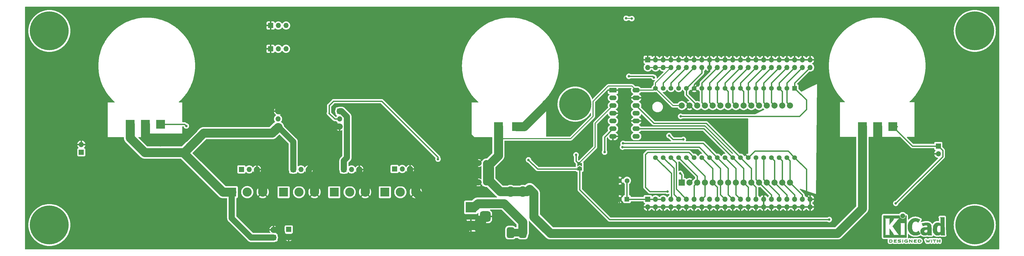
<source format=gtl>
G04 #@! TF.GenerationSoftware,KiCad,Pcbnew,7.0.10-1.fc39*
G04 #@! TF.CreationDate,2024-01-09T16:29:58-05:00*
G04 #@! TF.ProjectId,SYSMATT-WS2812-MATRIX-CARRIER-32X8,5359534d-4154-4542-9d57-53323831322d,rev?*
G04 #@! TF.SameCoordinates,Original*
G04 #@! TF.FileFunction,Copper,L1,Top*
G04 #@! TF.FilePolarity,Positive*
%FSLAX46Y46*%
G04 Gerber Fmt 4.6, Leading zero omitted, Abs format (unit mm)*
G04 Created by KiCad (PCBNEW 7.0.10-1.fc39) date 2024-01-09 16:29:58*
%MOMM*%
%LPD*%
G01*
G04 APERTURE LIST*
G04 Aperture macros list*
%AMRoundRect*
0 Rectangle with rounded corners*
0 $1 Rounding radius*
0 $2 $3 $4 $5 $6 $7 $8 $9 X,Y pos of 4 corners*
0 Add a 4 corners polygon primitive as box body*
4,1,4,$2,$3,$4,$5,$6,$7,$8,$9,$2,$3,0*
0 Add four circle primitives for the rounded corners*
1,1,$1+$1,$2,$3*
1,1,$1+$1,$4,$5*
1,1,$1+$1,$6,$7*
1,1,$1+$1,$8,$9*
0 Add four rect primitives between the rounded corners*
20,1,$1+$1,$2,$3,$4,$5,0*
20,1,$1+$1,$4,$5,$6,$7,0*
20,1,$1+$1,$6,$7,$8,$9,0*
20,1,$1+$1,$8,$9,$2,$3,0*%
%AMFreePoly0*
4,1,6,1.000000,0.000000,0.500000,-0.750000,-0.500000,-0.750000,-0.500000,0.750000,0.500000,0.750000,1.000000,0.000000,1.000000,0.000000,$1*%
%AMFreePoly1*
4,1,6,0.500000,-0.750000,-0.650000,-0.750000,-0.150000,0.000000,-0.650000,0.750000,0.500000,0.750000,0.500000,-0.750000,0.500000,-0.750000,$1*%
G04 Aperture macros list end*
G04 #@! TA.AperFunction,EtchedComponent*
%ADD10C,0.010000*%
G04 #@! TD*
G04 #@! TA.AperFunction,ComponentPad*
%ADD11C,1.600000*%
G04 #@! TD*
G04 #@! TA.AperFunction,ComponentPad*
%ADD12C,12.800000*%
G04 #@! TD*
G04 #@! TA.AperFunction,SMDPad,CuDef*
%ADD13R,3.000000X3.000000*%
G04 #@! TD*
G04 #@! TA.AperFunction,ComponentPad*
%ADD14R,1.700000X1.700000*%
G04 #@! TD*
G04 #@! TA.AperFunction,ComponentPad*
%ADD15O,1.700000X1.700000*%
G04 #@! TD*
G04 #@! TA.AperFunction,ComponentPad*
%ADD16R,1.600000X1.600000*%
G04 #@! TD*
G04 #@! TA.AperFunction,ComponentPad*
%ADD17R,3.000000X3.000000*%
G04 #@! TD*
G04 #@! TA.AperFunction,ComponentPad*
%ADD18C,3.000000*%
G04 #@! TD*
G04 #@! TA.AperFunction,ComponentPad*
%ADD19R,3.500000X3.500000*%
G04 #@! TD*
G04 #@! TA.AperFunction,ComponentPad*
%ADD20RoundRect,0.750000X1.000000X-0.750000X1.000000X0.750000X-1.000000X0.750000X-1.000000X-0.750000X0*%
G04 #@! TD*
G04 #@! TA.AperFunction,ComponentPad*
%ADD21RoundRect,0.875000X0.875000X-0.875000X0.875000X0.875000X-0.875000X0.875000X-0.875000X-0.875000X0*%
G04 #@! TD*
G04 #@! TA.AperFunction,SMDPad,CuDef*
%ADD22FreePoly0,90.000000*%
G04 #@! TD*
G04 #@! TA.AperFunction,SMDPad,CuDef*
%ADD23FreePoly1,90.000000*%
G04 #@! TD*
G04 #@! TA.AperFunction,ComponentPad*
%ADD24R,2.400000X1.600000*%
G04 #@! TD*
G04 #@! TA.AperFunction,ComponentPad*
%ADD25O,2.400000X1.600000*%
G04 #@! TD*
G04 #@! TA.AperFunction,ComponentPad*
%ADD26RoundRect,0.625000X0.625000X-1.125000X0.625000X1.125000X-0.625000X1.125000X-0.625000X-1.125000X0*%
G04 #@! TD*
G04 #@! TA.AperFunction,ComponentPad*
%ADD27O,2.500000X3.500000*%
G04 #@! TD*
G04 #@! TA.AperFunction,ComponentPad*
%ADD28C,10.600000*%
G04 #@! TD*
G04 #@! TA.AperFunction,ComponentPad*
%ADD29R,2.000000X2.000000*%
G04 #@! TD*
G04 #@! TA.AperFunction,ComponentPad*
%ADD30C,2.000000*%
G04 #@! TD*
G04 #@! TA.AperFunction,ComponentPad*
%ADD31R,1.560000X1.560000*%
G04 #@! TD*
G04 #@! TA.AperFunction,ComponentPad*
%ADD32C,1.560000*%
G04 #@! TD*
G04 #@! TA.AperFunction,ViaPad*
%ADD33C,0.800000*%
G04 #@! TD*
G04 #@! TA.AperFunction,Conductor*
%ADD34C,0.300000*%
G04 #@! TD*
G04 #@! TA.AperFunction,Conductor*
%ADD35C,3.000000*%
G04 #@! TD*
G04 #@! TA.AperFunction,Conductor*
%ADD36C,0.400000*%
G04 #@! TD*
G04 #@! TA.AperFunction,Conductor*
%ADD37C,2.000000*%
G04 #@! TD*
G04 #@! TA.AperFunction,Conductor*
%ADD38C,0.250000*%
G04 #@! TD*
G04 #@! TA.AperFunction,Conductor*
%ADD39C,2.500000*%
G04 #@! TD*
G04 APERTURE END LIST*
D10*
X308321604Y12734524D02*
X308353174Y12714859D01*
X308388656Y12686128D01*
X308388656Y12258035D01*
X308388543Y12132811D01*
X308388059Y12034154D01*
X308386986Y11958571D01*
X308385108Y11902568D01*
X308382206Y11862654D01*
X308378063Y11835335D01*
X308372462Y11817120D01*
X308365185Y11804515D01*
X308360024Y11798305D01*
X308318168Y11771021D01*
X308270505Y11772134D01*
X308228753Y11795399D01*
X308193271Y11824130D01*
X308193271Y12686128D01*
X308228753Y12714859D01*
X308262998Y12735759D01*
X308290963Y12743591D01*
X308321604Y12734524D01*
G04 #@! TA.AperFunction,EtchedComponent*
G36*
X308321604Y12734524D02*
G01*
X308353174Y12714859D01*
X308388656Y12686128D01*
X308388656Y12258035D01*
X308388543Y12132811D01*
X308388059Y12034154D01*
X308386986Y11958571D01*
X308385108Y11902568D01*
X308382206Y11862654D01*
X308378063Y11835335D01*
X308372462Y11817120D01*
X308365185Y11804515D01*
X308360024Y11798305D01*
X308318168Y11771021D01*
X308270505Y11772134D01*
X308228753Y11795399D01*
X308193271Y11824130D01*
X308193271Y12686128D01*
X308228753Y12714859D01*
X308262998Y12735759D01*
X308290963Y12743591D01*
X308321604Y12734524D01*
G37*
G04 #@! TD.AperFunction*
X298852383Y12713531D02*
X298861145Y12703449D01*
X298868018Y12690442D01*
X298873231Y12671026D01*
X298877012Y12641717D01*
X298879590Y12599030D01*
X298881193Y12539482D01*
X298882051Y12459587D01*
X298882390Y12355861D01*
X298882443Y12255129D01*
X298882350Y12130185D01*
X298881919Y12031816D01*
X298880923Y11956536D01*
X298879131Y11900863D01*
X298876317Y11861311D01*
X298872250Y11834396D01*
X298866704Y11816634D01*
X298859449Y11804540D01*
X298852383Y11796727D01*
X298808444Y11770525D01*
X298761626Y11772876D01*
X298719737Y11801453D01*
X298710112Y11812610D01*
X298702591Y11825554D01*
X298696912Y11843865D01*
X298692819Y11871119D01*
X298690051Y11910897D01*
X298688350Y11966775D01*
X298687457Y12042333D01*
X298687113Y12141149D01*
X298687058Y12253023D01*
X298687058Y12669809D01*
X298723949Y12706700D01*
X298769421Y12737737D01*
X298813530Y12738856D01*
X298852383Y12713531D01*
G04 #@! TA.AperFunction,EtchedComponent*
G36*
X298852383Y12713531D02*
G01*
X298861145Y12703449D01*
X298868018Y12690442D01*
X298873231Y12671026D01*
X298877012Y12641717D01*
X298879590Y12599030D01*
X298881193Y12539482D01*
X298882051Y12459587D01*
X298882390Y12355861D01*
X298882443Y12255129D01*
X298882350Y12130185D01*
X298881919Y12031816D01*
X298880923Y11956536D01*
X298879131Y11900863D01*
X298876317Y11861311D01*
X298872250Y11834396D01*
X298866704Y11816634D01*
X298859449Y11804540D01*
X298852383Y11796727D01*
X298808444Y11770525D01*
X298761626Y11772876D01*
X298719737Y11801453D01*
X298710112Y11812610D01*
X298702591Y11825554D01*
X298696912Y11843865D01*
X298692819Y11871119D01*
X298690051Y11910897D01*
X298688350Y11966775D01*
X298687457Y12042333D01*
X298687113Y12141149D01*
X298687058Y12253023D01*
X298687058Y12669809D01*
X298723949Y12706700D01*
X298769421Y12737737D01*
X298813530Y12738856D01*
X298852383Y12713531D01*
G37*
G04 #@! TD.AperFunction*
X298967682Y21266068D02*
X299103929Y21218829D01*
X299230779Y21144474D01*
X299344067Y21043014D01*
X299439628Y20914458D01*
X299482554Y20833429D01*
X299519705Y20720093D01*
X299537712Y20589250D01*
X299535717Y20454736D01*
X299513577Y20332843D01*
X299453064Y20183894D01*
X299365314Y20054692D01*
X299254788Y19947778D01*
X299125946Y19865695D01*
X298983247Y19810985D01*
X298831151Y19786191D01*
X298674119Y19793854D01*
X298596714Y19810229D01*
X298445859Y19868912D01*
X298311875Y19958458D01*
X298197994Y20076108D01*
X298107448Y20219099D01*
X298099788Y20234715D01*
X298073306Y20293315D01*
X298056678Y20342667D01*
X298047650Y20394731D01*
X298043968Y20461462D01*
X298043357Y20534072D01*
X298044367Y20621310D01*
X298048928Y20684377D01*
X298059334Y20735365D01*
X298077879Y20786368D01*
X298100770Y20836688D01*
X298186154Y20979531D01*
X298291301Y21095191D01*
X298412045Y21183676D01*
X298544221Y21244996D01*
X298683663Y21279162D01*
X298826205Y21286183D01*
X298967682Y21266068D01*
G04 #@! TA.AperFunction,EtchedComponent*
G36*
X298967682Y21266068D02*
G01*
X299103929Y21218829D01*
X299230779Y21144474D01*
X299344067Y21043014D01*
X299439628Y20914458D01*
X299482554Y20833429D01*
X299519705Y20720093D01*
X299537712Y20589250D01*
X299535717Y20454736D01*
X299513577Y20332843D01*
X299453064Y20183894D01*
X299365314Y20054692D01*
X299254788Y19947778D01*
X299125946Y19865695D01*
X298983247Y19810985D01*
X298831151Y19786191D01*
X298674119Y19793854D01*
X298596714Y19810229D01*
X298445859Y19868912D01*
X298311875Y19958458D01*
X298197994Y20076108D01*
X298107448Y20219099D01*
X298099788Y20234715D01*
X298073306Y20293315D01*
X298056678Y20342667D01*
X298047650Y20394731D01*
X298043968Y20461462D01*
X298043357Y20534072D01*
X298044367Y20621310D01*
X298048928Y20684377D01*
X298059334Y20735365D01*
X298077879Y20786368D01*
X298100770Y20836688D01*
X298186154Y20979531D01*
X298291301Y21095191D01*
X298412045Y21183676D01*
X298544221Y21244996D01*
X298683663Y21279162D01*
X298826205Y21286183D01*
X298967682Y21266068D01*
G37*
G04 #@! TD.AperFunction*
X309352677Y12743462D02*
X309457465Y12742958D01*
X309538799Y12741905D01*
X309599980Y12740125D01*
X309644311Y12737444D01*
X309675094Y12733687D01*
X309695631Y12728676D01*
X309709225Y12722238D01*
X309715803Y12717289D01*
X309749944Y12673972D01*
X309754074Y12628998D01*
X309732976Y12588141D01*
X309719179Y12571815D01*
X309704332Y12560683D01*
X309682815Y12553751D01*
X309649008Y12550024D01*
X309597292Y12548507D01*
X309522047Y12548207D01*
X309507269Y12548206D01*
X309312975Y12548206D01*
X309312975Y12187496D01*
X309312847Y12073800D01*
X309312266Y11986316D01*
X309310936Y11921199D01*
X309308560Y11874603D01*
X309304844Y11842682D01*
X309299492Y11821589D01*
X309292207Y11807478D01*
X309282916Y11796727D01*
X309239071Y11770305D01*
X309193300Y11772387D01*
X309151790Y11802532D01*
X309148741Y11806268D01*
X309138812Y11820391D01*
X309131248Y11836915D01*
X309125729Y11859855D01*
X309121933Y11893228D01*
X309119542Y11941046D01*
X309118234Y12007327D01*
X309117691Y12096083D01*
X309117591Y12197038D01*
X309117591Y12548206D01*
X308932050Y12548206D01*
X308852427Y12548745D01*
X308797304Y12550844D01*
X308761132Y12555230D01*
X308738362Y12562625D01*
X308723447Y12573756D01*
X308721636Y12575691D01*
X308699858Y12619944D01*
X308701784Y12669972D01*
X308726821Y12713531D01*
X308736504Y12721981D01*
X308748988Y12728680D01*
X308767603Y12733832D01*
X308795677Y12737640D01*
X308836541Y12740304D01*
X308893522Y12742029D01*
X308969952Y12743017D01*
X309069157Y12743469D01*
X309194469Y12743589D01*
X309221133Y12743591D01*
X309352677Y12743462D01*
G04 #@! TA.AperFunction,EtchedComponent*
G36*
X309352677Y12743462D02*
G01*
X309457465Y12742958D01*
X309538799Y12741905D01*
X309599980Y12740125D01*
X309644311Y12737444D01*
X309675094Y12733687D01*
X309695631Y12728676D01*
X309709225Y12722238D01*
X309715803Y12717289D01*
X309749944Y12673972D01*
X309754074Y12628998D01*
X309732976Y12588141D01*
X309719179Y12571815D01*
X309704332Y12560683D01*
X309682815Y12553751D01*
X309649008Y12550024D01*
X309597292Y12548507D01*
X309522047Y12548207D01*
X309507269Y12548206D01*
X309312975Y12548206D01*
X309312975Y12187496D01*
X309312847Y12073800D01*
X309312266Y11986316D01*
X309310936Y11921199D01*
X309308560Y11874603D01*
X309304844Y11842682D01*
X309299492Y11821589D01*
X309292207Y11807478D01*
X309282916Y11796727D01*
X309239071Y11770305D01*
X309193300Y11772387D01*
X309151790Y11802532D01*
X309148741Y11806268D01*
X309138812Y11820391D01*
X309131248Y11836915D01*
X309125729Y11859855D01*
X309121933Y11893228D01*
X309119542Y11941046D01*
X309118234Y12007327D01*
X309117691Y12096083D01*
X309117591Y12197038D01*
X309117591Y12548206D01*
X308932050Y12548206D01*
X308852427Y12548745D01*
X308797304Y12550844D01*
X308761132Y12555230D01*
X308738362Y12562625D01*
X308723447Y12573756D01*
X308721636Y12575691D01*
X308699858Y12619944D01*
X308701784Y12669972D01*
X308726821Y12713531D01*
X308736504Y12721981D01*
X308748988Y12728680D01*
X308767603Y12733832D01*
X308795677Y12737640D01*
X308836541Y12740304D01*
X308893522Y12742029D01*
X308969952Y12743017D01*
X309069157Y12743469D01*
X309194469Y12743589D01*
X309221133Y12743591D01*
X309352677Y12743462D01*
G37*
G04 #@! TD.AperFunction*
X311037859Y12736313D02*
X311079635Y12706700D01*
X311116525Y12669809D01*
X311116525Y12257839D01*
X311116429Y12135515D01*
X311115972Y12039603D01*
X311114903Y11966457D01*
X311112971Y11912431D01*
X311109923Y11873878D01*
X311105509Y11847153D01*
X311099476Y11828607D01*
X311091574Y11814596D01*
X311085375Y11806268D01*
X311044461Y11773552D01*
X310997482Y11770001D01*
X310954544Y11790064D01*
X310940356Y11801909D01*
X310930872Y11817643D01*
X310925151Y11842979D01*
X310922253Y11883631D01*
X310921238Y11945313D01*
X310921141Y11992963D01*
X310921141Y12172466D01*
X310259839Y12172466D01*
X310259839Y12009168D01*
X310259155Y11934496D01*
X310256419Y11883177D01*
X310250604Y11848524D01*
X310240684Y11823846D01*
X310228689Y11806268D01*
X310187546Y11773644D01*
X310141017Y11769781D01*
X310096473Y11792969D01*
X310084312Y11805125D01*
X310075723Y11821240D01*
X310070058Y11846341D01*
X310066669Y11885457D01*
X310064908Y11943615D01*
X310064128Y12025843D01*
X310064036Y12044715D01*
X310063392Y12199644D01*
X310063060Y12327327D01*
X310063168Y12430574D01*
X310063845Y12512198D01*
X310065218Y12575009D01*
X310067416Y12621820D01*
X310070566Y12655442D01*
X310074798Y12678686D01*
X310080238Y12694365D01*
X310087015Y12705290D01*
X310094514Y12713531D01*
X310136933Y12739894D01*
X310181172Y12736313D01*
X310222948Y12706700D01*
X310239853Y12687594D01*
X310250629Y12666490D01*
X310256641Y12636433D01*
X310259256Y12590468D01*
X310259839Y12521641D01*
X310259839Y12367851D01*
X310921141Y12367851D01*
X310921141Y12525662D01*
X310921816Y12598365D01*
X310924526Y12647456D01*
X310930301Y12679365D01*
X310940169Y12700523D01*
X310951200Y12713531D01*
X310993619Y12739894D01*
X311037859Y12736313D01*
G04 #@! TA.AperFunction,EtchedComponent*
G36*
X311037859Y12736313D02*
G01*
X311079635Y12706700D01*
X311116525Y12669809D01*
X311116525Y12257839D01*
X311116429Y12135515D01*
X311115972Y12039603D01*
X311114903Y11966457D01*
X311112971Y11912431D01*
X311109923Y11873878D01*
X311105509Y11847153D01*
X311099476Y11828607D01*
X311091574Y11814596D01*
X311085375Y11806268D01*
X311044461Y11773552D01*
X310997482Y11770001D01*
X310954544Y11790064D01*
X310940356Y11801909D01*
X310930872Y11817643D01*
X310925151Y11842979D01*
X310922253Y11883631D01*
X310921238Y11945313D01*
X310921141Y11992963D01*
X310921141Y12172466D01*
X310259839Y12172466D01*
X310259839Y12009168D01*
X310259155Y11934496D01*
X310256419Y11883177D01*
X310250604Y11848524D01*
X310240684Y11823846D01*
X310228689Y11806268D01*
X310187546Y11773644D01*
X310141017Y11769781D01*
X310096473Y11792969D01*
X310084312Y11805125D01*
X310075723Y11821240D01*
X310070058Y11846341D01*
X310066669Y11885457D01*
X310064908Y11943615D01*
X310064128Y12025843D01*
X310064036Y12044715D01*
X310063392Y12199644D01*
X310063060Y12327327D01*
X310063168Y12430574D01*
X310063845Y12512198D01*
X310065218Y12575009D01*
X310067416Y12621820D01*
X310070566Y12655442D01*
X310074798Y12678686D01*
X310080238Y12694365D01*
X310087015Y12705290D01*
X310094514Y12713531D01*
X310136933Y12739894D01*
X310181172Y12736313D01*
X310222948Y12706700D01*
X310239853Y12687594D01*
X310250629Y12666490D01*
X310256641Y12636433D01*
X310259256Y12590468D01*
X310259839Y12521641D01*
X310259839Y12367851D01*
X310921141Y12367851D01*
X310921141Y12525662D01*
X310921816Y12598365D01*
X310924526Y12647456D01*
X310930301Y12679365D01*
X310940169Y12700523D01*
X310951200Y12713531D01*
X310993619Y12739894D01*
X311037859Y12736313D01*
G37*
G04 #@! TD.AperFunction*
X304100783Y12743314D02*
X304272501Y12737508D01*
X304418555Y12719900D01*
X304541353Y12689438D01*
X304643303Y12645066D01*
X304726814Y12585730D01*
X304794293Y12510377D01*
X304848149Y12417951D01*
X304849208Y12415697D01*
X304881349Y12332977D01*
X304892801Y12259717D01*
X304883520Y12185989D01*
X304853461Y12101866D01*
X304847761Y12089064D01*
X304808885Y12014139D01*
X304765195Y11956244D01*
X304708806Y11907029D01*
X304631838Y11858144D01*
X304627366Y11855592D01*
X304560363Y11823406D01*
X304484631Y11799369D01*
X304395304Y11782650D01*
X304287515Y11772422D01*
X304156398Y11767855D01*
X304110072Y11767458D01*
X303889476Y11766667D01*
X303858326Y11806268D01*
X303849086Y11819290D01*
X303841878Y11834497D01*
X303836450Y11855535D01*
X303832551Y11886051D01*
X303829929Y11929690D01*
X303829074Y11962052D01*
X304037591Y11962052D01*
X304162582Y11962052D01*
X304235723Y11964191D01*
X304310807Y11969820D01*
X304372430Y11977758D01*
X304376149Y11978426D01*
X304485599Y12007789D01*
X304570494Y12051904D01*
X304633518Y12112818D01*
X304677360Y12192577D01*
X304684983Y12213717D01*
X304692456Y12246639D01*
X304689221Y12279165D01*
X304673479Y12322437D01*
X304663990Y12343694D01*
X304632917Y12400181D01*
X304595479Y12439810D01*
X304554287Y12467407D01*
X304471776Y12503319D01*
X304366179Y12529333D01*
X304243164Y12544313D01*
X304154070Y12547609D01*
X304037591Y12548206D01*
X304037591Y11962052D01*
X303829074Y11962052D01*
X303828332Y11990101D01*
X303827510Y12070929D01*
X303827210Y12175820D01*
X303827176Y12257839D01*
X303827176Y12669809D01*
X303864067Y12706700D01*
X303880440Y12721653D01*
X303898143Y12731893D01*
X303922865Y12738300D01*
X303960294Y12741754D01*
X304016119Y12743134D01*
X304096028Y12743320D01*
X304100783Y12743314D01*
G04 #@! TA.AperFunction,EtchedComponent*
G36*
X304100783Y12743314D02*
G01*
X304272501Y12737508D01*
X304418555Y12719900D01*
X304541353Y12689438D01*
X304643303Y12645066D01*
X304726814Y12585730D01*
X304794293Y12510377D01*
X304848149Y12417951D01*
X304849208Y12415697D01*
X304881349Y12332977D01*
X304892801Y12259717D01*
X304883520Y12185989D01*
X304853461Y12101866D01*
X304847761Y12089064D01*
X304808885Y12014139D01*
X304765195Y11956244D01*
X304708806Y11907029D01*
X304631838Y11858144D01*
X304627366Y11855592D01*
X304560363Y11823406D01*
X304484631Y11799369D01*
X304395304Y11782650D01*
X304287515Y11772422D01*
X304156398Y11767855D01*
X304110072Y11767458D01*
X303889476Y11766667D01*
X303858326Y11806268D01*
X303849086Y11819290D01*
X303841878Y11834497D01*
X303836450Y11855535D01*
X303832551Y11886051D01*
X303829929Y11929690D01*
X303829074Y11962052D01*
X304037591Y11962052D01*
X304162582Y11962052D01*
X304235723Y11964191D01*
X304310807Y11969820D01*
X304372430Y11977758D01*
X304376149Y11978426D01*
X304485599Y12007789D01*
X304570494Y12051904D01*
X304633518Y12112818D01*
X304677360Y12192577D01*
X304684983Y12213717D01*
X304692456Y12246639D01*
X304689221Y12279165D01*
X304673479Y12322437D01*
X304663990Y12343694D01*
X304632917Y12400181D01*
X304595479Y12439810D01*
X304554287Y12467407D01*
X304471776Y12503319D01*
X304366179Y12529333D01*
X304243164Y12544313D01*
X304154070Y12547609D01*
X304037591Y12548206D01*
X304037591Y11962052D01*
X303829074Y11962052D01*
X303828332Y11990101D01*
X303827510Y12070929D01*
X303827210Y12175820D01*
X303827176Y12257839D01*
X303827176Y12669809D01*
X303864067Y12706700D01*
X303880440Y12721653D01*
X303898143Y12731893D01*
X303922865Y12738300D01*
X303960294Y12741754D01*
X304016119Y12743134D01*
X304096028Y12743320D01*
X304100783Y12743314D01*
G37*
G04 #@! TD.AperFunction*
X294595292Y12743592D02*
X294647857Y12743057D01*
X294801881Y12739341D01*
X294930875Y12728302D01*
X295039237Y12708755D01*
X295131362Y12679518D01*
X295211647Y12639404D01*
X295284488Y12587232D01*
X295310505Y12564568D01*
X295353663Y12511539D01*
X295392579Y12439580D01*
X295422573Y12359817D01*
X295438965Y12283376D01*
X295440668Y12255129D01*
X295429995Y12176827D01*
X295401393Y12091296D01*
X295359989Y12010338D01*
X295310905Y11945755D01*
X295302933Y11937963D01*
X295235400Y11883193D01*
X295161448Y11840438D01*
X295076812Y11808578D01*
X294977229Y11786493D01*
X294858434Y11773063D01*
X294716166Y11767167D01*
X294651000Y11766667D01*
X294568145Y11767066D01*
X294509877Y11768735D01*
X294470730Y11772379D01*
X294445237Y11778708D01*
X294427932Y11788427D01*
X294418656Y11796727D01*
X294409894Y11806809D01*
X294403021Y11819816D01*
X294397808Y11839232D01*
X294394027Y11868541D01*
X294391449Y11911228D01*
X294389846Y11970776D01*
X294388989Y12050671D01*
X294388649Y12154396D01*
X294388597Y12255129D01*
X294388266Y12389482D01*
X294388338Y12496809D01*
X294389616Y12548206D01*
X294583981Y12548206D01*
X294583981Y11962052D01*
X294707975Y11962166D01*
X294782585Y11964305D01*
X294860728Y11969818D01*
X294925926Y11977529D01*
X294927910Y11977846D01*
X295033283Y12003323D01*
X295115014Y12043001D01*
X295177184Y12099463D01*
X295216686Y12160595D01*
X295241026Y12228408D01*
X295239139Y12292082D01*
X295210891Y12360336D01*
X295155638Y12430945D01*
X295079073Y12483266D01*
X294979551Y12518238D01*
X294913039Y12530615D01*
X294837539Y12539307D01*
X294757521Y12545597D01*
X294689462Y12548213D01*
X294685431Y12548225D01*
X294583981Y12548206D01*
X294389616Y12548206D01*
X294390410Y12580120D01*
X294396085Y12642422D01*
X294406959Y12686726D01*
X294424632Y12716041D01*
X294450703Y12733376D01*
X294486771Y12741740D01*
X294534434Y12744142D01*
X294595292Y12743592D01*
G04 #@! TA.AperFunction,EtchedComponent*
G36*
X294595292Y12743592D02*
G01*
X294647857Y12743057D01*
X294801881Y12739341D01*
X294930875Y12728302D01*
X295039237Y12708755D01*
X295131362Y12679518D01*
X295211647Y12639404D01*
X295284488Y12587232D01*
X295310505Y12564568D01*
X295353663Y12511539D01*
X295392579Y12439580D01*
X295422573Y12359817D01*
X295438965Y12283376D01*
X295440668Y12255129D01*
X295429995Y12176827D01*
X295401393Y12091296D01*
X295359989Y12010338D01*
X295310905Y11945755D01*
X295302933Y11937963D01*
X295235400Y11883193D01*
X295161448Y11840438D01*
X295076812Y11808578D01*
X294977229Y11786493D01*
X294858434Y11773063D01*
X294716166Y11767167D01*
X294651000Y11766667D01*
X294568145Y11767066D01*
X294509877Y11768735D01*
X294470730Y11772379D01*
X294445237Y11778708D01*
X294427932Y11788427D01*
X294418656Y11796727D01*
X294409894Y11806809D01*
X294403021Y11819816D01*
X294397808Y11839232D01*
X294394027Y11868541D01*
X294391449Y11911228D01*
X294389846Y11970776D01*
X294388989Y12050671D01*
X294388649Y12154396D01*
X294388597Y12255129D01*
X294388266Y12389482D01*
X294388338Y12496809D01*
X294389616Y12548206D01*
X294583981Y12548206D01*
X294583981Y11962052D01*
X294707975Y11962166D01*
X294782585Y11964305D01*
X294860728Y11969818D01*
X294925926Y11977529D01*
X294927910Y11977846D01*
X295033283Y12003323D01*
X295115014Y12043001D01*
X295177184Y12099463D01*
X295216686Y12160595D01*
X295241026Y12228408D01*
X295239139Y12292082D01*
X295210891Y12360336D01*
X295155638Y12430945D01*
X295079073Y12483266D01*
X294979551Y12518238D01*
X294913039Y12530615D01*
X294837539Y12539307D01*
X294757521Y12545597D01*
X294689462Y12548213D01*
X294685431Y12548225D01*
X294583981Y12548206D01*
X294389616Y12548206D01*
X294390410Y12580120D01*
X294396085Y12642422D01*
X294406959Y12686726D01*
X294424632Y12716041D01*
X294450703Y12733376D01*
X294486771Y12741740D01*
X294534434Y12744142D01*
X294595292Y12743592D01*
G37*
G04 #@! TD.AperFunction*
X301014126Y12737757D02*
X301045501Y12719352D01*
X301086524Y12689252D01*
X301139322Y12646041D01*
X301206021Y12588299D01*
X301288747Y12514609D01*
X301389626Y12423553D01*
X301505105Y12318863D01*
X301745579Y12100794D01*
X301753094Y12393493D01*
X301755807Y12494247D01*
X301758424Y12569279D01*
X301761526Y12622917D01*
X301765690Y12659491D01*
X301771495Y12683330D01*
X301779522Y12698763D01*
X301790349Y12710119D01*
X301796090Y12714891D01*
X301842063Y12740124D01*
X301885809Y12736435D01*
X301920511Y12714878D01*
X301955993Y12686166D01*
X301960406Y12266851D01*
X301961627Y12143530D01*
X301962249Y12046653D01*
X301962056Y11972607D01*
X301960832Y11917780D01*
X301958362Y11878558D01*
X301954432Y11851328D01*
X301948826Y11832478D01*
X301941328Y11818396D01*
X301933013Y11807102D01*
X301915024Y11786155D01*
X301897125Y11772270D01*
X301876834Y11766941D01*
X301851668Y11771661D01*
X301819146Y11787924D01*
X301776783Y11817224D01*
X301722098Y11861055D01*
X301652609Y11920910D01*
X301565831Y11998283D01*
X301467531Y12087187D01*
X301114336Y12407566D01*
X301106821Y12115824D01*
X301104103Y12015254D01*
X301101479Y11940397D01*
X301098367Y11886917D01*
X301094184Y11850475D01*
X301088349Y11826733D01*
X301080280Y11811355D01*
X301069395Y11800001D01*
X301063825Y11795375D01*
X301014590Y11769959D01*
X300968069Y11773792D01*
X300927557Y11806268D01*
X300918290Y11819334D01*
X300911067Y11834592D01*
X300905634Y11855705D01*
X300901738Y11886332D01*
X300899125Y11930135D01*
X300897539Y11990774D01*
X300896728Y12071910D01*
X300896438Y12177204D01*
X300896407Y12255129D01*
X300896505Y12377013D01*
X300896967Y12472498D01*
X300898049Y12545246D01*
X300900003Y12598918D01*
X300903084Y12637174D01*
X300907546Y12663674D01*
X300913643Y12682081D01*
X300921629Y12696053D01*
X300927557Y12703990D01*
X300942584Y12722789D01*
X300956628Y12736984D01*
X300971816Y12745155D01*
X300990273Y12745885D01*
X301014126Y12737757D01*
G04 #@! TA.AperFunction,EtchedComponent*
G36*
X301014126Y12737757D02*
G01*
X301045501Y12719352D01*
X301086524Y12689252D01*
X301139322Y12646041D01*
X301206021Y12588299D01*
X301288747Y12514609D01*
X301389626Y12423553D01*
X301505105Y12318863D01*
X301745579Y12100794D01*
X301753094Y12393493D01*
X301755807Y12494247D01*
X301758424Y12569279D01*
X301761526Y12622917D01*
X301765690Y12659491D01*
X301771495Y12683330D01*
X301779522Y12698763D01*
X301790349Y12710119D01*
X301796090Y12714891D01*
X301842063Y12740124D01*
X301885809Y12736435D01*
X301920511Y12714878D01*
X301955993Y12686166D01*
X301960406Y12266851D01*
X301961627Y12143530D01*
X301962249Y12046653D01*
X301962056Y11972607D01*
X301960832Y11917780D01*
X301958362Y11878558D01*
X301954432Y11851328D01*
X301948826Y11832478D01*
X301941328Y11818396D01*
X301933013Y11807102D01*
X301915024Y11786155D01*
X301897125Y11772270D01*
X301876834Y11766941D01*
X301851668Y11771661D01*
X301819146Y11787924D01*
X301776783Y11817224D01*
X301722098Y11861055D01*
X301652609Y11920910D01*
X301565831Y11998283D01*
X301467531Y12087187D01*
X301114336Y12407566D01*
X301106821Y12115824D01*
X301104103Y12015254D01*
X301101479Y11940397D01*
X301098367Y11886917D01*
X301094184Y11850475D01*
X301088349Y11826733D01*
X301080280Y11811355D01*
X301069395Y11800001D01*
X301063825Y11795375D01*
X301014590Y11769959D01*
X300968069Y11773792D01*
X300927557Y11806268D01*
X300918290Y11819334D01*
X300911067Y11834592D01*
X300905634Y11855705D01*
X300901738Y11886332D01*
X300899125Y11930135D01*
X300897539Y11990774D01*
X300896728Y12071910D01*
X300896438Y12177204D01*
X300896407Y12255129D01*
X300896505Y12377013D01*
X300896967Y12472498D01*
X300898049Y12545246D01*
X300900003Y12598918D01*
X300903084Y12637174D01*
X300907546Y12663674D01*
X300913643Y12682081D01*
X300921629Y12696053D01*
X300927557Y12703990D01*
X300942584Y12722789D01*
X300956628Y12736984D01*
X300971816Y12745155D01*
X300990273Y12745885D01*
X301014126Y12737757D01*
G37*
G04 #@! TD.AperFunction*
X300148784Y12736225D02*
X300240005Y12720919D01*
X300310064Y12697126D01*
X300355642Y12665797D01*
X300368062Y12647923D01*
X300380692Y12606352D01*
X300372193Y12568745D01*
X300345361Y12533082D01*
X300303670Y12516398D01*
X300243176Y12517753D01*
X300196387Y12526792D01*
X300092418Y12544014D01*
X299986166Y12545650D01*
X299867237Y12531672D01*
X299834386Y12525749D01*
X299723801Y12494570D01*
X299637287Y12448191D01*
X299575793Y12387402D01*
X299540268Y12312993D01*
X299532921Y12274523D01*
X299537730Y12196474D01*
X299568780Y12127420D01*
X299623240Y12068708D01*
X299698282Y12021684D01*
X299791076Y11987694D01*
X299898794Y11968083D01*
X300018605Y11964196D01*
X300147681Y11977381D01*
X300154969Y11978625D01*
X300206308Y11988187D01*
X300234774Y11997423D01*
X300247112Y12011128D01*
X300250068Y12034095D01*
X300250135Y12046258D01*
X300250135Y12097318D01*
X300158969Y12097318D01*
X300078464Y12102833D01*
X300023525Y12120407D01*
X299991560Y12151584D01*
X299979974Y12197907D01*
X299979833Y12203953D01*
X299986611Y12243548D01*
X300009855Y12271820D01*
X300053116Y12290530D01*
X300119945Y12301437D01*
X300184676Y12305447D01*
X300278759Y12307748D01*
X300347002Y12304237D01*
X300393545Y12291282D01*
X300422528Y12265251D01*
X300438091Y12222510D01*
X300444375Y12159427D01*
X300445520Y12076573D01*
X300443644Y11984091D01*
X300438000Y11921183D01*
X300428564Y11887598D01*
X300426733Y11884968D01*
X300374921Y11843003D01*
X300298956Y11809769D01*
X300203654Y11785978D01*
X300093830Y11772338D01*
X299974300Y11769559D01*
X299849880Y11778352D01*
X299776703Y11789152D01*
X299661926Y11821639D01*
X299555250Y11874751D01*
X299465935Y11943682D01*
X299452360Y11957459D01*
X299408254Y12015379D01*
X299368457Y12087161D01*
X299337619Y12162418D01*
X299320389Y12230760D01*
X299318312Y12257008D01*
X299327153Y12311760D01*
X299350651Y12379882D01*
X299384297Y12451587D01*
X299423582Y12517088D01*
X299458291Y12560839D01*
X299539443Y12625918D01*
X299644348Y12677716D01*
X299769246Y12715063D01*
X299910379Y12736784D01*
X300039721Y12742092D01*
X300148784Y12736225D01*
G04 #@! TA.AperFunction,EtchedComponent*
G36*
X300148784Y12736225D02*
G01*
X300240005Y12720919D01*
X300310064Y12697126D01*
X300355642Y12665797D01*
X300368062Y12647923D01*
X300380692Y12606352D01*
X300372193Y12568745D01*
X300345361Y12533082D01*
X300303670Y12516398D01*
X300243176Y12517753D01*
X300196387Y12526792D01*
X300092418Y12544014D01*
X299986166Y12545650D01*
X299867237Y12531672D01*
X299834386Y12525749D01*
X299723801Y12494570D01*
X299637287Y12448191D01*
X299575793Y12387402D01*
X299540268Y12312993D01*
X299532921Y12274523D01*
X299537730Y12196474D01*
X299568780Y12127420D01*
X299623240Y12068708D01*
X299698282Y12021684D01*
X299791076Y11987694D01*
X299898794Y11968083D01*
X300018605Y11964196D01*
X300147681Y11977381D01*
X300154969Y11978625D01*
X300206308Y11988187D01*
X300234774Y11997423D01*
X300247112Y12011128D01*
X300250068Y12034095D01*
X300250135Y12046258D01*
X300250135Y12097318D01*
X300158969Y12097318D01*
X300078464Y12102833D01*
X300023525Y12120407D01*
X299991560Y12151584D01*
X299979974Y12197907D01*
X299979833Y12203953D01*
X299986611Y12243548D01*
X300009855Y12271820D01*
X300053116Y12290530D01*
X300119945Y12301437D01*
X300184676Y12305447D01*
X300278759Y12307748D01*
X300347002Y12304237D01*
X300393545Y12291282D01*
X300422528Y12265251D01*
X300438091Y12222510D01*
X300444375Y12159427D01*
X300445520Y12076573D01*
X300443644Y11984091D01*
X300438000Y11921183D01*
X300428564Y11887598D01*
X300426733Y11884968D01*
X300374921Y11843003D01*
X300298956Y11809769D01*
X300203654Y11785978D01*
X300093830Y11772338D01*
X299974300Y11769559D01*
X299849880Y11778352D01*
X299776703Y11789152D01*
X299661926Y11821639D01*
X299555250Y11874751D01*
X299465935Y11943682D01*
X299452360Y11957459D01*
X299408254Y12015379D01*
X299368457Y12087161D01*
X299337619Y12162418D01*
X299320389Y12230760D01*
X299318312Y12257008D01*
X299327153Y12311760D01*
X299350651Y12379882D01*
X299384297Y12451587D01*
X299423582Y12517088D01*
X299458291Y12560839D01*
X299539443Y12625918D01*
X299644348Y12677716D01*
X299769246Y12715063D01*
X299910379Y12736784D01*
X300039721Y12742092D01*
X300148784Y12736225D01*
G37*
G04 #@! TD.AperFunction*
X303051716Y12743334D02*
X303153377Y12742117D01*
X303231282Y12739271D01*
X303288581Y12734127D01*
X303328427Y12726017D01*
X303353968Y12714270D01*
X303368357Y12698219D01*
X303374745Y12677193D01*
X303376281Y12650525D01*
X303376289Y12647375D01*
X303374955Y12617211D01*
X303368651Y12593898D01*
X303353922Y12576495D01*
X303327315Y12564061D01*
X303285374Y12555656D01*
X303224646Y12550336D01*
X303141676Y12547162D01*
X303033011Y12545192D01*
X302999705Y12544756D01*
X302677413Y12540691D01*
X302672906Y12454271D01*
X302668398Y12367851D01*
X302892263Y12367851D01*
X302979721Y12367528D01*
X303042169Y12366164D01*
X303084654Y12363162D01*
X303112223Y12357928D01*
X303129922Y12349866D01*
X303142797Y12338381D01*
X303142880Y12338290D01*
X303166230Y12293530D01*
X303165386Y12245154D01*
X303140879Y12203915D01*
X303136029Y12199676D01*
X303118815Y12188752D01*
X303095226Y12181152D01*
X303060007Y12176304D01*
X303007900Y12173635D01*
X302933650Y12172573D01*
X302886162Y12172466D01*
X302669898Y12172466D01*
X302669898Y11962052D01*
X302998220Y11962052D01*
X303106618Y11961862D01*
X303188935Y11961087D01*
X303249149Y11959417D01*
X303291235Y11956543D01*
X303319171Y11952154D01*
X303336934Y11945942D01*
X303348500Y11937597D01*
X303351415Y11934567D01*
X303372936Y11892567D01*
X303374510Y11844787D01*
X303356855Y11803359D01*
X303342885Y11790064D01*
X303328354Y11782745D01*
X303305838Y11777082D01*
X303271776Y11772878D01*
X303222607Y11769933D01*
X303154768Y11768050D01*
X303064698Y11767031D01*
X302948837Y11766676D01*
X302922643Y11766667D01*
X302804839Y11766745D01*
X302713396Y11767170D01*
X302644614Y11768235D01*
X302594796Y11770232D01*
X302560240Y11773451D01*
X302537250Y11778185D01*
X302522126Y11784724D01*
X302511169Y11793360D01*
X302505158Y11799561D01*
X302496110Y11810544D01*
X302489042Y11824149D01*
X302483709Y11843945D01*
X302479868Y11873499D01*
X302477275Y11916380D01*
X302475687Y11976156D01*
X302474861Y12056394D01*
X302474552Y12160662D01*
X302474514Y12248421D01*
X302474608Y12371393D01*
X302475057Y12467932D01*
X302476108Y12541662D01*
X302478010Y12596211D01*
X302481009Y12635202D01*
X302485355Y12662262D01*
X302491294Y12681017D01*
X302499075Y12695091D01*
X302505664Y12703990D01*
X302536814Y12743591D01*
X302923148Y12743591D01*
X303051716Y12743334D01*
G04 #@! TA.AperFunction,EtchedComponent*
G36*
X303051716Y12743334D02*
G01*
X303153377Y12742117D01*
X303231282Y12739271D01*
X303288581Y12734127D01*
X303328427Y12726017D01*
X303353968Y12714270D01*
X303368357Y12698219D01*
X303374745Y12677193D01*
X303376281Y12650525D01*
X303376289Y12647375D01*
X303374955Y12617211D01*
X303368651Y12593898D01*
X303353922Y12576495D01*
X303327315Y12564061D01*
X303285374Y12555656D01*
X303224646Y12550336D01*
X303141676Y12547162D01*
X303033011Y12545192D01*
X302999705Y12544756D01*
X302677413Y12540691D01*
X302672906Y12454271D01*
X302668398Y12367851D01*
X302892263Y12367851D01*
X302979721Y12367528D01*
X303042169Y12366164D01*
X303084654Y12363162D01*
X303112223Y12357928D01*
X303129922Y12349866D01*
X303142797Y12338381D01*
X303142880Y12338290D01*
X303166230Y12293530D01*
X303165386Y12245154D01*
X303140879Y12203915D01*
X303136029Y12199676D01*
X303118815Y12188752D01*
X303095226Y12181152D01*
X303060007Y12176304D01*
X303007900Y12173635D01*
X302933650Y12172573D01*
X302886162Y12172466D01*
X302669898Y12172466D01*
X302669898Y11962052D01*
X302998220Y11962052D01*
X303106618Y11961862D01*
X303188935Y11961087D01*
X303249149Y11959417D01*
X303291235Y11956543D01*
X303319171Y11952154D01*
X303336934Y11945942D01*
X303348500Y11937597D01*
X303351415Y11934567D01*
X303372936Y11892567D01*
X303374510Y11844787D01*
X303356855Y11803359D01*
X303342885Y11790064D01*
X303328354Y11782745D01*
X303305838Y11777082D01*
X303271776Y11772878D01*
X303222607Y11769933D01*
X303154768Y11768050D01*
X303064698Y11767031D01*
X302948837Y11766676D01*
X302922643Y11766667D01*
X302804839Y11766745D01*
X302713396Y11767170D01*
X302644614Y11768235D01*
X302594796Y11770232D01*
X302560240Y11773451D01*
X302537250Y11778185D01*
X302522126Y11784724D01*
X302511169Y11793360D01*
X302505158Y11799561D01*
X302496110Y11810544D01*
X302489042Y11824149D01*
X302483709Y11843945D01*
X302479868Y11873499D01*
X302477275Y11916380D01*
X302475687Y11976156D01*
X302474861Y12056394D01*
X302474552Y12160662D01*
X302474514Y12248421D01*
X302474608Y12371393D01*
X302475057Y12467932D01*
X302476108Y12541662D01*
X302478010Y12596211D01*
X302481009Y12635202D01*
X302485355Y12662262D01*
X302491294Y12681017D01*
X302499075Y12695091D01*
X302505664Y12703990D01*
X302536814Y12743591D01*
X302923148Y12743591D01*
X303051716Y12743334D01*
G37*
G04 #@! TD.AperFunction*
X296470616Y12743485D02*
X296563024Y12742989D01*
X296632773Y12741836D01*
X296683563Y12739757D01*
X296719095Y12736486D01*
X296743068Y12731754D01*
X296759182Y12725294D01*
X296771137Y12716838D01*
X296775467Y12712946D01*
X296801795Y12671597D01*
X296806535Y12624085D01*
X296789216Y12581906D01*
X296781207Y12573381D01*
X296768254Y12565116D01*
X296747398Y12558740D01*
X296714770Y12553942D01*
X296666504Y12550413D01*
X296598732Y12547843D01*
X296507586Y12545920D01*
X296424255Y12544750D01*
X296094454Y12540691D01*
X296085440Y12367851D01*
X296309304Y12367851D01*
X296406492Y12367012D01*
X296477643Y12363505D01*
X296526755Y12355842D01*
X296557829Y12342534D01*
X296574862Y12322096D01*
X296581854Y12293038D01*
X296582916Y12266070D01*
X296579616Y12232980D01*
X296567163Y12208597D01*
X296541726Y12191648D01*
X296499475Y12180858D01*
X296436580Y12174953D01*
X296349211Y12172660D01*
X296301525Y12172466D01*
X296086940Y12172466D01*
X296086940Y11962052D01*
X296417591Y11962052D01*
X296525976Y11961901D01*
X296608349Y11961223D01*
X296668757Y11959681D01*
X296711247Y11956938D01*
X296739865Y11952656D01*
X296758658Y11946498D01*
X296771672Y11938128D01*
X296778301Y11931993D01*
X296801039Y11896188D01*
X296808360Y11864360D01*
X296797907Y11825483D01*
X296778301Y11796727D01*
X296767841Y11787674D01*
X296754338Y11780644D01*
X296734160Y11775383D01*
X296703675Y11771636D01*
X296659251Y11769147D01*
X296597255Y11767662D01*
X296514055Y11766926D01*
X296406019Y11766683D01*
X296349957Y11766667D01*
X296229902Y11766774D01*
X296136272Y11767262D01*
X296065437Y11768388D01*
X296013765Y11770406D01*
X295977623Y11773571D01*
X295953378Y11778138D01*
X295937399Y11784361D01*
X295926053Y11792497D01*
X295921614Y11796727D01*
X295912829Y11806841D01*
X295905942Y11819889D01*
X295900725Y11839367D01*
X295896947Y11868773D01*
X295894376Y11911603D01*
X295892782Y11971353D01*
X295891935Y12051520D01*
X295891604Y12155600D01*
X295891555Y12252509D01*
X295891600Y12376614D01*
X295891912Y12474171D01*
X295892758Y12548691D01*
X295894404Y12603686D01*
X295897117Y12642667D01*
X295901163Y12669144D01*
X295906809Y12686631D01*
X295914320Y12698637D01*
X295923964Y12708674D01*
X295926340Y12710911D01*
X295937871Y12720818D01*
X295951268Y12728489D01*
X295970250Y12734211D01*
X295998531Y12738269D01*
X296039828Y12740949D01*
X296097858Y12742535D01*
X296176337Y12743313D01*
X296278980Y12743569D01*
X296351850Y12743591D01*
X296470616Y12743485D01*
G04 #@! TA.AperFunction,EtchedComponent*
G36*
X296470616Y12743485D02*
G01*
X296563024Y12742989D01*
X296632773Y12741836D01*
X296683563Y12739757D01*
X296719095Y12736486D01*
X296743068Y12731754D01*
X296759182Y12725294D01*
X296771137Y12716838D01*
X296775467Y12712946D01*
X296801795Y12671597D01*
X296806535Y12624085D01*
X296789216Y12581906D01*
X296781207Y12573381D01*
X296768254Y12565116D01*
X296747398Y12558740D01*
X296714770Y12553942D01*
X296666504Y12550413D01*
X296598732Y12547843D01*
X296507586Y12545920D01*
X296424255Y12544750D01*
X296094454Y12540691D01*
X296085440Y12367851D01*
X296309304Y12367851D01*
X296406492Y12367012D01*
X296477643Y12363505D01*
X296526755Y12355842D01*
X296557829Y12342534D01*
X296574862Y12322096D01*
X296581854Y12293038D01*
X296582916Y12266070D01*
X296579616Y12232980D01*
X296567163Y12208597D01*
X296541726Y12191648D01*
X296499475Y12180858D01*
X296436580Y12174953D01*
X296349211Y12172660D01*
X296301525Y12172466D01*
X296086940Y12172466D01*
X296086940Y11962052D01*
X296417591Y11962052D01*
X296525976Y11961901D01*
X296608349Y11961223D01*
X296668757Y11959681D01*
X296711247Y11956938D01*
X296739865Y11952656D01*
X296758658Y11946498D01*
X296771672Y11938128D01*
X296778301Y11931993D01*
X296801039Y11896188D01*
X296808360Y11864360D01*
X296797907Y11825483D01*
X296778301Y11796727D01*
X296767841Y11787674D01*
X296754338Y11780644D01*
X296734160Y11775383D01*
X296703675Y11771636D01*
X296659251Y11769147D01*
X296597255Y11767662D01*
X296514055Y11766926D01*
X296406019Y11766683D01*
X296349957Y11766667D01*
X296229902Y11766774D01*
X296136272Y11767262D01*
X296065437Y11768388D01*
X296013765Y11770406D01*
X295977623Y11773571D01*
X295953378Y11778138D01*
X295937399Y11784361D01*
X295926053Y11792497D01*
X295921614Y11796727D01*
X295912829Y11806841D01*
X295905942Y11819889D01*
X295900725Y11839367D01*
X295896947Y11868773D01*
X295894376Y11911603D01*
X295892782Y11971353D01*
X295891935Y12051520D01*
X295891604Y12155600D01*
X295891555Y12252509D01*
X295891600Y12376614D01*
X295891912Y12474171D01*
X295892758Y12548691D01*
X295894404Y12603686D01*
X295897117Y12642667D01*
X295901163Y12669144D01*
X295906809Y12686631D01*
X295914320Y12698637D01*
X295923964Y12708674D01*
X295926340Y12710911D01*
X295937871Y12720818D01*
X295951268Y12728489D01*
X295970250Y12734211D01*
X295998531Y12738269D01*
X296039828Y12740949D01*
X296097858Y12742535D01*
X296176337Y12743313D01*
X296278980Y12743569D01*
X296351850Y12743591D01*
X296470616Y12743485D01*
G37*
G04 #@! TD.AperFunction*
X307730547Y12740971D02*
X307756628Y12731651D01*
X307757634Y12731195D01*
X307793052Y12704167D01*
X307812566Y12676365D01*
X307816384Y12663329D01*
X307816195Y12646009D01*
X307810822Y12621334D01*
X307799088Y12586237D01*
X307779813Y12537648D01*
X307751822Y12472499D01*
X307713936Y12387720D01*
X307664978Y12280242D01*
X307638031Y12221498D01*
X307589370Y12116628D01*
X307543690Y12020187D01*
X307502734Y11935703D01*
X307468246Y11866701D01*
X307441969Y11816707D01*
X307425646Y11789247D01*
X307422416Y11785454D01*
X307381089Y11768721D01*
X307334409Y11770962D01*
X307296970Y11791314D01*
X307295444Y11792969D01*
X307280551Y11815515D01*
X307255569Y11859430D01*
X307223579Y11919061D01*
X307187660Y11988755D01*
X307174752Y12014438D01*
X307077314Y12209604D01*
X306971106Y11997594D01*
X306933197Y11924340D01*
X306898027Y11860811D01*
X306868468Y11811870D01*
X306847394Y11782379D01*
X306840252Y11776125D01*
X306784738Y11767656D01*
X306738929Y11785454D01*
X306725454Y11804476D01*
X306702136Y11846752D01*
X306670877Y11908121D01*
X306633580Y11984425D01*
X306592146Y12071502D01*
X306548478Y12165194D01*
X306504478Y12261340D01*
X306462048Y12355780D01*
X306423090Y12444356D01*
X306389507Y12522905D01*
X306363201Y12587270D01*
X306346074Y12633290D01*
X306340029Y12656804D01*
X306340091Y12657656D01*
X306354800Y12687245D01*
X306384202Y12717381D01*
X306385933Y12718693D01*
X306422070Y12739119D01*
X306455494Y12738921D01*
X306468022Y12735070D01*
X306483287Y12726748D01*
X306499498Y12710376D01*
X306518599Y12682559D01*
X306542535Y12639901D01*
X306573251Y12579006D01*
X306612691Y12496476D01*
X306648258Y12420294D01*
X306689177Y12331987D01*
X306725844Y12252575D01*
X306756354Y12186205D01*
X306778802Y12137026D01*
X306791283Y12109188D01*
X306793103Y12104833D01*
X306801290Y12111952D01*
X306820105Y12141760D01*
X306847046Y12189905D01*
X306879608Y12252038D01*
X306892566Y12277673D01*
X306936460Y12364236D01*
X306970311Y12427276D01*
X306996897Y12470459D01*
X307018995Y12497449D01*
X307039384Y12511913D01*
X307060840Y12517514D01*
X307074823Y12518147D01*
X307099488Y12515961D01*
X307121102Y12506922D01*
X307142578Y12487304D01*
X307166830Y12453384D01*
X307196770Y12401439D01*
X307235313Y12327743D01*
X307256578Y12285821D01*
X307291072Y12219007D01*
X307321156Y12163600D01*
X307344177Y12124274D01*
X307357480Y12105705D01*
X307359289Y12104932D01*
X307367880Y12119546D01*
X307387114Y12157494D01*
X307415065Y12214805D01*
X307449807Y12287505D01*
X307489413Y12371625D01*
X307508896Y12413407D01*
X307559580Y12521238D01*
X307600393Y12604211D01*
X307633454Y12665035D01*
X307660881Y12706416D01*
X307684792Y12731061D01*
X307707308Y12741677D01*
X307730547Y12740971D01*
G04 #@! TA.AperFunction,EtchedComponent*
G36*
X307730547Y12740971D02*
G01*
X307756628Y12731651D01*
X307757634Y12731195D01*
X307793052Y12704167D01*
X307812566Y12676365D01*
X307816384Y12663329D01*
X307816195Y12646009D01*
X307810822Y12621334D01*
X307799088Y12586237D01*
X307779813Y12537648D01*
X307751822Y12472499D01*
X307713936Y12387720D01*
X307664978Y12280242D01*
X307638031Y12221498D01*
X307589370Y12116628D01*
X307543690Y12020187D01*
X307502734Y11935703D01*
X307468246Y11866701D01*
X307441969Y11816707D01*
X307425646Y11789247D01*
X307422416Y11785454D01*
X307381089Y11768721D01*
X307334409Y11770962D01*
X307296970Y11791314D01*
X307295444Y11792969D01*
X307280551Y11815515D01*
X307255569Y11859430D01*
X307223579Y11919061D01*
X307187660Y11988755D01*
X307174752Y12014438D01*
X307077314Y12209604D01*
X306971106Y11997594D01*
X306933197Y11924340D01*
X306898027Y11860811D01*
X306868468Y11811870D01*
X306847394Y11782379D01*
X306840252Y11776125D01*
X306784738Y11767656D01*
X306738929Y11785454D01*
X306725454Y11804476D01*
X306702136Y11846752D01*
X306670877Y11908121D01*
X306633580Y11984425D01*
X306592146Y12071502D01*
X306548478Y12165194D01*
X306504478Y12261340D01*
X306462048Y12355780D01*
X306423090Y12444356D01*
X306389507Y12522905D01*
X306363201Y12587270D01*
X306346074Y12633290D01*
X306340029Y12656804D01*
X306340091Y12657656D01*
X306354800Y12687245D01*
X306384202Y12717381D01*
X306385933Y12718693D01*
X306422070Y12739119D01*
X306455494Y12738921D01*
X306468022Y12735070D01*
X306483287Y12726748D01*
X306499498Y12710376D01*
X306518599Y12682559D01*
X306542535Y12639901D01*
X306573251Y12579006D01*
X306612691Y12496476D01*
X306648258Y12420294D01*
X306689177Y12331987D01*
X306725844Y12252575D01*
X306756354Y12186205D01*
X306778802Y12137026D01*
X306791283Y12109188D01*
X306793103Y12104833D01*
X306801290Y12111952D01*
X306820105Y12141760D01*
X306847046Y12189905D01*
X306879608Y12252038D01*
X306892566Y12277673D01*
X306936460Y12364236D01*
X306970311Y12427276D01*
X306996897Y12470459D01*
X307018995Y12497449D01*
X307039384Y12511913D01*
X307060840Y12517514D01*
X307074823Y12518147D01*
X307099488Y12515961D01*
X307121102Y12506922D01*
X307142578Y12487304D01*
X307166830Y12453384D01*
X307196770Y12401439D01*
X307235313Y12327743D01*
X307256578Y12285821D01*
X307291072Y12219007D01*
X307321156Y12163600D01*
X307344177Y12124274D01*
X307357480Y12105705D01*
X307359289Y12104932D01*
X307367880Y12119546D01*
X307387114Y12157494D01*
X307415065Y12214805D01*
X307449807Y12287505D01*
X307489413Y12371625D01*
X307508896Y12413407D01*
X307559580Y12521238D01*
X307600393Y12604211D01*
X307633454Y12665035D01*
X307660881Y12706416D01*
X307684792Y12731061D01*
X307707308Y12741677D01*
X307730547Y12740971D01*
G37*
G04 #@! TD.AperFunction*
X297830058Y12741880D02*
X297929663Y12734917D01*
X298022302Y12724042D01*
X298102588Y12709663D01*
X298165138Y12692191D01*
X298204565Y12672035D01*
X298210617Y12666102D01*
X298231662Y12620062D01*
X298225280Y12572797D01*
X298192639Y12532359D01*
X298191082Y12531200D01*
X298171883Y12518740D01*
X298151841Y12512188D01*
X298123886Y12511393D01*
X298080947Y12516201D01*
X298015955Y12526462D01*
X298010727Y12527326D01*
X297913885Y12539223D01*
X297809402Y12545092D01*
X297704611Y12545149D01*
X297606844Y12539610D01*
X297523434Y12528692D01*
X297461713Y12512612D01*
X297457658Y12510996D01*
X297412882Y12485908D01*
X297397150Y12460519D01*
X297409466Y12435550D01*
X297448831Y12411721D01*
X297514248Y12389755D01*
X297604720Y12370371D01*
X297665046Y12361039D01*
X297790446Y12343088D01*
X297890181Y12326678D01*
X297968500Y12310389D01*
X298029653Y12292799D01*
X298077887Y12272488D01*
X298117451Y12248034D01*
X298152594Y12218017D01*
X298180835Y12188541D01*
X298214338Y12147470D01*
X298230827Y12112155D01*
X298235983Y12068644D01*
X298236170Y12052709D01*
X298232298Y11999832D01*
X298216819Y11960494D01*
X298190031Y11925577D01*
X298135587Y11872203D01*
X298074876Y11831499D01*
X298003388Y11802137D01*
X297916610Y11782790D01*
X297810032Y11772131D01*
X297679143Y11768832D01*
X297657531Y11768888D01*
X297570248Y11770697D01*
X297483687Y11774808D01*
X297407284Y11780631D01*
X297350476Y11787576D01*
X297345882Y11788373D01*
X297289401Y11801753D01*
X297241494Y11818655D01*
X297214373Y11834106D01*
X297189135Y11874871D01*
X297187377Y11922339D01*
X297209134Y11964642D01*
X297214002Y11969425D01*
X297234124Y11983638D01*
X297259288Y11989761D01*
X297298233Y11988719D01*
X297345511Y11983303D01*
X297398341Y11978464D01*
X297472398Y11974382D01*
X297558855Y11971419D01*
X297648883Y11969940D01*
X297672561Y11969843D01*
X297762924Y11970207D01*
X297829057Y11971961D01*
X297876779Y11975714D01*
X297911908Y11982074D01*
X297940264Y11991650D01*
X297957305Y11999626D01*
X297994750Y12021772D01*
X298018625Y12041829D01*
X298022114Y12047514D01*
X298014753Y12070992D01*
X297979759Y12093720D01*
X297919558Y12114667D01*
X297836575Y12132801D01*
X297812126Y12136840D01*
X297684424Y12156898D01*
X297582506Y12173663D01*
X297502440Y12188354D01*
X297440292Y12202189D01*
X297392128Y12216386D01*
X297354014Y12232164D01*
X297322016Y12250741D01*
X297292202Y12273335D01*
X297260636Y12301164D01*
X297250014Y12310921D01*
X297212773Y12347335D01*
X297193059Y12376185D01*
X297185347Y12409199D01*
X297184099Y12450802D01*
X297197831Y12532386D01*
X297238868Y12601703D01*
X297306976Y12658529D01*
X297401919Y12702640D01*
X297469662Y12722425D01*
X297543287Y12735204D01*
X297631485Y12742433D01*
X297728870Y12744522D01*
X297830058Y12741880D01*
G04 #@! TA.AperFunction,EtchedComponent*
G36*
X297830058Y12741880D02*
G01*
X297929663Y12734917D01*
X298022302Y12724042D01*
X298102588Y12709663D01*
X298165138Y12692191D01*
X298204565Y12672035D01*
X298210617Y12666102D01*
X298231662Y12620062D01*
X298225280Y12572797D01*
X298192639Y12532359D01*
X298191082Y12531200D01*
X298171883Y12518740D01*
X298151841Y12512188D01*
X298123886Y12511393D01*
X298080947Y12516201D01*
X298015955Y12526462D01*
X298010727Y12527326D01*
X297913885Y12539223D01*
X297809402Y12545092D01*
X297704611Y12545149D01*
X297606844Y12539610D01*
X297523434Y12528692D01*
X297461713Y12512612D01*
X297457658Y12510996D01*
X297412882Y12485908D01*
X297397150Y12460519D01*
X297409466Y12435550D01*
X297448831Y12411721D01*
X297514248Y12389755D01*
X297604720Y12370371D01*
X297665046Y12361039D01*
X297790446Y12343088D01*
X297890181Y12326678D01*
X297968500Y12310389D01*
X298029653Y12292799D01*
X298077887Y12272488D01*
X298117451Y12248034D01*
X298152594Y12218017D01*
X298180835Y12188541D01*
X298214338Y12147470D01*
X298230827Y12112155D01*
X298235983Y12068644D01*
X298236170Y12052709D01*
X298232298Y11999832D01*
X298216819Y11960494D01*
X298190031Y11925577D01*
X298135587Y11872203D01*
X298074876Y11831499D01*
X298003388Y11802137D01*
X297916610Y11782790D01*
X297810032Y11772131D01*
X297679143Y11768832D01*
X297657531Y11768888D01*
X297570248Y11770697D01*
X297483687Y11774808D01*
X297407284Y11780631D01*
X297350476Y11787576D01*
X297345882Y11788373D01*
X297289401Y11801753D01*
X297241494Y11818655D01*
X297214373Y11834106D01*
X297189135Y11874871D01*
X297187377Y11922339D01*
X297209134Y11964642D01*
X297214002Y11969425D01*
X297234124Y11983638D01*
X297259288Y11989761D01*
X297298233Y11988719D01*
X297345511Y11983303D01*
X297398341Y11978464D01*
X297472398Y11974382D01*
X297558855Y11971419D01*
X297648883Y11969940D01*
X297672561Y11969843D01*
X297762924Y11970207D01*
X297829057Y11971961D01*
X297876779Y11975714D01*
X297911908Y11982074D01*
X297940264Y11991650D01*
X297957305Y11999626D01*
X297994750Y12021772D01*
X298018625Y12041829D01*
X298022114Y12047514D01*
X298014753Y12070992D01*
X297979759Y12093720D01*
X297919558Y12114667D01*
X297836575Y12132801D01*
X297812126Y12136840D01*
X297684424Y12156898D01*
X297582506Y12173663D01*
X297502440Y12188354D01*
X297440292Y12202189D01*
X297392128Y12216386D01*
X297354014Y12232164D01*
X297322016Y12250741D01*
X297292202Y12273335D01*
X297260636Y12301164D01*
X297250014Y12310921D01*
X297212773Y12347335D01*
X297193059Y12376185D01*
X297185347Y12409199D01*
X297184099Y12450802D01*
X297197831Y12532386D01*
X297238868Y12601703D01*
X297306976Y12658529D01*
X297401919Y12702640D01*
X297469662Y12722425D01*
X297543287Y12735204D01*
X297631485Y12742433D01*
X297728870Y12744522D01*
X297830058Y12741880D01*
G37*
G04 #@! TD.AperFunction*
X303151378Y19780770D02*
X303347019Y19759352D01*
X303536562Y19721016D01*
X303727717Y19663763D01*
X303928196Y19585592D01*
X304145708Y19484505D01*
X304184880Y19464925D01*
X304274772Y19420639D01*
X304359553Y19380762D01*
X304430855Y19349103D01*
X304480310Y19329469D01*
X304487908Y19326997D01*
X304560714Y19305184D01*
X304234803Y18831057D01*
X304155123Y18715178D01*
X304082272Y18609307D01*
X304018730Y18517039D01*
X303966972Y18441968D01*
X303929477Y18387688D01*
X303908723Y18357794D01*
X303905351Y18353060D01*
X303891655Y18362959D01*
X303857943Y18392716D01*
X303810244Y18436928D01*
X303783920Y18461917D01*
X303634772Y18580545D01*
X303467268Y18670688D01*
X303322928Y18720065D01*
X303236283Y18735572D01*
X303127796Y18745022D01*
X303010227Y18748240D01*
X302896334Y18745050D01*
X302798879Y18735277D01*
X302759990Y18727792D01*
X302584712Y18667489D01*
X302426765Y18575411D01*
X302286268Y18451728D01*
X302163335Y18296608D01*
X302058085Y18110220D01*
X301970635Y17892731D01*
X301901100Y17644309D01*
X301859775Y17431644D01*
X301848994Y17337760D01*
X301841648Y17216477D01*
X301837667Y17076508D01*
X301836979Y16926570D01*
X301839514Y16775379D01*
X301845200Y16631650D01*
X301853967Y16504098D01*
X301865744Y16401439D01*
X301868293Y16385600D01*
X301924481Y16130465D01*
X302001036Y15904659D01*
X302098426Y15707170D01*
X302217114Y15536987D01*
X302301363Y15444979D01*
X302452770Y15320058D01*
X302618817Y15227461D01*
X302796701Y15167692D01*
X302983622Y15141255D01*
X303176778Y15148653D01*
X303373369Y15190390D01*
X303489597Y15231230D01*
X303650438Y15313011D01*
X303816213Y15430323D01*
X303909073Y15509656D01*
X303961214Y15555572D01*
X304002180Y15589259D01*
X304025498Y15605491D01*
X304028393Y15605986D01*
X304038800Y15589400D01*
X304065767Y15545569D01*
X304106996Y15478253D01*
X304160189Y15391207D01*
X304223050Y15288191D01*
X304293281Y15172960D01*
X304332372Y15108770D01*
X304630964Y14618324D01*
X304258161Y14434086D01*
X304123369Y14367908D01*
X304014175Y14315723D01*
X303923907Y14274941D01*
X303845888Y14242968D01*
X303773444Y14217214D01*
X303699901Y14195087D01*
X303618584Y14173994D01*
X303540643Y14155471D01*
X303471366Y14141138D01*
X303398917Y14130307D01*
X303316042Y14122375D01*
X303215488Y14116743D01*
X303090003Y14112809D01*
X303005428Y14111110D01*
X302884754Y14109951D01*
X302769042Y14110536D01*
X302665951Y14112697D01*
X302583138Y14116269D01*
X302528260Y14121084D01*
X302525008Y14121564D01*
X302240043Y14183215D01*
X301972442Y14276716D01*
X301722297Y14402008D01*
X301489704Y14559027D01*
X301274757Y14747712D01*
X301077550Y14968001D01*
X300934727Y15163787D01*
X300782680Y15420052D01*
X300659773Y15690684D01*
X300565410Y15977852D01*
X300498999Y16283725D01*
X300459944Y16610473D01*
X300447640Y16942262D01*
X300457759Y17263222D01*
X300489561Y17559355D01*
X300544054Y17835656D01*
X300622250Y18097120D01*
X300725159Y18348743D01*
X300737447Y18374811D01*
X300872820Y18618494D01*
X301039089Y18850383D01*
X301231541Y19065678D01*
X301445466Y19259579D01*
X301676155Y19427286D01*
X301891109Y19550305D01*
X302108258Y19646656D01*
X302325868Y19716450D01*
X302552362Y19761588D01*
X302796166Y19783970D01*
X302941928Y19787270D01*
X303151378Y19780770D01*
G04 #@! TA.AperFunction,EtchedComponent*
G36*
X303151378Y19780770D02*
G01*
X303347019Y19759352D01*
X303536562Y19721016D01*
X303727717Y19663763D01*
X303928196Y19585592D01*
X304145708Y19484505D01*
X304184880Y19464925D01*
X304274772Y19420639D01*
X304359553Y19380762D01*
X304430855Y19349103D01*
X304480310Y19329469D01*
X304487908Y19326997D01*
X304560714Y19305184D01*
X304234803Y18831057D01*
X304155123Y18715178D01*
X304082272Y18609307D01*
X304018730Y18517039D01*
X303966972Y18441968D01*
X303929477Y18387688D01*
X303908723Y18357794D01*
X303905351Y18353060D01*
X303891655Y18362959D01*
X303857943Y18392716D01*
X303810244Y18436928D01*
X303783920Y18461917D01*
X303634772Y18580545D01*
X303467268Y18670688D01*
X303322928Y18720065D01*
X303236283Y18735572D01*
X303127796Y18745022D01*
X303010227Y18748240D01*
X302896334Y18745050D01*
X302798879Y18735277D01*
X302759990Y18727792D01*
X302584712Y18667489D01*
X302426765Y18575411D01*
X302286268Y18451728D01*
X302163335Y18296608D01*
X302058085Y18110220D01*
X301970635Y17892731D01*
X301901100Y17644309D01*
X301859775Y17431644D01*
X301848994Y17337760D01*
X301841648Y17216477D01*
X301837667Y17076508D01*
X301836979Y16926570D01*
X301839514Y16775379D01*
X301845200Y16631650D01*
X301853967Y16504098D01*
X301865744Y16401439D01*
X301868293Y16385600D01*
X301924481Y16130465D01*
X302001036Y15904659D01*
X302098426Y15707170D01*
X302217114Y15536987D01*
X302301363Y15444979D01*
X302452770Y15320058D01*
X302618817Y15227461D01*
X302796701Y15167692D01*
X302983622Y15141255D01*
X303176778Y15148653D01*
X303373369Y15190390D01*
X303489597Y15231230D01*
X303650438Y15313011D01*
X303816213Y15430323D01*
X303909073Y15509656D01*
X303961214Y15555572D01*
X304002180Y15589259D01*
X304025498Y15605491D01*
X304028393Y15605986D01*
X304038800Y15589400D01*
X304065767Y15545569D01*
X304106996Y15478253D01*
X304160189Y15391207D01*
X304223050Y15288191D01*
X304293281Y15172960D01*
X304332372Y15108770D01*
X304630964Y14618324D01*
X304258161Y14434086D01*
X304123369Y14367908D01*
X304014175Y14315723D01*
X303923907Y14274941D01*
X303845888Y14242968D01*
X303773444Y14217214D01*
X303699901Y14195087D01*
X303618584Y14173994D01*
X303540643Y14155471D01*
X303471366Y14141138D01*
X303398917Y14130307D01*
X303316042Y14122375D01*
X303215488Y14116743D01*
X303090003Y14112809D01*
X303005428Y14111110D01*
X302884754Y14109951D01*
X302769042Y14110536D01*
X302665951Y14112697D01*
X302583138Y14116269D01*
X302528260Y14121084D01*
X302525008Y14121564D01*
X302240043Y14183215D01*
X301972442Y14276716D01*
X301722297Y14402008D01*
X301489704Y14559027D01*
X301274757Y14747712D01*
X301077550Y14968001D01*
X300934727Y15163787D01*
X300782680Y15420052D01*
X300659773Y15690684D01*
X300565410Y15977852D01*
X300498999Y16283725D01*
X300459944Y16610473D01*
X300447640Y16942262D01*
X300457759Y17263222D01*
X300489561Y17559355D01*
X300544054Y17835656D01*
X300622250Y18097120D01*
X300725159Y18348743D01*
X300737447Y18374811D01*
X300872820Y18618494D01*
X301039089Y18850383D01*
X301231541Y19065678D01*
X301445466Y19259579D01*
X301676155Y19427286D01*
X301891109Y19550305D01*
X302108258Y19646656D01*
X302325868Y19716450D01*
X302552362Y19761588D01*
X302796166Y19783970D01*
X302941928Y19787270D01*
X303151378Y19780770D01*
G37*
G04 #@! TD.AperFunction*
X311611571Y20049912D02*
X311765876Y20049278D01*
X311818321Y20048959D01*
X312539500Y20044215D01*
X312548571Y17277429D01*
X312549769Y16902245D01*
X312550832Y16561584D01*
X312551827Y16253683D01*
X312552823Y15976780D01*
X312553888Y15729113D01*
X312555091Y15508920D01*
X312556499Y15314439D01*
X312558182Y15143907D01*
X312560206Y14995561D01*
X312562641Y14867640D01*
X312565554Y14758381D01*
X312569015Y14666022D01*
X312573090Y14588801D01*
X312577849Y14524955D01*
X312583360Y14472723D01*
X312589691Y14430341D01*
X312596910Y14396048D01*
X312605085Y14368081D01*
X312614285Y14344677D01*
X312624577Y14324076D01*
X312636031Y14304514D01*
X312648715Y14284229D01*
X312662695Y14261458D01*
X312665561Y14256608D01*
X312713640Y14174568D01*
X311323928Y14184072D01*
X311314857Y14336706D01*
X311309918Y14409956D01*
X311304771Y14452305D01*
X311297786Y14469109D01*
X311287337Y14465724D01*
X311278571Y14456041D01*
X311240388Y14420772D01*
X311178155Y14375438D01*
X311100641Y14325455D01*
X311016613Y14276240D01*
X310934839Y14233210D01*
X310872052Y14204900D01*
X310724954Y14158377D01*
X310556180Y14125422D01*
X310378191Y14107294D01*
X310203447Y14105251D01*
X310044407Y14120554D01*
X310041788Y14120992D01*
X309824168Y14175599D01*
X309620455Y14262600D01*
X309432613Y14380125D01*
X309262607Y14526304D01*
X309112402Y14699267D01*
X308983964Y14897144D01*
X308879257Y15118065D01*
X308822246Y15281715D01*
X308784651Y15418626D01*
X308756771Y15551203D01*
X308737753Y15687499D01*
X308726745Y15835568D01*
X308722895Y16003464D01*
X308724600Y16140561D01*
X310063359Y16140561D01*
X310069694Y15910672D01*
X310089679Y15712890D01*
X310123927Y15545462D01*
X310173055Y15406632D01*
X310237676Y15294643D01*
X310318405Y15207742D01*
X310411591Y15146309D01*
X310460080Y15123375D01*
X310502134Y15109626D01*
X310549020Y15103335D01*
X310612004Y15102779D01*
X310679857Y15105228D01*
X310813295Y15116997D01*
X310918832Y15140046D01*
X310952000Y15151591D01*
X311027735Y15185690D01*
X311107614Y15228510D01*
X311142500Y15249944D01*
X311233214Y15309445D01*
X311233214Y17195417D01*
X311133428Y17255230D01*
X310994267Y17322816D01*
X310852087Y17362787D01*
X310712090Y17375379D01*
X310579474Y17360828D01*
X310459440Y17319369D01*
X310357188Y17251238D01*
X310324195Y17218535D01*
X310244667Y17111382D01*
X310180299Y16981674D01*
X310130553Y16827187D01*
X310094891Y16645699D01*
X310072775Y16434986D01*
X310063667Y16192826D01*
X310063359Y16140561D01*
X308724600Y16140561D01*
X308725310Y16197627D01*
X308740605Y16496288D01*
X308771358Y16765676D01*
X308818381Y17009716D01*
X308882482Y17232331D01*
X308964472Y17437445D01*
X308993730Y17498255D01*
X309111581Y17696561D01*
X309253996Y17872789D01*
X309417629Y18024093D01*
X309599131Y18147630D01*
X309795153Y18240554D01*
X309912655Y18278886D01*
X310028054Y18301642D01*
X310166907Y18315181D01*
X310317574Y18319509D01*
X310468413Y18314633D01*
X310607785Y18300557D01*
X310719691Y18278476D01*
X310852884Y18235173D01*
X310981979Y18179490D01*
X311094928Y18117065D01*
X311155043Y18074698D01*
X311196510Y18043194D01*
X311225545Y18024011D01*
X311232150Y18021287D01*
X311234198Y18038838D01*
X311236107Y18089126D01*
X311237836Y18168601D01*
X311239341Y18273715D01*
X311240581Y18400918D01*
X311241513Y18546662D01*
X311242095Y18707398D01*
X311242286Y18871117D01*
X311242179Y19080813D01*
X311241658Y19257605D01*
X311240416Y19404875D01*
X311238148Y19526004D01*
X311234550Y19624374D01*
X311229317Y19703367D01*
X311222144Y19766363D01*
X311212726Y19816746D01*
X311200758Y19857896D01*
X311185935Y19893195D01*
X311167952Y19926024D01*
X311146505Y19959766D01*
X311143745Y19963944D01*
X311116083Y20007645D01*
X311099382Y20037696D01*
X311097143Y20044034D01*
X311114643Y20046034D01*
X311164574Y20047661D01*
X311243085Y20048889D01*
X311346323Y20049690D01*
X311470436Y20050040D01*
X311611571Y20049912D01*
G04 #@! TA.AperFunction,EtchedComponent*
G36*
X311611571Y20049912D02*
G01*
X311765876Y20049278D01*
X311818321Y20048959D01*
X312539500Y20044215D01*
X312548571Y17277429D01*
X312549769Y16902245D01*
X312550832Y16561584D01*
X312551827Y16253683D01*
X312552823Y15976780D01*
X312553888Y15729113D01*
X312555091Y15508920D01*
X312556499Y15314439D01*
X312558182Y15143907D01*
X312560206Y14995561D01*
X312562641Y14867640D01*
X312565554Y14758381D01*
X312569015Y14666022D01*
X312573090Y14588801D01*
X312577849Y14524955D01*
X312583360Y14472723D01*
X312589691Y14430341D01*
X312596910Y14396048D01*
X312605085Y14368081D01*
X312614285Y14344677D01*
X312624577Y14324076D01*
X312636031Y14304514D01*
X312648715Y14284229D01*
X312662695Y14261458D01*
X312665561Y14256608D01*
X312713640Y14174568D01*
X311323928Y14184072D01*
X311314857Y14336706D01*
X311309918Y14409956D01*
X311304771Y14452305D01*
X311297786Y14469109D01*
X311287337Y14465724D01*
X311278571Y14456041D01*
X311240388Y14420772D01*
X311178155Y14375438D01*
X311100641Y14325455D01*
X311016613Y14276240D01*
X310934839Y14233210D01*
X310872052Y14204900D01*
X310724954Y14158377D01*
X310556180Y14125422D01*
X310378191Y14107294D01*
X310203447Y14105251D01*
X310044407Y14120554D01*
X310041788Y14120992D01*
X309824168Y14175599D01*
X309620455Y14262600D01*
X309432613Y14380125D01*
X309262607Y14526304D01*
X309112402Y14699267D01*
X308983964Y14897144D01*
X308879257Y15118065D01*
X308822246Y15281715D01*
X308784651Y15418626D01*
X308756771Y15551203D01*
X308737753Y15687499D01*
X308726745Y15835568D01*
X308722895Y16003464D01*
X308724600Y16140561D01*
X310063359Y16140561D01*
X310069694Y15910672D01*
X310089679Y15712890D01*
X310123927Y15545462D01*
X310173055Y15406632D01*
X310237676Y15294643D01*
X310318405Y15207742D01*
X310411591Y15146309D01*
X310460080Y15123375D01*
X310502134Y15109626D01*
X310549020Y15103335D01*
X310612004Y15102779D01*
X310679857Y15105228D01*
X310813295Y15116997D01*
X310918832Y15140046D01*
X310952000Y15151591D01*
X311027735Y15185690D01*
X311107614Y15228510D01*
X311142500Y15249944D01*
X311233214Y15309445D01*
X311233214Y17195417D01*
X311133428Y17255230D01*
X310994267Y17322816D01*
X310852087Y17362787D01*
X310712090Y17375379D01*
X310579474Y17360828D01*
X310459440Y17319369D01*
X310357188Y17251238D01*
X310324195Y17218535D01*
X310244667Y17111382D01*
X310180299Y16981674D01*
X310130553Y16827187D01*
X310094891Y16645699D01*
X310072775Y16434986D01*
X310063667Y16192826D01*
X310063359Y16140561D01*
X308724600Y16140561D01*
X308725310Y16197627D01*
X308740605Y16496288D01*
X308771358Y16765676D01*
X308818381Y17009716D01*
X308882482Y17232331D01*
X308964472Y17437445D01*
X308993730Y17498255D01*
X309111581Y17696561D01*
X309253996Y17872789D01*
X309417629Y18024093D01*
X309599131Y18147630D01*
X309795153Y18240554D01*
X309912655Y18278886D01*
X310028054Y18301642D01*
X310166907Y18315181D01*
X310317574Y18319509D01*
X310468413Y18314633D01*
X310607785Y18300557D01*
X310719691Y18278476D01*
X310852884Y18235173D01*
X310981979Y18179490D01*
X311094928Y18117065D01*
X311155043Y18074698D01*
X311196510Y18043194D01*
X311225545Y18024011D01*
X311232150Y18021287D01*
X311234198Y18038838D01*
X311236107Y18089126D01*
X311237836Y18168601D01*
X311239341Y18273715D01*
X311240581Y18400918D01*
X311241513Y18546662D01*
X311242095Y18707398D01*
X311242286Y18871117D01*
X311242179Y19080813D01*
X311241658Y19257605D01*
X311240416Y19404875D01*
X311238148Y19526004D01*
X311234550Y19624374D01*
X311229317Y19703367D01*
X311222144Y19766363D01*
X311212726Y19816746D01*
X311200758Y19857896D01*
X311185935Y19893195D01*
X311167952Y19926024D01*
X311146505Y19959766D01*
X311143745Y19963944D01*
X311116083Y20007645D01*
X311099382Y20037696D01*
X311097143Y20044034D01*
X311114643Y20046034D01*
X311164574Y20047661D01*
X311243085Y20048889D01*
X311346323Y20049690D01*
X311470436Y20050040D01*
X311611571Y20049912D01*
G37*
G04 #@! TD.AperFunction*
X306755632Y18322271D02*
X306845523Y18315466D01*
X307102715Y18281248D01*
X307330485Y18226670D01*
X307529943Y18150981D01*
X307702197Y18053431D01*
X307848359Y17933269D01*
X307969536Y17789743D01*
X308066839Y17622103D01*
X308137891Y17440715D01*
X308155927Y17382855D01*
X308171632Y17328672D01*
X308185192Y17275249D01*
X308196792Y17219668D01*
X308206617Y17159013D01*
X308214853Y17090366D01*
X308221684Y17010811D01*
X308227295Y16917429D01*
X308231872Y16807305D01*
X308235600Y16677520D01*
X308238665Y16525159D01*
X308241250Y16347303D01*
X308243542Y16141036D01*
X308245725Y15903440D01*
X308247286Y15717144D01*
X308257785Y14438072D01*
X308325821Y14314983D01*
X308358038Y14255684D01*
X308382012Y14209624D01*
X308393450Y14185108D01*
X308393857Y14183448D01*
X308376375Y14181547D01*
X308326574Y14179796D01*
X308248421Y14178243D01*
X308145882Y14176939D01*
X308022922Y14175931D01*
X307883510Y14175270D01*
X307731611Y14175004D01*
X307713500Y14175001D01*
X307033143Y14175001D01*
X307033143Y14329215D01*
X307031982Y14398907D01*
X307028887Y14452207D01*
X307024432Y14480784D01*
X307022463Y14483429D01*
X307004455Y14472348D01*
X306967393Y14443265D01*
X306919222Y14402422D01*
X306918141Y14401477D01*
X306830235Y14336030D01*
X306719217Y14270313D01*
X306597631Y14210782D01*
X306478021Y14163892D01*
X306425357Y14147868D01*
X306320551Y14127516D01*
X306191950Y14114529D01*
X306051325Y14109092D01*
X305910448Y14111390D01*
X305781093Y14121609D01*
X305690571Y14136312D01*
X305468580Y14201502D01*
X305268729Y14294407D01*
X305092319Y14413875D01*
X304940650Y14558754D01*
X304815024Y14727891D01*
X304716741Y14920134D01*
X304674341Y15036787D01*
X304647768Y15150168D01*
X304630158Y15286279D01*
X304622010Y15432564D01*
X304622278Y15453850D01*
X305849321Y15453850D01*
X305859496Y15345151D01*
X305893378Y15254816D01*
X305956000Y15171006D01*
X305980052Y15146430D01*
X306065551Y15079990D01*
X306164373Y15037427D01*
X306282768Y15016824D01*
X306407445Y15015307D01*
X306525698Y15025324D01*
X306616239Y15044916D01*
X306655560Y15059631D01*
X306726432Y15099736D01*
X306801525Y15156138D01*
X306870038Y15219440D01*
X306921172Y15280246D01*
X306934750Y15302552D01*
X306945305Y15333789D01*
X306952810Y15383494D01*
X306957613Y15456414D01*
X306960065Y15557298D01*
X306960571Y15653312D01*
X306960228Y15765251D01*
X306958843Y15846192D01*
X306955881Y15901416D01*
X306950808Y15936207D01*
X306943090Y15955847D01*
X306932192Y15965621D01*
X306928821Y15967177D01*
X306899529Y15971972D01*
X306841756Y15975893D01*
X306763304Y15978587D01*
X306671974Y15979702D01*
X306652143Y15979703D01*
X306530063Y15977755D01*
X306435749Y15971960D01*
X306360807Y15961526D01*
X306298903Y15946287D01*
X306145349Y15888217D01*
X306024932Y15816822D01*
X305936610Y15730962D01*
X305879339Y15629494D01*
X305852078Y15511276D01*
X305849321Y15453850D01*
X304622278Y15453850D01*
X304623823Y15576468D01*
X304636096Y15705436D01*
X304645670Y15757541D01*
X304706801Y15951004D01*
X304799757Y16129008D01*
X304922783Y16289846D01*
X305074124Y16431811D01*
X305252025Y16553195D01*
X305454732Y16652292D01*
X305627071Y16712468D01*
X305742253Y16744082D01*
X305852423Y16768647D01*
X305964719Y16786962D01*
X306086275Y16799823D01*
X306224229Y16808029D01*
X306385715Y16812377D01*
X306531715Y16813601D01*
X306964645Y16814786D01*
X306956351Y16944921D01*
X306932801Y17086118D01*
X306882703Y17207483D01*
X306808191Y17305984D01*
X306711399Y17378592D01*
X306626171Y17414022D01*
X306504056Y17436351D01*
X306358683Y17439558D01*
X306196867Y17424824D01*
X306025422Y17393331D01*
X305851163Y17346261D01*
X305680904Y17284798D01*
X305557176Y17228584D01*
X305497647Y17199718D01*
X305452242Y17179558D01*
X305429150Y17171691D01*
X305427897Y17171943D01*
X305419929Y17189564D01*
X305400031Y17236268D01*
X305370077Y17307583D01*
X305331939Y17399032D01*
X305287488Y17506142D01*
X305242305Y17615452D01*
X305061667Y18053261D01*
X305190155Y18074365D01*
X305245846Y18084954D01*
X305329564Y18102738D01*
X305434139Y18126103D01*
X305552399Y18153436D01*
X305677172Y18183120D01*
X305726857Y18195183D01*
X305941807Y18245039D01*
X306129995Y18282417D01*
X306298446Y18308074D01*
X306454186Y18322766D01*
X306604240Y18327246D01*
X306755632Y18322271D01*
G04 #@! TA.AperFunction,EtchedComponent*
G36*
X306755632Y18322271D02*
G01*
X306845523Y18315466D01*
X307102715Y18281248D01*
X307330485Y18226670D01*
X307529943Y18150981D01*
X307702197Y18053431D01*
X307848359Y17933269D01*
X307969536Y17789743D01*
X308066839Y17622103D01*
X308137891Y17440715D01*
X308155927Y17382855D01*
X308171632Y17328672D01*
X308185192Y17275249D01*
X308196792Y17219668D01*
X308206617Y17159013D01*
X308214853Y17090366D01*
X308221684Y17010811D01*
X308227295Y16917429D01*
X308231872Y16807305D01*
X308235600Y16677520D01*
X308238665Y16525159D01*
X308241250Y16347303D01*
X308243542Y16141036D01*
X308245725Y15903440D01*
X308247286Y15717144D01*
X308257785Y14438072D01*
X308325821Y14314983D01*
X308358038Y14255684D01*
X308382012Y14209624D01*
X308393450Y14185108D01*
X308393857Y14183448D01*
X308376375Y14181547D01*
X308326574Y14179796D01*
X308248421Y14178243D01*
X308145882Y14176939D01*
X308022922Y14175931D01*
X307883510Y14175270D01*
X307731611Y14175004D01*
X307713500Y14175001D01*
X307033143Y14175001D01*
X307033143Y14329215D01*
X307031982Y14398907D01*
X307028887Y14452207D01*
X307024432Y14480784D01*
X307022463Y14483429D01*
X307004455Y14472348D01*
X306967393Y14443265D01*
X306919222Y14402422D01*
X306918141Y14401477D01*
X306830235Y14336030D01*
X306719217Y14270313D01*
X306597631Y14210782D01*
X306478021Y14163892D01*
X306425357Y14147868D01*
X306320551Y14127516D01*
X306191950Y14114529D01*
X306051325Y14109092D01*
X305910448Y14111390D01*
X305781093Y14121609D01*
X305690571Y14136312D01*
X305468580Y14201502D01*
X305268729Y14294407D01*
X305092319Y14413875D01*
X304940650Y14558754D01*
X304815024Y14727891D01*
X304716741Y14920134D01*
X304674341Y15036787D01*
X304647768Y15150168D01*
X304630158Y15286279D01*
X304622010Y15432564D01*
X304622278Y15453850D01*
X305849321Y15453850D01*
X305859496Y15345151D01*
X305893378Y15254816D01*
X305956000Y15171006D01*
X305980052Y15146430D01*
X306065551Y15079990D01*
X306164373Y15037427D01*
X306282768Y15016824D01*
X306407445Y15015307D01*
X306525698Y15025324D01*
X306616239Y15044916D01*
X306655560Y15059631D01*
X306726432Y15099736D01*
X306801525Y15156138D01*
X306870038Y15219440D01*
X306921172Y15280246D01*
X306934750Y15302552D01*
X306945305Y15333789D01*
X306952810Y15383494D01*
X306957613Y15456414D01*
X306960065Y15557298D01*
X306960571Y15653312D01*
X306960228Y15765251D01*
X306958843Y15846192D01*
X306955881Y15901416D01*
X306950808Y15936207D01*
X306943090Y15955847D01*
X306932192Y15965621D01*
X306928821Y15967177D01*
X306899529Y15971972D01*
X306841756Y15975893D01*
X306763304Y15978587D01*
X306671974Y15979702D01*
X306652143Y15979703D01*
X306530063Y15977755D01*
X306435749Y15971960D01*
X306360807Y15961526D01*
X306298903Y15946287D01*
X306145349Y15888217D01*
X306024932Y15816822D01*
X305936610Y15730962D01*
X305879339Y15629494D01*
X305852078Y15511276D01*
X305849321Y15453850D01*
X304622278Y15453850D01*
X304623823Y15576468D01*
X304636096Y15705436D01*
X304645670Y15757541D01*
X304706801Y15951004D01*
X304799757Y16129008D01*
X304922783Y16289846D01*
X305074124Y16431811D01*
X305252025Y16553195D01*
X305454732Y16652292D01*
X305627071Y16712468D01*
X305742253Y16744082D01*
X305852423Y16768647D01*
X305964719Y16786962D01*
X306086275Y16799823D01*
X306224229Y16808029D01*
X306385715Y16812377D01*
X306531715Y16813601D01*
X306964645Y16814786D01*
X306956351Y16944921D01*
X306932801Y17086118D01*
X306882703Y17207483D01*
X306808191Y17305984D01*
X306711399Y17378592D01*
X306626171Y17414022D01*
X306504056Y17436351D01*
X306358683Y17439558D01*
X306196867Y17424824D01*
X306025422Y17393331D01*
X305851163Y17346261D01*
X305680904Y17284798D01*
X305557176Y17228584D01*
X305497647Y17199718D01*
X305452242Y17179558D01*
X305429150Y17171691D01*
X305427897Y17171943D01*
X305419929Y17189564D01*
X305400031Y17236268D01*
X305370077Y17307583D01*
X305331939Y17399032D01*
X305287488Y17506142D01*
X305242305Y17615452D01*
X305061667Y18053261D01*
X305190155Y18074365D01*
X305245846Y18084954D01*
X305329564Y18102738D01*
X305434139Y18126103D01*
X305552399Y18153436D01*
X305677172Y18183120D01*
X305726857Y18195183D01*
X305941807Y18245039D01*
X306129995Y18282417D01*
X306298446Y18308074D01*
X306454186Y18322766D01*
X306604240Y18327246D01*
X306755632Y18322271D01*
G37*
G04 #@! TD.AperFunction*
X294699911Y20688341D02*
X295049460Y20688294D01*
X295212170Y20688287D01*
X297816571Y20688286D01*
X297816571Y20534763D01*
X297832957Y20347938D01*
X297882412Y20175634D01*
X297965380Y20016826D01*
X298082305Y19870491D01*
X298121864Y19830969D01*
X298264170Y19718863D01*
X298421078Y19637102D01*
X298587928Y19585648D01*
X298760061Y19564464D01*
X298932815Y19573514D01*
X299101530Y19612759D01*
X299261546Y19682163D01*
X299408202Y19781690D01*
X299474068Y19841736D01*
X299596808Y19988958D01*
X299686812Y20150854D01*
X299743294Y20325574D01*
X299765471Y20511266D01*
X299765766Y20529534D01*
X299766928Y20688281D01*
X299836700Y20688284D01*
X299898595Y20679883D01*
X299955135Y20659445D01*
X299958872Y20657334D01*
X299971642Y20650708D01*
X299983368Y20645547D01*
X299994094Y20640350D01*
X300003861Y20633611D01*
X300012712Y20623830D01*
X300020689Y20609501D01*
X300027835Y20589123D01*
X300034192Y20561193D01*
X300039802Y20524206D01*
X300044707Y20476661D01*
X300048951Y20417054D01*
X300052576Y20343882D01*
X300055623Y20255642D01*
X300058136Y20150831D01*
X300060156Y20027946D01*
X300061726Y19885484D01*
X300062888Y19721941D01*
X300063686Y19535815D01*
X300064160Y19325603D01*
X300064354Y19089801D01*
X300064310Y18826907D01*
X300064070Y18535417D01*
X300063677Y18213829D01*
X300063173Y17860639D01*
X300062600Y17474344D01*
X300062001Y17053441D01*
X300061932Y17002161D01*
X300061395Y16578575D01*
X300060939Y16189771D01*
X300060516Y15834248D01*
X300060079Y15510503D01*
X300059578Y15217035D01*
X300058965Y14952340D01*
X300058192Y14714916D01*
X300057211Y14503261D01*
X300055974Y14315872D01*
X300054432Y14151247D01*
X300052537Y14007884D01*
X300050241Y13884281D01*
X300047496Y13778934D01*
X300044253Y13690342D01*
X300040464Y13617001D01*
X300036081Y13557411D01*
X300031055Y13510068D01*
X300025339Y13473470D01*
X300018884Y13446115D01*
X300011641Y13426499D01*
X300003563Y13413122D01*
X299994602Y13404480D01*
X299984708Y13399071D01*
X299973835Y13395393D01*
X299961933Y13391943D01*
X299948954Y13387219D01*
X299945783Y13385781D01*
X299935819Y13382550D01*
X299919141Y13379581D01*
X299894293Y13376864D01*
X299859820Y13374388D01*
X299814264Y13372143D01*
X299756170Y13370118D01*
X299684081Y13368303D01*
X299596542Y13366686D01*
X299492095Y13365258D01*
X299369285Y13364008D01*
X299226655Y13362925D01*
X299062749Y13361999D01*
X298876110Y13361219D01*
X298665284Y13360575D01*
X298428812Y13360055D01*
X298165239Y13359650D01*
X297873110Y13359349D01*
X297550966Y13359141D01*
X297197353Y13359016D01*
X296810814Y13358963D01*
X296389892Y13358972D01*
X296253544Y13358985D01*
X295823284Y13359054D01*
X295427836Y13359167D01*
X295065727Y13359336D01*
X294735483Y13359571D01*
X294435629Y13359885D01*
X294164692Y13360288D01*
X293921200Y13360794D01*
X293703677Y13361412D01*
X293510650Y13362155D01*
X293340646Y13363033D01*
X293192190Y13364060D01*
X293063810Y13365245D01*
X292954031Y13366601D01*
X292861380Y13368139D01*
X292784383Y13369871D01*
X292721566Y13371807D01*
X292671456Y13373961D01*
X292632579Y13376342D01*
X292603462Y13378964D01*
X292582629Y13381836D01*
X292568609Y13384971D01*
X292560966Y13387842D01*
X292547382Y13393571D01*
X292534910Y13397795D01*
X292523502Y13402016D01*
X292513111Y13407733D01*
X292503691Y13416446D01*
X292495192Y13429656D01*
X292487570Y13448864D01*
X292480775Y13475568D01*
X292474762Y13511271D01*
X292469483Y13557471D01*
X292464890Y13615669D01*
X292460936Y13687366D01*
X292457575Y13774061D01*
X292454759Y13877255D01*
X292452440Y13998448D01*
X292450572Y14139141D01*
X292450084Y14193144D01*
X292934296Y14193144D01*
X294645744Y14193144D01*
X294612813Y14243037D01*
X294580053Y14294308D01*
X294552311Y14343132D01*
X294529193Y14392925D01*
X294510303Y14447103D01*
X294495249Y14509085D01*
X294483633Y14582286D01*
X294475064Y14670123D01*
X294469144Y14776013D01*
X294465481Y14903373D01*
X294463679Y15055620D01*
X294463344Y15236169D01*
X294464081Y15448439D01*
X294464499Y15527246D01*
X294469214Y16372090D01*
X295004428Y15643444D01*
X295156054Y15436736D01*
X295287419Y15256741D01*
X295399943Y15101076D01*
X295495043Y14967354D01*
X295574138Y14853192D01*
X295638647Y14756204D01*
X295689988Y14674007D01*
X295729580Y14604215D01*
X295758840Y14544443D01*
X295779188Y14492308D01*
X295792042Y14445425D01*
X295798819Y14401408D01*
X295800940Y14357874D01*
X295799821Y14312437D01*
X295799536Y14306726D01*
X295793643Y14193068D01*
X297669229Y14193144D01*
X297529722Y14333812D01*
X297491865Y14372286D01*
X297455953Y14409722D01*
X297420407Y14448187D01*
X297383653Y14489743D01*
X297344114Y14536456D01*
X297300214Y14590391D01*
X297250377Y14653611D01*
X297193028Y14728183D01*
X297126589Y14816169D01*
X297049485Y14919636D01*
X296960139Y15040647D01*
X296856976Y15181267D01*
X296738420Y15343561D01*
X296602895Y15529594D01*
X296448823Y15741430D01*
X296322538Y15915197D01*
X296164046Y16133500D01*
X296025784Y16324372D01*
X295906501Y16489627D01*
X295804943Y16631075D01*
X295719859Y16750530D01*
X295649995Y16849803D01*
X295594100Y16930706D01*
X295550920Y16995052D01*
X295519203Y17044654D01*
X295497698Y17081322D01*
X295485150Y17106869D01*
X295480308Y17123108D01*
X295481763Y17131646D01*
X295499401Y17154366D01*
X295537534Y17202458D01*
X295593862Y17273063D01*
X295666084Y17363323D01*
X295751899Y17470380D01*
X295849006Y17591374D01*
X295955104Y17723447D01*
X296067891Y17863741D01*
X296185068Y18009398D01*
X296304333Y18157557D01*
X296369933Y18239001D01*
X297998686Y18239001D01*
X298066379Y18116536D01*
X298134071Y17994072D01*
X298134071Y14438072D01*
X298066379Y14315608D01*
X297998686Y14193144D01*
X298799441Y14193144D01*
X298990602Y14193199D01*
X299148499Y14193450D01*
X299276152Y14194022D01*
X299376581Y14195042D01*
X299452807Y14196636D01*
X299507852Y14198931D01*
X299544736Y14202051D01*
X299566479Y14206124D01*
X299576102Y14211276D01*
X299576627Y14217634D01*
X299571074Y14225322D01*
X299571016Y14225386D01*
X299548140Y14258477D01*
X299517849Y14312282D01*
X299491097Y14365993D01*
X299440357Y14474358D01*
X299435182Y16356679D01*
X299430007Y18239001D01*
X297998686Y18239001D01*
X296369933Y18239001D01*
X296423385Y18305362D01*
X296539923Y18449954D01*
X296651646Y18588473D01*
X296756254Y18718062D01*
X296851444Y18835861D01*
X296934917Y18939013D01*
X297004371Y19024658D01*
X297057506Y19089939D01*
X297088715Y19128001D01*
X297209903Y19270331D01*
X297326493Y19398771D01*
X297434397Y19509115D01*
X297529530Y19597160D01*
X297597043Y19651139D01*
X297676873Y19708572D01*
X295840892Y19708572D01*
X295841408Y19600836D01*
X295836276Y19521629D01*
X295816985Y19448196D01*
X295787123Y19378586D01*
X295767712Y19339260D01*
X295746841Y19300294D01*
X295722604Y19259100D01*
X295693094Y19213093D01*
X295656406Y19159684D01*
X295610632Y19096287D01*
X295553865Y19020316D01*
X295484200Y18929184D01*
X295399730Y18820303D01*
X295298547Y18691087D01*
X295178747Y18538949D01*
X295038421Y18361303D01*
X295022571Y18341259D01*
X294469214Y17641493D01*
X294463857Y18416497D01*
X294462779Y18648633D01*
X294463008Y18845155D01*
X294464557Y19006709D01*
X294467437Y19133945D01*
X294471659Y19227509D01*
X294477234Y19288049D01*
X294479107Y19299533D01*
X294508505Y19420502D01*
X294547022Y19529555D01*
X294590974Y19617238D01*
X294617379Y19654427D01*
X294662940Y19708572D01*
X293798470Y19708572D01*
X293592255Y19708396D01*
X293419812Y19707822D01*
X293278627Y19706784D01*
X293166188Y19705214D01*
X293079983Y19703047D01*
X293017498Y19700213D01*
X292976221Y19696648D01*
X292953640Y19692283D01*
X292947241Y19687052D01*
X292947683Y19685894D01*
X292966009Y19658232D01*
X292996604Y19614386D01*
X293012433Y19592210D01*
X293028798Y19570081D01*
X293043508Y19550292D01*
X293056656Y19530895D01*
X293068333Y19509943D01*
X293078632Y19485489D01*
X293087646Y19455585D01*
X293095468Y19418284D01*
X293102191Y19371638D01*
X293107906Y19313700D01*
X293112707Y19242522D01*
X293116685Y19156157D01*
X293119935Y19052657D01*
X293122548Y18930076D01*
X293124617Y18786464D01*
X293126234Y18619876D01*
X293127493Y18428364D01*
X293128485Y18209979D01*
X293129304Y17962775D01*
X293130042Y17684805D01*
X293130791Y17374120D01*
X293131492Y17088701D01*
X293132153Y16770509D01*
X293132497Y16466924D01*
X293132532Y16179886D01*
X293132268Y15911332D01*
X293131715Y15663203D01*
X293130880Y15437438D01*
X293129773Y15235975D01*
X293128404Y15060755D01*
X293126781Y14913715D01*
X293124913Y14796795D01*
X293122811Y14711934D01*
X293120482Y14661072D01*
X293120041Y14655697D01*
X293103992Y14532388D01*
X293078936Y14433357D01*
X293040779Y14346931D01*
X292985428Y14261436D01*
X292978504Y14252108D01*
X292934296Y14193144D01*
X292450084Y14193144D01*
X292449108Y14300833D01*
X292447999Y14485025D01*
X292447199Y14693217D01*
X292446661Y14926910D01*
X292446338Y15187603D01*
X292446183Y15476797D01*
X292446146Y15795992D01*
X292446183Y16146688D01*
X292446245Y16530387D01*
X292446285Y16948587D01*
X292446286Y17031608D01*
X292446309Y17454212D01*
X292446388Y17842020D01*
X292446533Y18196521D01*
X292446756Y18519204D01*
X292447069Y18811559D01*
X292447483Y19075074D01*
X292448009Y19311239D01*
X292448660Y19521543D01*
X292449447Y19707475D01*
X292450381Y19870526D01*
X292451474Y20012183D01*
X292452737Y20133937D01*
X292454183Y20237276D01*
X292455821Y20323690D01*
X292457666Y20394668D01*
X292459726Y20451700D01*
X292462015Y20496274D01*
X292464544Y20529880D01*
X292467324Y20554008D01*
X292470367Y20570145D01*
X292473684Y20579783D01*
X292473807Y20580023D01*
X292480640Y20594746D01*
X292486330Y20608075D01*
X292492626Y20620079D01*
X292501272Y20630828D01*
X292514014Y20640390D01*
X292532600Y20648834D01*
X292558774Y20656230D01*
X292594284Y20662647D01*
X292640875Y20668153D01*
X292700293Y20672818D01*
X292774285Y20676710D01*
X292864597Y20679899D01*
X292972975Y20682454D01*
X293101165Y20684443D01*
X293250913Y20685936D01*
X293423966Y20687003D01*
X293622069Y20687710D01*
X293846969Y20688129D01*
X294100412Y20688328D01*
X294384144Y20688375D01*
X294699911Y20688341D01*
G04 #@! TA.AperFunction,EtchedComponent*
G36*
X294699911Y20688341D02*
G01*
X295049460Y20688294D01*
X295212170Y20688287D01*
X297816571Y20688286D01*
X297816571Y20534763D01*
X297832957Y20347938D01*
X297882412Y20175634D01*
X297965380Y20016826D01*
X298082305Y19870491D01*
X298121864Y19830969D01*
X298264170Y19718863D01*
X298421078Y19637102D01*
X298587928Y19585648D01*
X298760061Y19564464D01*
X298932815Y19573514D01*
X299101530Y19612759D01*
X299261546Y19682163D01*
X299408202Y19781690D01*
X299474068Y19841736D01*
X299596808Y19988958D01*
X299686812Y20150854D01*
X299743294Y20325574D01*
X299765471Y20511266D01*
X299765766Y20529534D01*
X299766928Y20688281D01*
X299836700Y20688284D01*
X299898595Y20679883D01*
X299955135Y20659445D01*
X299958872Y20657334D01*
X299971642Y20650708D01*
X299983368Y20645547D01*
X299994094Y20640350D01*
X300003861Y20633611D01*
X300012712Y20623830D01*
X300020689Y20609501D01*
X300027835Y20589123D01*
X300034192Y20561193D01*
X300039802Y20524206D01*
X300044707Y20476661D01*
X300048951Y20417054D01*
X300052576Y20343882D01*
X300055623Y20255642D01*
X300058136Y20150831D01*
X300060156Y20027946D01*
X300061726Y19885484D01*
X300062888Y19721941D01*
X300063686Y19535815D01*
X300064160Y19325603D01*
X300064354Y19089801D01*
X300064310Y18826907D01*
X300064070Y18535417D01*
X300063677Y18213829D01*
X300063173Y17860639D01*
X300062600Y17474344D01*
X300062001Y17053441D01*
X300061932Y17002161D01*
X300061395Y16578575D01*
X300060939Y16189771D01*
X300060516Y15834248D01*
X300060079Y15510503D01*
X300059578Y15217035D01*
X300058965Y14952340D01*
X300058192Y14714916D01*
X300057211Y14503261D01*
X300055974Y14315872D01*
X300054432Y14151247D01*
X300052537Y14007884D01*
X300050241Y13884281D01*
X300047496Y13778934D01*
X300044253Y13690342D01*
X300040464Y13617001D01*
X300036081Y13557411D01*
X300031055Y13510068D01*
X300025339Y13473470D01*
X300018884Y13446115D01*
X300011641Y13426499D01*
X300003563Y13413122D01*
X299994602Y13404480D01*
X299984708Y13399071D01*
X299973835Y13395393D01*
X299961933Y13391943D01*
X299948954Y13387219D01*
X299945783Y13385781D01*
X299935819Y13382550D01*
X299919141Y13379581D01*
X299894293Y13376864D01*
X299859820Y13374388D01*
X299814264Y13372143D01*
X299756170Y13370118D01*
X299684081Y13368303D01*
X299596542Y13366686D01*
X299492095Y13365258D01*
X299369285Y13364008D01*
X299226655Y13362925D01*
X299062749Y13361999D01*
X298876110Y13361219D01*
X298665284Y13360575D01*
X298428812Y13360055D01*
X298165239Y13359650D01*
X297873110Y13359349D01*
X297550966Y13359141D01*
X297197353Y13359016D01*
X296810814Y13358963D01*
X296389892Y13358972D01*
X296253544Y13358985D01*
X295823284Y13359054D01*
X295427836Y13359167D01*
X295065727Y13359336D01*
X294735483Y13359571D01*
X294435629Y13359885D01*
X294164692Y13360288D01*
X293921200Y13360794D01*
X293703677Y13361412D01*
X293510650Y13362155D01*
X293340646Y13363033D01*
X293192190Y13364060D01*
X293063810Y13365245D01*
X292954031Y13366601D01*
X292861380Y13368139D01*
X292784383Y13369871D01*
X292721566Y13371807D01*
X292671456Y13373961D01*
X292632579Y13376342D01*
X292603462Y13378964D01*
X292582629Y13381836D01*
X292568609Y13384971D01*
X292560966Y13387842D01*
X292547382Y13393571D01*
X292534910Y13397795D01*
X292523502Y13402016D01*
X292513111Y13407733D01*
X292503691Y13416446D01*
X292495192Y13429656D01*
X292487570Y13448864D01*
X292480775Y13475568D01*
X292474762Y13511271D01*
X292469483Y13557471D01*
X292464890Y13615669D01*
X292460936Y13687366D01*
X292457575Y13774061D01*
X292454759Y13877255D01*
X292452440Y13998448D01*
X292450572Y14139141D01*
X292450084Y14193144D01*
X292934296Y14193144D01*
X294645744Y14193144D01*
X294612813Y14243037D01*
X294580053Y14294308D01*
X294552311Y14343132D01*
X294529193Y14392925D01*
X294510303Y14447103D01*
X294495249Y14509085D01*
X294483633Y14582286D01*
X294475064Y14670123D01*
X294469144Y14776013D01*
X294465481Y14903373D01*
X294463679Y15055620D01*
X294463344Y15236169D01*
X294464081Y15448439D01*
X294464499Y15527246D01*
X294469214Y16372090D01*
X295004428Y15643444D01*
X295156054Y15436736D01*
X295287419Y15256741D01*
X295399943Y15101076D01*
X295495043Y14967354D01*
X295574138Y14853192D01*
X295638647Y14756204D01*
X295689988Y14674007D01*
X295729580Y14604215D01*
X295758840Y14544443D01*
X295779188Y14492308D01*
X295792042Y14445425D01*
X295798819Y14401408D01*
X295800940Y14357874D01*
X295799821Y14312437D01*
X295799536Y14306726D01*
X295793643Y14193068D01*
X297669229Y14193144D01*
X297529722Y14333812D01*
X297491865Y14372286D01*
X297455953Y14409722D01*
X297420407Y14448187D01*
X297383653Y14489743D01*
X297344114Y14536456D01*
X297300214Y14590391D01*
X297250377Y14653611D01*
X297193028Y14728183D01*
X297126589Y14816169D01*
X297049485Y14919636D01*
X296960139Y15040647D01*
X296856976Y15181267D01*
X296738420Y15343561D01*
X296602895Y15529594D01*
X296448823Y15741430D01*
X296322538Y15915197D01*
X296164046Y16133500D01*
X296025784Y16324372D01*
X295906501Y16489627D01*
X295804943Y16631075D01*
X295719859Y16750530D01*
X295649995Y16849803D01*
X295594100Y16930706D01*
X295550920Y16995052D01*
X295519203Y17044654D01*
X295497698Y17081322D01*
X295485150Y17106869D01*
X295480308Y17123108D01*
X295481763Y17131646D01*
X295499401Y17154366D01*
X295537534Y17202458D01*
X295593862Y17273063D01*
X295666084Y17363323D01*
X295751899Y17470380D01*
X295849006Y17591374D01*
X295955104Y17723447D01*
X296067891Y17863741D01*
X296185068Y18009398D01*
X296304333Y18157557D01*
X296369933Y18239001D01*
X297998686Y18239001D01*
X298066379Y18116536D01*
X298134071Y17994072D01*
X298134071Y14438072D01*
X298066379Y14315608D01*
X297998686Y14193144D01*
X298799441Y14193144D01*
X298990602Y14193199D01*
X299148499Y14193450D01*
X299276152Y14194022D01*
X299376581Y14195042D01*
X299452807Y14196636D01*
X299507852Y14198931D01*
X299544736Y14202051D01*
X299566479Y14206124D01*
X299576102Y14211276D01*
X299576627Y14217634D01*
X299571074Y14225322D01*
X299571016Y14225386D01*
X299548140Y14258477D01*
X299517849Y14312282D01*
X299491097Y14365993D01*
X299440357Y14474358D01*
X299435182Y16356679D01*
X299430007Y18239001D01*
X297998686Y18239001D01*
X296369933Y18239001D01*
X296423385Y18305362D01*
X296539923Y18449954D01*
X296651646Y18588473D01*
X296756254Y18718062D01*
X296851444Y18835861D01*
X296934917Y18939013D01*
X297004371Y19024658D01*
X297057506Y19089939D01*
X297088715Y19128001D01*
X297209903Y19270331D01*
X297326493Y19398771D01*
X297434397Y19509115D01*
X297529530Y19597160D01*
X297597043Y19651139D01*
X297676873Y19708572D01*
X295840892Y19708572D01*
X295841408Y19600836D01*
X295836276Y19521629D01*
X295816985Y19448196D01*
X295787123Y19378586D01*
X295767712Y19339260D01*
X295746841Y19300294D01*
X295722604Y19259100D01*
X295693094Y19213093D01*
X295656406Y19159684D01*
X295610632Y19096287D01*
X295553865Y19020316D01*
X295484200Y18929184D01*
X295399730Y18820303D01*
X295298547Y18691087D01*
X295178747Y18538949D01*
X295038421Y18361303D01*
X295022571Y18341259D01*
X294469214Y17641493D01*
X294463857Y18416497D01*
X294462779Y18648633D01*
X294463008Y18845155D01*
X294464557Y19006709D01*
X294467437Y19133945D01*
X294471659Y19227509D01*
X294477234Y19288049D01*
X294479107Y19299533D01*
X294508505Y19420502D01*
X294547022Y19529555D01*
X294590974Y19617238D01*
X294617379Y19654427D01*
X294662940Y19708572D01*
X293798470Y19708572D01*
X293592255Y19708396D01*
X293419812Y19707822D01*
X293278627Y19706784D01*
X293166188Y19705214D01*
X293079983Y19703047D01*
X293017498Y19700213D01*
X292976221Y19696648D01*
X292953640Y19692283D01*
X292947241Y19687052D01*
X292947683Y19685894D01*
X292966009Y19658232D01*
X292996604Y19614386D01*
X293012433Y19592210D01*
X293028798Y19570081D01*
X293043508Y19550292D01*
X293056656Y19530895D01*
X293068333Y19509943D01*
X293078632Y19485489D01*
X293087646Y19455585D01*
X293095468Y19418284D01*
X293102191Y19371638D01*
X293107906Y19313700D01*
X293112707Y19242522D01*
X293116685Y19156157D01*
X293119935Y19052657D01*
X293122548Y18930076D01*
X293124617Y18786464D01*
X293126234Y18619876D01*
X293127493Y18428364D01*
X293128485Y18209979D01*
X293129304Y17962775D01*
X293130042Y17684805D01*
X293130791Y17374120D01*
X293131492Y17088701D01*
X293132153Y16770509D01*
X293132497Y16466924D01*
X293132532Y16179886D01*
X293132268Y15911332D01*
X293131715Y15663203D01*
X293130880Y15437438D01*
X293129773Y15235975D01*
X293128404Y15060755D01*
X293126781Y14913715D01*
X293124913Y14796795D01*
X293122811Y14711934D01*
X293120482Y14661072D01*
X293120041Y14655697D01*
X293103992Y14532388D01*
X293078936Y14433357D01*
X293040779Y14346931D01*
X292985428Y14261436D01*
X292978504Y14252108D01*
X292934296Y14193144D01*
X292450084Y14193144D01*
X292449108Y14300833D01*
X292447999Y14485025D01*
X292447199Y14693217D01*
X292446661Y14926910D01*
X292446338Y15187603D01*
X292446183Y15476797D01*
X292446146Y15795992D01*
X292446183Y16146688D01*
X292446245Y16530387D01*
X292446285Y16948587D01*
X292446286Y17031608D01*
X292446309Y17454212D01*
X292446388Y17842020D01*
X292446533Y18196521D01*
X292446756Y18519204D01*
X292447069Y18811559D01*
X292447483Y19075074D01*
X292448009Y19311239D01*
X292448660Y19521543D01*
X292449447Y19707475D01*
X292450381Y19870526D01*
X292451474Y20012183D01*
X292452737Y20133937D01*
X292454183Y20237276D01*
X292455821Y20323690D01*
X292457666Y20394668D01*
X292459726Y20451700D01*
X292462015Y20496274D01*
X292464544Y20529880D01*
X292467324Y20554008D01*
X292470367Y20570145D01*
X292473684Y20579783D01*
X292473807Y20580023D01*
X292480640Y20594746D01*
X292486330Y20608075D01*
X292492626Y20620079D01*
X292501272Y20630828D01*
X292514014Y20640390D01*
X292532600Y20648834D01*
X292558774Y20656230D01*
X292594284Y20662647D01*
X292640875Y20668153D01*
X292700293Y20672818D01*
X292774285Y20676710D01*
X292864597Y20679899D01*
X292972975Y20682454D01*
X293101165Y20684443D01*
X293250913Y20685936D01*
X293423966Y20687003D01*
X293622069Y20687710D01*
X293846969Y20688129D01*
X294100412Y20688328D01*
X294384144Y20688375D01*
X294699911Y20688341D01*
G37*
G04 #@! TD.AperFunction*
D11*
X162017000Y37935000D03*
X159517000Y37935000D03*
D12*
X322500000Y17500000D03*
D13*
X45007000Y50732000D03*
D14*
X310521000Y43553000D03*
D15*
X310521000Y41013000D03*
D14*
X215084001Y72013000D03*
D15*
X215084001Y69473000D03*
X217624001Y72013000D03*
X217624001Y69473000D03*
X220164001Y72013000D03*
X220164001Y69473000D03*
X222704001Y72013000D03*
X222704001Y69473000D03*
X225244001Y72013000D03*
X225244001Y69473000D03*
X227784001Y72013000D03*
X227784001Y69473000D03*
X230324001Y72013000D03*
X230324001Y69473000D03*
X232864001Y72013000D03*
X232864001Y69473000D03*
X235404001Y72013000D03*
X235404001Y69473000D03*
X237944001Y72013000D03*
X237944001Y69473000D03*
X240484001Y72013000D03*
X240484001Y69473000D03*
X243024001Y72013000D03*
X243024001Y69473000D03*
X245564001Y72013000D03*
X245564001Y69473000D03*
X248104001Y72013000D03*
X248104001Y69473000D03*
X250644001Y72013000D03*
X250644001Y69473000D03*
X253184001Y72013000D03*
X253184001Y69473000D03*
X255724001Y72013000D03*
X255724001Y69473000D03*
X258264001Y72013000D03*
X258264001Y69473000D03*
X260804001Y72013000D03*
X260804001Y69473000D03*
X263344001Y72013000D03*
X263344001Y69473000D03*
X265884001Y72013000D03*
X265884001Y69473000D03*
X268424001Y72013000D03*
X268424001Y69473000D03*
D14*
X91151409Y75618000D03*
D15*
X93691409Y75618000D03*
X96231409Y75618000D03*
D14*
X131888000Y35978000D03*
D15*
X134428000Y35978000D03*
X136968000Y35978000D03*
D13*
X285594000Y50000000D03*
D16*
X208226001Y26039000D03*
D11*
X205726001Y26039000D03*
D17*
X78421000Y28358000D03*
D18*
X83501000Y28358000D03*
X88581000Y28358000D03*
D19*
X156982500Y23335000D03*
D20*
X156982500Y17335000D03*
D21*
X161682500Y20335000D03*
D14*
X91181409Y83288000D03*
D15*
X93721409Y83288000D03*
X96261409Y83288000D03*
D14*
X92125000Y13381000D03*
D15*
X92125000Y15921000D03*
D13*
X172000000Y50000000D03*
D22*
X192732001Y35982000D03*
D23*
X192732001Y37432000D03*
D14*
X93612000Y49950000D03*
D15*
X93612000Y52490000D03*
X93612000Y55030000D03*
D24*
X203654001Y61980000D03*
D25*
X203654001Y59440000D03*
X203654001Y56900000D03*
X203654001Y54360000D03*
X203654001Y51820000D03*
X203654001Y49280000D03*
X203654001Y46740000D03*
X211274001Y46740000D03*
X211274001Y49280000D03*
X211274001Y51820000D03*
X211274001Y54360000D03*
X211274001Y56900000D03*
X211274001Y59440000D03*
X211274001Y61980000D03*
D16*
X161977000Y31585000D03*
D11*
X159477000Y31585000D03*
D26*
X170000000Y15000000D03*
X174000000Y15000000D03*
D27*
X170000000Y28500000D03*
X174000000Y28500000D03*
D14*
X97148000Y16053000D03*
D15*
X97148000Y13513000D03*
D14*
X29000000Y41500000D03*
D15*
X29000000Y44040000D03*
D17*
X128713000Y28358000D03*
D18*
X133793000Y28358000D03*
X138873000Y28358000D03*
D12*
X322500000Y81500000D03*
D14*
X98614000Y35851000D03*
D15*
X101154000Y35851000D03*
X103694000Y35851000D03*
D28*
X191243001Y57357000D03*
D13*
X55007000Y50732000D03*
D29*
X226260000Y31500000D03*
D30*
X228800000Y31500000D03*
X231340000Y31500000D03*
X233880000Y31500000D03*
X236420000Y31500000D03*
X238960000Y31500000D03*
X241500000Y31500000D03*
X244040000Y31500000D03*
X246580000Y31500000D03*
X249120000Y31500000D03*
X251660000Y31500000D03*
X254200000Y31500000D03*
X256740000Y31500000D03*
X259280000Y31500000D03*
X261820000Y31500000D03*
X261820000Y56900000D03*
X259280000Y56900000D03*
X256740000Y56900000D03*
X254200000Y56900000D03*
X251660000Y56900000D03*
X249120000Y56900000D03*
X246580000Y56900000D03*
X244040000Y56900000D03*
X241500000Y56900000D03*
X238960000Y56900000D03*
X236420000Y56900000D03*
X233880000Y56900000D03*
X231340000Y56900000D03*
X228800000Y56900000D03*
X226260000Y56900000D03*
D17*
X112076000Y28358000D03*
D18*
X117156000Y28358000D03*
X122236000Y28358000D03*
D14*
X81596000Y35851000D03*
D15*
X84136000Y35851000D03*
X86676000Y35851000D03*
D11*
X208266001Y32135000D03*
X205766001Y32135000D03*
D14*
X215084001Y26039000D03*
D15*
X215084001Y23499000D03*
X217624001Y26039000D03*
X217624001Y23499000D03*
X220164001Y26039000D03*
X220164001Y23499000D03*
X222704001Y26039000D03*
X222704001Y23499000D03*
X225244001Y26039000D03*
X225244001Y23499000D03*
X227784001Y26039000D03*
X227784001Y23499000D03*
X230324001Y26039000D03*
X230324001Y23499000D03*
X232864001Y26039000D03*
X232864001Y23499000D03*
X235404001Y26039000D03*
X235404001Y23499000D03*
X237944001Y26039000D03*
X237944001Y23499000D03*
X240484001Y26039000D03*
X240484001Y23499000D03*
X243024001Y26039000D03*
X243024001Y23499000D03*
X245564001Y26039000D03*
X245564001Y23499000D03*
X248104001Y26039000D03*
X248104001Y23499000D03*
X250644001Y26039000D03*
X250644001Y23499000D03*
X253184001Y26039000D03*
X253184001Y23499000D03*
X255724001Y26039000D03*
X255724001Y23499000D03*
X258264001Y26039000D03*
X258264001Y23499000D03*
X260804001Y26039000D03*
X260804001Y23499000D03*
X263344001Y26039000D03*
X263344001Y23499000D03*
X265884001Y26039000D03*
X265884001Y23499000D03*
X268424001Y26039000D03*
X268424001Y23499000D03*
D13*
X166000000Y50000000D03*
D12*
X18500000Y81500000D03*
X18500000Y17500000D03*
D14*
X115251000Y35851000D03*
D15*
X117791000Y35851000D03*
X120331000Y35851000D03*
D13*
X50007000Y50732000D03*
X290594000Y50000000D03*
D31*
X263344000Y62615000D03*
D32*
X260804000Y62615000D03*
X258264000Y62615000D03*
X255724000Y62615000D03*
X253184000Y62615000D03*
X250644000Y62615000D03*
X248104000Y62615000D03*
X245564000Y62615000D03*
X243024000Y62615000D03*
X240484000Y62615000D03*
X237944000Y62615000D03*
X235404000Y62615000D03*
X232864000Y62615000D03*
X230324000Y62615000D03*
X227784000Y62615000D03*
X225244000Y62615000D03*
X222704000Y62615000D03*
X220164000Y62615000D03*
X217624000Y62615000D03*
X263344000Y39755000D03*
X260804000Y39755000D03*
X258264000Y39755000D03*
X255724000Y39755000D03*
X253184000Y39755000D03*
X250644000Y39755000D03*
X248104000Y39755000D03*
X245564000Y39755000D03*
X243024000Y39755000D03*
X240484000Y39755000D03*
X237944000Y39755000D03*
X235404000Y39755000D03*
X232864000Y39755000D03*
X230324000Y39755000D03*
X227784000Y39755000D03*
X225244000Y39755000D03*
X222704000Y39755000D03*
X220164000Y39755000D03*
X217624000Y39755000D03*
D13*
X295594000Y50000000D03*
D14*
X113862000Y55000000D03*
D15*
X113862000Y52460000D03*
X113862000Y49920000D03*
D17*
X95439000Y28358000D03*
D18*
X100519000Y28358000D03*
X105599000Y28358000D03*
D33*
X54991000Y43815000D03*
X63500000Y50165000D03*
X175895000Y38989000D03*
X146177000Y39243000D03*
X296545000Y24638000D03*
X274701000Y19304000D03*
X209819757Y85570562D03*
X207969757Y85664556D03*
X225752001Y34548000D03*
X225879001Y53344000D03*
X208861001Y66552000D03*
X217116001Y66171000D03*
X226768001Y45724000D03*
X222069001Y46994000D03*
X191516000Y40640000D03*
X221561001Y28579000D03*
X206762443Y43190771D03*
X206951065Y44416364D03*
X200895627Y41545168D03*
D34*
X197812001Y43180000D02*
X197812001Y51058000D01*
X197812001Y51058000D02*
X203654001Y56900000D01*
D35*
X62819692Y46232000D02*
X55245000Y46232000D01*
D36*
X54991000Y43815000D02*
X54991000Y45978000D01*
D35*
X55245000Y46232000D02*
X50007000Y46232000D01*
D36*
X54991000Y45978000D02*
X55245000Y46232000D01*
D35*
X50007000Y46232000D02*
X50007000Y50732000D01*
D36*
X62933000Y50732000D02*
X55007000Y50732000D01*
D35*
X65800000Y49212308D02*
X62819692Y46232000D01*
X140081000Y62484000D02*
X78944692Y62484000D01*
D36*
X63500000Y50165000D02*
X62933000Y50732000D01*
D35*
X78944692Y62484000D02*
X65800000Y49339308D01*
X65800000Y49339308D02*
X65800000Y49212308D01*
X62484000Y41402000D02*
X62798018Y41402000D01*
X62798018Y41402000D02*
X69200000Y47803982D01*
X69200000Y47803982D02*
X91675982Y47803982D01*
X91675982Y47803982D02*
X93612000Y49740000D01*
D37*
X109056000Y49920000D02*
X109056000Y41213000D01*
X109056000Y41213000D02*
X103694000Y35851000D01*
X113862000Y49920000D02*
X109056000Y49920000D01*
X109056000Y49920000D02*
X103946000Y55030000D01*
X103946000Y55030000D02*
X93612000Y55030000D01*
D34*
X197093001Y58293000D02*
X197093001Y53329001D01*
X192732001Y38100000D02*
X197812001Y43180000D01*
X211274001Y61980000D02*
X209924001Y63330000D01*
D35*
X166000000Y50000000D02*
X166000000Y45974000D01*
X166000000Y45974000D02*
X166000000Y40397000D01*
D34*
X209924001Y63330000D02*
X202130001Y63330000D01*
X202130001Y63330000D02*
X197093001Y58293000D01*
X197093001Y53329001D02*
X189738000Y45974000D01*
X189738000Y45974000D02*
X166000000Y45974000D01*
D36*
X112231000Y52460000D02*
X113862000Y52460000D01*
X180503001Y35982000D02*
X178902000Y35982000D01*
X178902000Y35982000D02*
X175895000Y38989000D01*
X110298000Y54393000D02*
X112231000Y52460000D01*
X146177000Y39243000D02*
X146177000Y39850000D01*
X111822000Y58330000D02*
X110425000Y56933000D01*
X146177000Y39850000D02*
X127697000Y58330000D01*
X127697000Y58330000D02*
X111822000Y58330000D01*
X110425000Y56933000D02*
X110425000Y54520000D01*
X110425000Y54520000D02*
X110298000Y54393000D01*
X310521000Y43553000D02*
X311971000Y42103000D01*
X274701000Y19304000D02*
X202565000Y19304000D01*
X311971000Y42103000D02*
X311971000Y40064000D01*
X311971000Y40064000D02*
X296545000Y24638000D01*
X202565000Y19304000D02*
X192732001Y29136999D01*
X192732001Y29136999D02*
X192732001Y35982000D01*
X310521000Y43553000D02*
X302041000Y43553000D01*
X302041000Y43553000D02*
X295594000Y50000000D01*
D35*
X290594000Y23149674D02*
X290594000Y40259000D01*
X290594000Y40259000D02*
X290594000Y50000000D01*
D36*
X310521000Y41013000D02*
X291348000Y41013000D01*
X291348000Y41013000D02*
X290594000Y40259000D01*
D35*
X174000000Y28500000D02*
X175439000Y28500000D01*
X175439000Y28500000D02*
X176276000Y29337000D01*
X278776326Y11332000D02*
X290594000Y23149674D01*
X164735499Y11332000D02*
X278776326Y11332000D01*
X158732499Y17335000D02*
X164735499Y11332000D01*
X156982500Y17335000D02*
X158732499Y17335000D01*
X177673000Y27940000D02*
X176276000Y29337000D01*
X285594000Y50000000D02*
X285594000Y22958000D01*
X183134000Y14732000D02*
X177673000Y20193000D01*
X177673000Y20193000D02*
X177673000Y27940000D01*
X285594000Y22958000D02*
X277368000Y14732000D01*
X277368000Y14732000D02*
X183134000Y14732000D01*
D37*
X163541000Y36411000D02*
X162777500Y37174500D01*
X162777500Y37174500D02*
X162017000Y37935000D01*
D35*
X166000000Y40397000D02*
X162777500Y37174500D01*
X151730000Y25489000D02*
X141742000Y25489000D01*
X141742000Y25489000D02*
X138873000Y28358000D01*
D37*
X97148000Y13513000D02*
X153160500Y13513000D01*
X153160500Y13513000D02*
X156982500Y17335000D01*
X92125000Y13381000D02*
X84790000Y13381000D01*
X78421000Y19750000D02*
X78421000Y28358000D01*
X84790000Y13381000D02*
X78421000Y19750000D01*
D35*
X62484000Y41402000D02*
X75528000Y28358000D01*
X75528000Y28358000D02*
X78421000Y28358000D01*
X45007000Y50732000D02*
X45007000Y46232000D01*
X45007000Y46232000D02*
X49837000Y41402000D01*
X49837000Y41402000D02*
X62484000Y41402000D01*
X172000000Y50000000D02*
X174529406Y50000000D01*
X174529406Y50000000D02*
X184214202Y59684796D01*
X184695513Y60791367D02*
X185139559Y61544456D01*
X184214202Y59684796D02*
X184214202Y60061560D01*
X184214202Y60061560D02*
X184695513Y60791367D01*
X185139559Y61544456D02*
X193421000Y69825897D01*
X193421000Y69825897D02*
X193421000Y71882000D01*
D36*
X215084001Y72013000D02*
X208403000Y72013000D01*
X208403000Y72013000D02*
X207899000Y72517000D01*
D35*
X140081000Y62484000D02*
X140081000Y64741759D01*
X162842241Y87503000D02*
X177800000Y87503000D01*
X140081000Y64741759D02*
X162842241Y87503000D01*
X177800000Y87503000D02*
X193421000Y71882000D01*
X193421000Y71882000D02*
X194056000Y72517000D01*
X194056000Y72517000D02*
X207899000Y72517000D01*
D37*
X163541000Y31585000D02*
X163541000Y36411000D01*
D35*
X204035001Y25531000D02*
X204035001Y37088000D01*
X157826000Y35306000D02*
X157826000Y38062000D01*
X157826000Y31585000D02*
X157826000Y35306000D01*
X157826000Y35306000D02*
X157826000Y44739000D01*
X157826000Y44739000D02*
X140081000Y62484000D01*
D38*
X209725763Y85664556D02*
X209819757Y85570562D01*
X207969757Y85664556D02*
X209725763Y85664556D01*
D37*
X120331000Y35851000D02*
X120331000Y33184000D01*
D36*
X207591001Y48899000D02*
X205432001Y46740000D01*
D37*
X136968000Y35978000D02*
X136968000Y32549000D01*
D35*
X122236000Y31279000D02*
X121728000Y31787000D01*
D36*
X235404001Y68798087D02*
X235404001Y69473000D01*
D35*
X122236000Y28358000D02*
X122236000Y31279000D01*
X105599000Y28358000D02*
X105599000Y31406000D01*
D36*
X267200000Y27263001D02*
X268424001Y26039000D01*
X206194001Y23499000D02*
X205726001Y23967000D01*
D35*
X156982500Y17335000D02*
X158682500Y17335000D01*
D37*
X94898000Y15108000D02*
X94898000Y13803000D01*
D36*
X203654001Y54360000D02*
X206448001Y54360000D01*
X205432001Y61980000D02*
X207591001Y59821000D01*
D37*
X157953000Y37935000D02*
X157826000Y38062000D01*
X86676000Y33819000D02*
X88835000Y31660000D01*
D35*
X88835000Y31660000D02*
X88581000Y31406000D01*
D37*
X94898000Y13803000D02*
X95188000Y13513000D01*
D36*
X203654001Y61980000D02*
X205432001Y61980000D01*
X207972001Y59440000D02*
X207591001Y59821000D01*
X207083001Y53725000D02*
X207591001Y53217000D01*
X203654001Y37469000D02*
X204035001Y37088000D01*
D35*
X137730000Y31787000D02*
X121728000Y31787000D01*
D37*
X136968000Y32549000D02*
X137730000Y31787000D01*
D36*
X230324000Y63718086D02*
X235404001Y68798087D01*
D35*
X121728000Y31787000D02*
X105980000Y31787000D01*
D36*
X253184001Y26039000D02*
X253184001Y23499000D01*
X211274001Y59440000D02*
X207972001Y59440000D01*
D35*
X90613000Y31660000D02*
X88835000Y31660000D01*
X138873000Y28358000D02*
X138873000Y30644000D01*
D37*
X86676000Y35851000D02*
X86676000Y33819000D01*
D35*
X151730000Y20837501D02*
X151730000Y25489000D01*
D36*
X206448001Y54360000D02*
X207083001Y53725000D01*
X268424001Y26039000D02*
X268424001Y23499000D01*
X267200000Y35899000D02*
X267200000Y27263001D01*
D37*
X103694000Y35851000D02*
X103694000Y34073000D01*
X159477000Y31585000D02*
X157826000Y31585000D01*
D35*
X105599000Y31406000D02*
X105980000Y31787000D01*
X151730000Y25489000D02*
X157826000Y31585000D01*
D37*
X95188000Y13513000D02*
X97148000Y13513000D01*
D36*
X205726001Y23967000D02*
X205726001Y26039000D01*
D37*
X103694000Y34073000D02*
X105980000Y31787000D01*
D36*
X230324000Y62615000D02*
X230324000Y63718086D01*
X211274001Y51820000D02*
X208988001Y51820000D01*
X91181409Y75648000D02*
X91151409Y75618000D01*
D35*
X156982500Y17335000D02*
X155232501Y17335000D01*
D36*
X261185000Y41914000D02*
X263344000Y39755000D01*
X207591001Y59821000D02*
X207591001Y53217000D01*
X215084001Y23499000D02*
X206194001Y23499000D01*
D35*
X138873000Y30644000D02*
X137730000Y31787000D01*
D36*
X203654001Y46740000D02*
X203654001Y37469000D01*
X205432001Y46740000D02*
X203654001Y46740000D01*
D37*
X93612000Y55030000D02*
X93612000Y57900000D01*
D35*
X90994000Y31787000D02*
X90867000Y31914000D01*
X105980000Y31787000D02*
X92645000Y31787000D01*
D36*
X235404001Y72013000D02*
X235404001Y69473000D01*
X268424001Y23499000D02*
X215084001Y23499000D01*
D35*
X88581000Y31406000D02*
X88581000Y28358000D01*
D37*
X120331000Y33184000D02*
X121728000Y31787000D01*
D36*
X250263000Y41914000D02*
X261185000Y41914000D01*
D37*
X94085000Y15921000D02*
X94898000Y15108000D01*
D36*
X215084001Y72013000D02*
X268424001Y72013000D01*
D35*
X90867000Y31914000D02*
X90613000Y31660000D01*
D36*
X248104000Y39755000D02*
X250263000Y41914000D01*
X263344000Y39755000D02*
X267200000Y35899000D01*
X208988001Y51820000D02*
X207083001Y53725000D01*
D35*
X158682500Y17335000D02*
X161682500Y20335000D01*
D36*
X207591001Y53217000D02*
X207591001Y48899000D01*
D37*
X92125000Y15921000D02*
X94085000Y15921000D01*
D35*
X92645000Y31787000D02*
X90994000Y31787000D01*
D37*
X159517000Y37935000D02*
X157953000Y37935000D01*
D35*
X155232501Y17335000D02*
X151730000Y20837501D01*
D36*
X295594000Y50000000D02*
X297000000Y50000000D01*
X192732001Y35982000D02*
X180503001Y35982000D01*
D37*
X116267000Y53236981D02*
X116267000Y39717000D01*
X98614000Y44948000D02*
X98614000Y35851000D01*
X114503981Y55000000D02*
X116267000Y53236981D01*
X161977000Y31585000D02*
X161977000Y37895000D01*
D34*
X216989000Y61980000D02*
X217624000Y62615000D01*
D37*
X161977000Y31585000D02*
X163541000Y31585000D01*
D35*
X166626000Y28500000D02*
X163541000Y31585000D01*
D34*
X217624000Y62615000D02*
X217624000Y64392999D01*
D37*
X116267000Y39717000D02*
X115251000Y38701000D01*
D34*
X217624000Y64392999D02*
X222704001Y69473000D01*
D37*
X93612000Y49950000D02*
X98614000Y44948000D01*
D35*
X170000000Y28500000D02*
X166626000Y28500000D01*
D37*
X161977000Y37895000D02*
X162017000Y37935000D01*
D34*
X211274001Y61980000D02*
X216989000Y61980000D01*
X223339000Y56900000D02*
X226260000Y56900000D01*
X217624000Y62615000D02*
X223339000Y56900000D01*
D35*
X166626000Y28500000D02*
X174000000Y28500000D01*
D34*
X222704001Y69473000D02*
X215084001Y69473000D01*
D37*
X115251000Y38701000D02*
X115251000Y35851000D01*
X113862000Y55000000D02*
X114503981Y55000000D01*
D36*
X208226001Y32095000D02*
X208266001Y32135000D01*
X263344000Y64392999D02*
X268424001Y69473000D01*
X263344000Y62615000D02*
X267200000Y58759000D01*
X267200000Y55622284D02*
X264921716Y53344000D01*
X226260000Y34040001D02*
X225752001Y34548000D01*
X208226001Y26039000D02*
X208226001Y32095000D01*
X208226001Y26039000D02*
X215084001Y26039000D01*
X267200000Y58759000D02*
X267200000Y55622284D01*
X264921716Y53344000D02*
X225879001Y53344000D01*
X220164001Y26039000D02*
X215084001Y26039000D01*
X226260000Y31500000D02*
X226260000Y34040001D01*
X263344000Y62615000D02*
X263344000Y64392999D01*
X235404000Y62615000D02*
X235404000Y57916000D01*
X208861001Y66552000D02*
X216735001Y66552000D01*
X235404000Y57916000D02*
X236420000Y56900000D01*
X235404000Y64392999D02*
X240484001Y69473000D01*
X235404000Y62615000D02*
X235404000Y64392999D01*
X216735001Y66552000D02*
X217116001Y66171000D01*
X231340000Y33659000D02*
X231340000Y31500000D01*
X225244000Y39755000D02*
X231340000Y33659000D01*
X230324001Y30484001D02*
X230324001Y26039000D01*
X231340000Y31500000D02*
X230324001Y30484001D01*
X222069001Y46994000D02*
X223339001Y45724000D01*
X223339001Y45724000D02*
X226768001Y45724000D01*
X248104000Y62615000D02*
X248104000Y57916000D01*
X248104000Y64392999D02*
X248104000Y62615000D01*
X253184001Y69473000D02*
X248104000Y64392999D01*
X248104000Y57916000D02*
X249120000Y56900000D01*
D35*
X157958000Y23335000D02*
X159223000Y24600000D01*
D39*
X170000000Y15000000D02*
X174000000Y15000000D01*
D35*
X167859000Y24600000D02*
X174000000Y18459000D01*
X159223000Y24600000D02*
X167859000Y24600000D01*
X174000000Y18459000D02*
X174000000Y15000000D01*
X156982500Y23335000D02*
X157958000Y23335000D01*
D36*
X192064001Y38100000D02*
X192732001Y38100000D01*
D34*
X192732001Y37432000D02*
X192732001Y38100000D01*
D36*
X191516000Y38648001D02*
X192064001Y38100000D01*
X191516000Y40640000D02*
X191516000Y38648001D01*
X220164000Y64392999D02*
X225244001Y69473000D01*
X220164000Y62615000D02*
X220164000Y64392999D01*
X222704000Y64392999D02*
X227784001Y69473000D01*
X222704000Y62615000D02*
X222704000Y64392999D01*
X230324001Y69473000D02*
X225244000Y64392999D01*
X225244000Y64392999D02*
X225244000Y62615000D01*
X227784000Y60456000D02*
X231340000Y56900000D01*
X232864001Y67695001D02*
X232864001Y69473000D01*
X227784000Y62615000D02*
X227784000Y60456000D01*
X227784000Y62615000D02*
X232864001Y67695001D01*
X232864000Y64392999D02*
X237944001Y69473000D01*
X232864000Y62615000D02*
X232864000Y57916000D01*
X232864000Y57916000D02*
X233880000Y56900000D01*
X232864000Y62615000D02*
X232864000Y64392999D01*
X237944000Y62615000D02*
X237944000Y57916000D01*
X237944000Y64392999D02*
X243024001Y69473000D01*
X237944000Y62615000D02*
X237944000Y64392999D01*
X237944000Y57916000D02*
X238960000Y56900000D01*
X240484000Y64392999D02*
X245564001Y69473000D01*
X241500000Y61599000D02*
X241500000Y56900000D01*
X240484000Y62615000D02*
X240484000Y64392999D01*
X240484000Y62615000D02*
X241500000Y61599000D01*
X243024000Y57916000D02*
X244040000Y56900000D01*
X243024000Y64392999D02*
X248104001Y69473000D01*
X243024000Y62615000D02*
X243024000Y64392999D01*
X243024000Y62615000D02*
X243024000Y57916000D01*
X246580000Y61599000D02*
X246580000Y56900000D01*
X245564000Y62615000D02*
X245564000Y64392999D01*
X245564000Y64392999D02*
X250644001Y69473000D01*
X245564000Y62615000D02*
X246580000Y61599000D01*
X250644000Y64392999D02*
X255724001Y69473000D01*
X250644000Y57916000D02*
X251660000Y56900000D01*
X250644000Y62615000D02*
X250644000Y64392999D01*
X250644000Y62615000D02*
X250644000Y57916000D01*
X253184000Y62615000D02*
X253184000Y64392999D01*
X253184000Y64392999D02*
X258264001Y69473000D01*
X253184000Y57916000D02*
X254200000Y56900000D01*
X253184000Y62615000D02*
X253184000Y57916000D01*
X255724000Y64392999D02*
X260804001Y69473000D01*
X255724000Y62615000D02*
X255724000Y57916000D01*
X255724000Y57916000D02*
X256740000Y56900000D01*
X255724000Y62615000D02*
X255724000Y64392999D01*
X258264000Y62615000D02*
X259280000Y61599000D01*
X258264000Y64392999D02*
X263344001Y69473000D01*
X258264000Y62615000D02*
X258264000Y64392999D01*
X259280000Y61599000D02*
X259280000Y56900000D01*
X260804000Y62615000D02*
X260804000Y64392999D01*
X260804000Y64392999D02*
X265884001Y69473000D01*
X260804000Y57916000D02*
X261820000Y56900000D01*
X260804000Y62615000D02*
X260804000Y57916000D01*
X217624000Y39755000D02*
X222869001Y34509999D01*
X222869001Y34509999D02*
X222869001Y26204000D01*
X222869001Y26204000D02*
X222704001Y26039000D01*
X223669001Y27614000D02*
X225244001Y26039000D01*
X220164000Y39755000D02*
X223669001Y36249999D01*
X223669001Y36249999D02*
X223669001Y27614000D01*
X224469001Y29354000D02*
X227784001Y26039000D01*
X224469001Y37989999D02*
X224469001Y29354000D01*
X222704000Y39755000D02*
X224469001Y37989999D01*
X233880000Y27054999D02*
X232864001Y26039000D01*
X227784000Y39755000D02*
X233880000Y33659000D01*
X233880000Y33659000D02*
X233880000Y31500000D01*
X233880000Y31500000D02*
X233880000Y27054999D01*
X228584000Y41495000D02*
X215046001Y41495000D01*
X215046001Y41495000D02*
X214322001Y40771000D01*
X230324000Y39755000D02*
X228584000Y41495000D01*
X214322001Y29976000D02*
X215719001Y28579000D01*
X215719001Y28579000D02*
X221561001Y28579000D01*
X214322001Y40771000D02*
X214322001Y29976000D01*
X236420000Y31500000D02*
X237944001Y29975999D01*
X232864000Y39755000D02*
X236420000Y36199000D01*
X237944001Y29975999D02*
X237944001Y26039000D01*
X236420000Y36199000D02*
X236420000Y31500000D01*
X235404000Y39755000D02*
X231968229Y43190771D01*
X238960000Y36199000D02*
X238960000Y31500000D01*
X238960000Y27563001D02*
X240484001Y26039000D01*
X231968229Y43190771D02*
X206762443Y43190771D01*
X235404000Y39755000D02*
X238960000Y36199000D01*
X238960000Y31500000D02*
X238960000Y27563001D01*
X241500000Y31500000D02*
X241500000Y27563001D01*
X237944000Y39755000D02*
X233282636Y44416364D01*
X241500000Y27563001D02*
X243024001Y26039000D01*
X241500000Y36199000D02*
X241500000Y31500000D01*
X233282636Y44416364D02*
X206951065Y44416364D01*
X237944000Y39755000D02*
X241500000Y36199000D01*
X244040000Y27563001D02*
X245564001Y26039000D01*
X240484000Y39755000D02*
X244040000Y36199000D01*
X244040000Y36199000D02*
X244040000Y31500000D01*
X244040000Y31500000D02*
X244040000Y27563001D01*
X246580000Y31500000D02*
X248104001Y29975999D01*
X246580000Y36199000D02*
X246580000Y31500000D01*
X233499000Y49280000D02*
X243024000Y39755000D01*
X243024000Y39755000D02*
X246580000Y36199000D01*
X248104001Y29975999D02*
X248104001Y26039000D01*
X211274001Y49280000D02*
X233499000Y49280000D01*
X250644001Y29975999D02*
X250644001Y26039000D01*
X211274001Y56900000D02*
X217116001Y51058000D01*
X245564000Y39755000D02*
X249120000Y36199000D01*
X234261000Y51058000D02*
X245564000Y39755000D01*
X217116001Y51058000D02*
X234261000Y51058000D01*
X249120000Y31500000D02*
X250644001Y29975999D01*
X249120000Y36199000D02*
X249120000Y31500000D01*
X251660000Y31500000D02*
X255724001Y27435999D01*
X250644000Y32516000D02*
X251660000Y31500000D01*
X250644000Y39755000D02*
X250644000Y32516000D01*
X255724001Y27435999D02*
X255724001Y26039000D01*
X258264001Y27435999D02*
X258264001Y26039000D01*
X253184000Y32516000D02*
X254200000Y31500000D01*
X253184000Y39755000D02*
X253184000Y32516000D01*
X254200000Y31500000D02*
X258264001Y27435999D01*
X255724000Y39755000D02*
X256740000Y38739000D01*
X256740000Y31500000D02*
X260804001Y27435999D01*
X260804001Y27435999D02*
X260804001Y26039000D01*
X256740000Y38739000D02*
X256740000Y31500000D01*
X259280000Y38739000D02*
X259280000Y31500000D01*
X259280000Y31500000D02*
X263344001Y27435999D01*
X258264000Y39755000D02*
X259280000Y38739000D01*
X263344001Y27435999D02*
X263344001Y26039000D01*
X265884001Y27435999D02*
X265884001Y26039000D01*
X260804000Y39755000D02*
X261820000Y38739000D01*
X261820000Y31500000D02*
X265884001Y27435999D01*
X261820000Y38739000D02*
X261820000Y31500000D01*
X203654001Y49280000D02*
X200895627Y46521626D01*
X200895627Y46521626D02*
X200895627Y41545168D01*
G04 #@! TA.AperFunction,Conductor*
G36*
X217164508Y23708844D02*
G01*
X217124001Y23570889D01*
X217124001Y23427111D01*
X217164508Y23289156D01*
X217190315Y23249000D01*
X215517687Y23249000D01*
X215543494Y23289156D01*
X215584001Y23427111D01*
X215584001Y23570889D01*
X215543494Y23708844D01*
X215517687Y23749000D01*
X217190315Y23749000D01*
X217164508Y23708844D01*
G37*
G04 #@! TD.AperFunction*
G04 #@! TA.AperFunction,Conductor*
G36*
X219704508Y23708844D02*
G01*
X219664001Y23570889D01*
X219664001Y23427111D01*
X219704508Y23289156D01*
X219730315Y23249000D01*
X218057687Y23249000D01*
X218083494Y23289156D01*
X218124001Y23427111D01*
X218124001Y23570889D01*
X218083494Y23708844D01*
X218057687Y23749000D01*
X219730315Y23749000D01*
X219704508Y23708844D01*
G37*
G04 #@! TD.AperFunction*
G04 #@! TA.AperFunction,Conductor*
G36*
X222244508Y23708844D02*
G01*
X222204001Y23570889D01*
X222204001Y23427111D01*
X222244508Y23289156D01*
X222270315Y23249000D01*
X220597687Y23249000D01*
X220623494Y23289156D01*
X220664001Y23427111D01*
X220664001Y23570889D01*
X220623494Y23708844D01*
X220597687Y23749000D01*
X222270315Y23749000D01*
X222244508Y23708844D01*
G37*
G04 #@! TD.AperFunction*
G04 #@! TA.AperFunction,Conductor*
G36*
X224784508Y23708844D02*
G01*
X224744001Y23570889D01*
X224744001Y23427111D01*
X224784508Y23289156D01*
X224810315Y23249000D01*
X223137687Y23249000D01*
X223163494Y23289156D01*
X223204001Y23427111D01*
X223204001Y23570889D01*
X223163494Y23708844D01*
X223137687Y23749000D01*
X224810315Y23749000D01*
X224784508Y23708844D01*
G37*
G04 #@! TD.AperFunction*
G04 #@! TA.AperFunction,Conductor*
G36*
X227324508Y23708844D02*
G01*
X227284001Y23570889D01*
X227284001Y23427111D01*
X227324508Y23289156D01*
X227350315Y23249000D01*
X225677687Y23249000D01*
X225703494Y23289156D01*
X225744001Y23427111D01*
X225744001Y23570889D01*
X225703494Y23708844D01*
X225677687Y23749000D01*
X227350315Y23749000D01*
X227324508Y23708844D01*
G37*
G04 #@! TD.AperFunction*
G04 #@! TA.AperFunction,Conductor*
G36*
X229864508Y23708844D02*
G01*
X229824001Y23570889D01*
X229824001Y23427111D01*
X229864508Y23289156D01*
X229890315Y23249000D01*
X228217687Y23249000D01*
X228243494Y23289156D01*
X228284001Y23427111D01*
X228284001Y23570889D01*
X228243494Y23708844D01*
X228217687Y23749000D01*
X229890315Y23749000D01*
X229864508Y23708844D01*
G37*
G04 #@! TD.AperFunction*
G04 #@! TA.AperFunction,Conductor*
G36*
X232404508Y23708844D02*
G01*
X232364001Y23570889D01*
X232364001Y23427111D01*
X232404508Y23289156D01*
X232430315Y23249000D01*
X230757687Y23249000D01*
X230783494Y23289156D01*
X230824001Y23427111D01*
X230824001Y23570889D01*
X230783494Y23708844D01*
X230757687Y23749000D01*
X232430315Y23749000D01*
X232404508Y23708844D01*
G37*
G04 #@! TD.AperFunction*
G04 #@! TA.AperFunction,Conductor*
G36*
X234944508Y23708844D02*
G01*
X234904001Y23570889D01*
X234904001Y23427111D01*
X234944508Y23289156D01*
X234970315Y23249000D01*
X233297687Y23249000D01*
X233323494Y23289156D01*
X233364001Y23427111D01*
X233364001Y23570889D01*
X233323494Y23708844D01*
X233297687Y23749000D01*
X234970315Y23749000D01*
X234944508Y23708844D01*
G37*
G04 #@! TD.AperFunction*
G04 #@! TA.AperFunction,Conductor*
G36*
X237484508Y23708844D02*
G01*
X237444001Y23570889D01*
X237444001Y23427111D01*
X237484508Y23289156D01*
X237510315Y23249000D01*
X235837687Y23249000D01*
X235863494Y23289156D01*
X235904001Y23427111D01*
X235904001Y23570889D01*
X235863494Y23708844D01*
X235837687Y23749000D01*
X237510315Y23749000D01*
X237484508Y23708844D01*
G37*
G04 #@! TD.AperFunction*
G04 #@! TA.AperFunction,Conductor*
G36*
X240024508Y23708844D02*
G01*
X239984001Y23570889D01*
X239984001Y23427111D01*
X240024508Y23289156D01*
X240050315Y23249000D01*
X238377687Y23249000D01*
X238403494Y23289156D01*
X238444001Y23427111D01*
X238444001Y23570889D01*
X238403494Y23708844D01*
X238377687Y23749000D01*
X240050315Y23749000D01*
X240024508Y23708844D01*
G37*
G04 #@! TD.AperFunction*
G04 #@! TA.AperFunction,Conductor*
G36*
X242564508Y23708844D02*
G01*
X242524001Y23570889D01*
X242524001Y23427111D01*
X242564508Y23289156D01*
X242590315Y23249000D01*
X240917687Y23249000D01*
X240943494Y23289156D01*
X240984001Y23427111D01*
X240984001Y23570889D01*
X240943494Y23708844D01*
X240917687Y23749000D01*
X242590315Y23749000D01*
X242564508Y23708844D01*
G37*
G04 #@! TD.AperFunction*
G04 #@! TA.AperFunction,Conductor*
G36*
X245104508Y23708844D02*
G01*
X245064001Y23570889D01*
X245064001Y23427111D01*
X245104508Y23289156D01*
X245130315Y23249000D01*
X243457687Y23249000D01*
X243483494Y23289156D01*
X243524001Y23427111D01*
X243524001Y23570889D01*
X243483494Y23708844D01*
X243457687Y23749000D01*
X245130315Y23749000D01*
X245104508Y23708844D01*
G37*
G04 #@! TD.AperFunction*
G04 #@! TA.AperFunction,Conductor*
G36*
X247644508Y23708844D02*
G01*
X247604001Y23570889D01*
X247604001Y23427111D01*
X247644508Y23289156D01*
X247670315Y23249000D01*
X245997687Y23249000D01*
X246023494Y23289156D01*
X246064001Y23427111D01*
X246064001Y23570889D01*
X246023494Y23708844D01*
X245997687Y23749000D01*
X247670315Y23749000D01*
X247644508Y23708844D01*
G37*
G04 #@! TD.AperFunction*
G04 #@! TA.AperFunction,Conductor*
G36*
X250184508Y23708844D02*
G01*
X250144001Y23570889D01*
X250144001Y23427111D01*
X250184508Y23289156D01*
X250210315Y23249000D01*
X248537687Y23249000D01*
X248563494Y23289156D01*
X248604001Y23427111D01*
X248604001Y23570889D01*
X248563494Y23708844D01*
X248537687Y23749000D01*
X250210315Y23749000D01*
X250184508Y23708844D01*
G37*
G04 #@! TD.AperFunction*
G04 #@! TA.AperFunction,Conductor*
G36*
X252724508Y23708844D02*
G01*
X252684001Y23570889D01*
X252684001Y23427111D01*
X252724508Y23289156D01*
X252750315Y23249000D01*
X251077687Y23249000D01*
X251103494Y23289156D01*
X251144001Y23427111D01*
X251144001Y23570889D01*
X251103494Y23708844D01*
X251077687Y23749000D01*
X252750315Y23749000D01*
X252724508Y23708844D01*
G37*
G04 #@! TD.AperFunction*
G04 #@! TA.AperFunction,Conductor*
G36*
X255264508Y23708844D02*
G01*
X255224001Y23570889D01*
X255224001Y23427111D01*
X255264508Y23289156D01*
X255290315Y23249000D01*
X253617687Y23249000D01*
X253643494Y23289156D01*
X253684001Y23427111D01*
X253684001Y23570889D01*
X253643494Y23708844D01*
X253617687Y23749000D01*
X255290315Y23749000D01*
X255264508Y23708844D01*
G37*
G04 #@! TD.AperFunction*
G04 #@! TA.AperFunction,Conductor*
G36*
X257804508Y23708844D02*
G01*
X257764001Y23570889D01*
X257764001Y23427111D01*
X257804508Y23289156D01*
X257830315Y23249000D01*
X256157687Y23249000D01*
X256183494Y23289156D01*
X256224001Y23427111D01*
X256224001Y23570889D01*
X256183494Y23708844D01*
X256157687Y23749000D01*
X257830315Y23749000D01*
X257804508Y23708844D01*
G37*
G04 #@! TD.AperFunction*
G04 #@! TA.AperFunction,Conductor*
G36*
X260344508Y23708844D02*
G01*
X260304001Y23570889D01*
X260304001Y23427111D01*
X260344508Y23289156D01*
X260370315Y23249000D01*
X258697687Y23249000D01*
X258723494Y23289156D01*
X258764001Y23427111D01*
X258764001Y23570889D01*
X258723494Y23708844D01*
X258697687Y23749000D01*
X260370315Y23749000D01*
X260344508Y23708844D01*
G37*
G04 #@! TD.AperFunction*
G04 #@! TA.AperFunction,Conductor*
G36*
X262884508Y23708844D02*
G01*
X262844001Y23570889D01*
X262844001Y23427111D01*
X262884508Y23289156D01*
X262910315Y23249000D01*
X261237687Y23249000D01*
X261263494Y23289156D01*
X261304001Y23427111D01*
X261304001Y23570889D01*
X261263494Y23708844D01*
X261237687Y23749000D01*
X262910315Y23749000D01*
X262884508Y23708844D01*
G37*
G04 #@! TD.AperFunction*
G04 #@! TA.AperFunction,Conductor*
G36*
X265424508Y23708844D02*
G01*
X265384001Y23570889D01*
X265384001Y23427111D01*
X265424508Y23289156D01*
X265450315Y23249000D01*
X263777687Y23249000D01*
X263803494Y23289156D01*
X263844001Y23427111D01*
X263844001Y23570889D01*
X263803494Y23708844D01*
X263777687Y23749000D01*
X265450315Y23749000D01*
X265424508Y23708844D01*
G37*
G04 #@! TD.AperFunction*
G04 #@! TA.AperFunction,Conductor*
G36*
X267964508Y23708844D02*
G01*
X267924001Y23570889D01*
X267924001Y23427111D01*
X267964508Y23289156D01*
X267990315Y23249000D01*
X266317687Y23249000D01*
X266343494Y23289156D01*
X266384001Y23427111D01*
X266384001Y23570889D01*
X266343494Y23708844D01*
X266317687Y23749000D01*
X267990315Y23749000D01*
X267964508Y23708844D01*
G37*
G04 #@! TD.AperFunction*
G04 #@! TA.AperFunction,Conductor*
G36*
X253434001Y23934501D02*
G01*
X253326316Y23983680D01*
X253219764Y23999000D01*
X253148238Y23999000D01*
X253041686Y23983680D01*
X252934001Y23934501D01*
X252934001Y25603498D01*
X253041686Y25554320D01*
X253148238Y25539000D01*
X253219764Y25539000D01*
X253326316Y25554320D01*
X253434001Y25603498D01*
X253434001Y23934501D01*
G37*
G04 #@! TD.AperFunction*
G04 #@! TA.AperFunction,Conductor*
G36*
X268674001Y23934501D02*
G01*
X268566316Y23983680D01*
X268459764Y23999000D01*
X268388238Y23999000D01*
X268281686Y23983680D01*
X268174001Y23934501D01*
X268174001Y25603498D01*
X268281686Y25554320D01*
X268388238Y25539000D01*
X268459764Y25539000D01*
X268566316Y25554320D01*
X268674001Y25603498D01*
X268674001Y23934501D01*
G37*
G04 #@! TD.AperFunction*
G04 #@! TA.AperFunction,Conductor*
G36*
X252158269Y30011072D02*
G01*
X254888821Y27280520D01*
X254922306Y27219197D01*
X254917322Y27149505D01*
X254875450Y27093572D01*
X254872265Y27091265D01*
X254858084Y27081335D01*
X254852605Y27077498D01*
X254852596Y27077492D01*
X254685506Y26910402D01*
X254555270Y26724405D01*
X254500693Y26680780D01*
X254431195Y26673586D01*
X254368840Y26705109D01*
X254352120Y26724405D01*
X254222114Y26910073D01*
X254222109Y26910079D01*
X254055083Y27077105D01*
X253861579Y27212600D01*
X253647493Y27312429D01*
X253647484Y27312433D01*
X253434001Y27369633D01*
X253434001Y26474501D01*
X253326316Y26523680D01*
X253219764Y26539000D01*
X253148238Y26539000D01*
X253041686Y26523680D01*
X252934001Y26474501D01*
X252934001Y27369634D01*
X252720517Y27312433D01*
X252720508Y27312429D01*
X252506423Y27212600D01*
X252506421Y27212599D01*
X252312927Y27077113D01*
X252312921Y27077108D01*
X252145892Y26910079D01*
X252145887Y26910073D01*
X252015881Y26724404D01*
X251961304Y26680779D01*
X251891806Y26673585D01*
X251829451Y26705108D01*
X251812735Y26724398D01*
X251682496Y26910401D01*
X251515402Y27077495D01*
X251397377Y27160136D01*
X251353753Y27214713D01*
X251344501Y27261711D01*
X251344501Y29884992D01*
X251364186Y29952031D01*
X251416990Y29997786D01*
X251486148Y30007730D01*
X251488908Y30007301D01*
X251535663Y29999500D01*
X251535665Y29999500D01*
X251784335Y29999500D01*
X252029619Y30040429D01*
X252030340Y30040677D01*
X252030651Y30040690D01*
X252034584Y30041687D01*
X252034789Y30040877D01*
X252100139Y30043818D01*
X252158269Y30011072D01*
G37*
G04 #@! TD.AperFunction*
G04 #@! TA.AperFunction,Conductor*
G36*
X225525920Y38474513D02*
G01*
X225555908Y38452433D01*
X230603181Y33405161D01*
X230636666Y33343838D01*
X230639500Y33317480D01*
X230639500Y32900931D01*
X230619815Y32833892D01*
X230574517Y32791876D01*
X230516499Y32760478D01*
X230516493Y32760475D01*
X230516488Y32760472D01*
X230483230Y32734586D01*
X230320256Y32607738D01*
X230210539Y32488553D01*
X230151831Y32424780D01*
X230151456Y32424205D01*
X230151241Y32424022D01*
X230148683Y32420735D01*
X230148006Y32421261D01*
X230098307Y32378853D01*
X230034861Y32368697D01*
X230023434Y32369882D01*
X229291132Y31637580D01*
X229268682Y31714040D01*
X229189395Y31837413D01*
X229078562Y31933451D01*
X228945161Y31994373D01*
X228941365Y31994918D01*
X229670056Y32723609D01*
X229623231Y32760055D01*
X229623228Y32760057D01*
X229404614Y32878364D01*
X229404603Y32878369D01*
X229169493Y32959083D01*
X228924293Y33000000D01*
X228675707Y33000000D01*
X228430506Y32959083D01*
X228195396Y32878369D01*
X228195385Y32878364D01*
X227976771Y32760057D01*
X227976768Y32760055D01*
X227893398Y32695165D01*
X227828404Y32669522D01*
X227759864Y32683088D01*
X227709539Y32731557D01*
X227708121Y32734586D01*
X227708047Y32734546D01*
X227703797Y32742326D01*
X227703796Y32742331D01*
X227617546Y32857546D01*
X227502331Y32943796D01*
X227367483Y32994091D01*
X227307873Y33000500D01*
X227084499Y33000499D01*
X227017461Y33020183D01*
X226971706Y33072987D01*
X226960500Y33124499D01*
X226960500Y34015091D01*
X226960726Y34022578D01*
X226964357Y34082607D01*
X226953509Y34141800D01*
X226952390Y34149158D01*
X226945140Y34208873D01*
X226941549Y34218339D01*
X226935522Y34239963D01*
X226933696Y34249929D01*
X226933695Y34249930D01*
X226933695Y34249933D01*
X226908996Y34304809D01*
X226906150Y34311679D01*
X226884818Y34367931D01*
X226879062Y34376267D01*
X226868034Y34395822D01*
X226863878Y34405058D01*
X226826775Y34452414D01*
X226822366Y34458405D01*
X226788183Y34507930D01*
X226743151Y34547823D01*
X226737731Y34552925D01*
X226678502Y34612154D01*
X226645019Y34673475D01*
X226642867Y34686852D01*
X226637675Y34736256D01*
X226579180Y34916284D01*
X226484534Y35080216D01*
X226357872Y35220888D01*
X226204731Y35332151D01*
X226031804Y35409144D01*
X225846647Y35448500D01*
X225657355Y35448500D01*
X225472198Y35409144D01*
X225472193Y35409142D01*
X225343937Y35352038D01*
X225274687Y35342753D01*
X225211411Y35372381D01*
X225174197Y35431515D01*
X225169501Y35465317D01*
X225169501Y37965089D01*
X225169727Y37972576D01*
X225173358Y38032605D01*
X225162517Y38091761D01*
X225161390Y38099168D01*
X225157907Y38127856D01*
X225154141Y38158871D01*
X225150549Y38168339D01*
X225144521Y38189964D01*
X225142695Y38199931D01*
X225118011Y38254772D01*
X225115153Y38261672D01*
X225099218Y38303690D01*
X225093852Y38373351D01*
X225127000Y38434857D01*
X225188138Y38468678D01*
X225225966Y38471186D01*
X225243995Y38469609D01*
X225244000Y38469609D01*
X225244002Y38469609D01*
X225457420Y38488280D01*
X225525920Y38474513D01*
G37*
G04 #@! TD.AperFunction*
G04 #@! TA.AperFunction,Conductor*
G36*
X217400788Y61349138D02*
G01*
X217400799Y61349136D01*
X217623998Y61329609D01*
X217624000Y61329609D01*
X217624002Y61329609D01*
X217847200Y61349136D01*
X217847218Y61349139D01*
X217874835Y61356539D01*
X217944685Y61354875D01*
X217994607Y61324445D01*
X222818569Y56500483D01*
X222828643Y56487910D01*
X222828830Y56488065D01*
X222833799Y56482058D01*
X222884833Y56434133D01*
X222887625Y56431427D01*
X222907964Y56411089D01*
X222907974Y56411080D01*
X222911455Y56408380D01*
X222920325Y56400804D01*
X222953605Y56369552D01*
X222972205Y56359327D01*
X222988463Y56348647D01*
X223005232Y56335639D01*
X223005239Y56335635D01*
X223047140Y56317503D01*
X223057619Y56312369D01*
X223091411Y56293793D01*
X223097632Y56290373D01*
X223118188Y56285095D01*
X223136592Y56278794D01*
X223156075Y56270363D01*
X223201162Y56263222D01*
X223212599Y56260854D01*
X223256821Y56249500D01*
X223256823Y56249500D01*
X223278045Y56249500D01*
X223297442Y56247973D01*
X223301908Y56247266D01*
X223318403Y56244653D01*
X223318404Y56244653D01*
X223318405Y56244653D01*
X223363863Y56248950D01*
X223375531Y56249500D01*
X224826163Y56249500D01*
X224893202Y56229815D01*
X224932561Y56187384D01*
X224933022Y56187686D01*
X224934785Y56184987D01*
X224935214Y56184525D01*
X224935826Y56183393D01*
X225071833Y55975217D01*
X225240257Y55792261D01*
X225436493Y55639524D01*
X225655188Y55521172D01*
X225655197Y55521169D01*
X225890383Y55440429D01*
X226135665Y55399500D01*
X226384335Y55399500D01*
X226629616Y55440429D01*
X226864802Y55521169D01*
X226864811Y55521172D01*
X227083506Y55639524D01*
X227083509Y55639526D01*
X227279744Y55792262D01*
X227448164Y55975215D01*
X227448170Y55975224D01*
X227448535Y55975782D01*
X227448746Y55975962D01*
X227451317Y55979265D01*
X227451996Y55978736D01*
X227501680Y56021140D01*
X227565135Y56031302D01*
X227576564Y56030116D01*
X228308867Y56762419D01*
X228331318Y56685960D01*
X228410605Y56562587D01*
X228521438Y56466549D01*
X228654839Y56405627D01*
X228658634Y56405081D01*
X227929942Y55676390D01*
X227929942Y55676388D01*
X227976761Y55639949D01*
X228195390Y55521632D01*
X228195396Y55521630D01*
X228430506Y55440916D01*
X228675707Y55400000D01*
X228924293Y55400000D01*
X229169493Y55440916D01*
X229404603Y55521630D01*
X229404614Y55521635D01*
X229623229Y55639943D01*
X229670056Y55676389D01*
X229670057Y55676390D01*
X228941366Y56405081D01*
X228945161Y56405627D01*
X229078562Y56466549D01*
X229189395Y56562587D01*
X229268682Y56685960D01*
X229291132Y56762418D01*
X230023434Y56030116D01*
X230034865Y56031302D01*
X230103577Y56018637D01*
X230148100Y55978798D01*
X230148690Y55979258D01*
X230151219Y55976007D01*
X230151455Y55975797D01*
X230151829Y55975224D01*
X230151837Y55975213D01*
X230320257Y55792261D01*
X230516493Y55639524D01*
X230735188Y55521172D01*
X230735197Y55521169D01*
X230970383Y55440429D01*
X231215665Y55399500D01*
X231464335Y55399500D01*
X231709616Y55440429D01*
X231944802Y55521169D01*
X231944811Y55521172D01*
X232163506Y55639524D01*
X232163509Y55639526D01*
X232359744Y55792262D01*
X232518770Y55965010D01*
X232578658Y56001001D01*
X232648496Y55998900D01*
X232701230Y55965010D01*
X232860257Y55792261D01*
X233056493Y55639524D01*
X233275188Y55521172D01*
X233275197Y55521169D01*
X233510383Y55440429D01*
X233755665Y55399500D01*
X234004335Y55399500D01*
X234249616Y55440429D01*
X234484802Y55521169D01*
X234484811Y55521172D01*
X234703506Y55639524D01*
X234703509Y55639526D01*
X234899744Y55792262D01*
X235058770Y55965010D01*
X235118658Y56001001D01*
X235188496Y55998900D01*
X235241230Y55965010D01*
X235400257Y55792261D01*
X235596493Y55639524D01*
X235815188Y55521172D01*
X235815197Y55521169D01*
X236050383Y55440429D01*
X236295665Y55399500D01*
X236544335Y55399500D01*
X236789616Y55440429D01*
X237024802Y55521169D01*
X237024811Y55521172D01*
X237243506Y55639524D01*
X237243509Y55639526D01*
X237439744Y55792262D01*
X237598770Y55965010D01*
X237658658Y56001001D01*
X237728496Y55998900D01*
X237781230Y55965010D01*
X237940257Y55792261D01*
X238136493Y55639524D01*
X238355188Y55521172D01*
X238355197Y55521169D01*
X238590383Y55440429D01*
X238835665Y55399500D01*
X239084335Y55399500D01*
X239329616Y55440429D01*
X239564802Y55521169D01*
X239564811Y55521172D01*
X239783506Y55639524D01*
X239783509Y55639526D01*
X239979744Y55792262D01*
X240138770Y55965010D01*
X240198658Y56001001D01*
X240268496Y55998900D01*
X240321230Y55965010D01*
X240480257Y55792261D01*
X240676493Y55639524D01*
X240895188Y55521172D01*
X240895197Y55521169D01*
X241130383Y55440429D01*
X241375665Y55399500D01*
X241624335Y55399500D01*
X241869616Y55440429D01*
X242104802Y55521169D01*
X242104811Y55521172D01*
X242323506Y55639524D01*
X242323509Y55639526D01*
X242519744Y55792262D01*
X242678770Y55965010D01*
X242738658Y56001001D01*
X242808496Y55998900D01*
X242861230Y55965010D01*
X243020257Y55792261D01*
X243216493Y55639524D01*
X243435188Y55521172D01*
X243435197Y55521169D01*
X243670383Y55440429D01*
X243915665Y55399500D01*
X244164335Y55399500D01*
X244409616Y55440429D01*
X244644802Y55521169D01*
X244644811Y55521172D01*
X244863506Y55639524D01*
X244863509Y55639526D01*
X245059744Y55792262D01*
X245218770Y55965010D01*
X245278658Y56001001D01*
X245348496Y55998900D01*
X245401230Y55965010D01*
X245560257Y55792261D01*
X245756493Y55639524D01*
X245975188Y55521172D01*
X245975197Y55521169D01*
X246210383Y55440429D01*
X246455665Y55399500D01*
X246704335Y55399500D01*
X246949616Y55440429D01*
X247184802Y55521169D01*
X247184811Y55521172D01*
X247403506Y55639524D01*
X247403509Y55639526D01*
X247599744Y55792262D01*
X247758770Y55965010D01*
X247818658Y56001001D01*
X247888496Y55998900D01*
X247941230Y55965010D01*
X248100257Y55792261D01*
X248296493Y55639524D01*
X248515188Y55521172D01*
X248515197Y55521169D01*
X248750383Y55440429D01*
X248995665Y55399500D01*
X249244335Y55399500D01*
X249489616Y55440429D01*
X249724802Y55521169D01*
X249724811Y55521172D01*
X249943506Y55639524D01*
X249943509Y55639526D01*
X250139744Y55792262D01*
X250298770Y55965010D01*
X250358658Y56001001D01*
X250428496Y55998900D01*
X250481230Y55965010D01*
X250640257Y55792261D01*
X250836493Y55639524D01*
X251055188Y55521172D01*
X251055197Y55521169D01*
X251290383Y55440429D01*
X251535665Y55399500D01*
X251784335Y55399500D01*
X252029616Y55440429D01*
X252264802Y55521169D01*
X252264811Y55521172D01*
X252483506Y55639524D01*
X252483509Y55639526D01*
X252679744Y55792262D01*
X252838770Y55965010D01*
X252898658Y56001001D01*
X252968496Y55998900D01*
X253021230Y55965010D01*
X253180258Y55792260D01*
X253298262Y55700414D01*
X253339074Y55643704D01*
X253342749Y55573931D01*
X253308117Y55513248D01*
X253276550Y55491156D01*
X250342494Y54057095D01*
X250288043Y54044500D01*
X226487157Y54044500D01*
X226420118Y54064185D01*
X226414272Y54068182D01*
X226331735Y54128148D01*
X226331731Y54128151D01*
X226158804Y54205144D01*
X225973647Y54244500D01*
X225784355Y54244500D01*
X225599198Y54205144D01*
X225599193Y54205142D01*
X225426271Y54128151D01*
X225426266Y54128148D01*
X225350747Y54073280D01*
X225273130Y54016888D01*
X225146468Y53876216D01*
X225146467Y53876214D01*
X225051822Y53712284D01*
X225051819Y53712277D01*
X225003033Y53562128D01*
X224993327Y53532256D01*
X224973541Y53344000D01*
X224993327Y53155744D01*
X224993327Y53155741D01*
X224993328Y53155740D01*
X225051819Y52975722D01*
X225051822Y52975715D01*
X225146467Y52811785D01*
X225273130Y52671111D01*
X225426266Y52559851D01*
X225426271Y52559848D01*
X225599193Y52482857D01*
X225599198Y52482855D01*
X225751898Y52450398D01*
X225784355Y52443500D01*
X225784356Y52443500D01*
X225973646Y52443500D01*
X225973647Y52443500D01*
X226013002Y52451865D01*
X226158803Y52482855D01*
X226158808Y52482857D01*
X226331730Y52559848D01*
X226331735Y52559851D01*
X226414272Y52619818D01*
X226480078Y52643298D01*
X226487157Y52643500D01*
X247980001Y52643500D01*
X248047040Y52623815D01*
X248092795Y52571011D01*
X248104001Y52519500D01*
X248104001Y41153514D01*
X248084316Y41086475D01*
X248031512Y41040720D01*
X247990808Y41029986D01*
X247880886Y41020369D01*
X247880875Y41020367D01*
X247664549Y40962403D01*
X247664540Y40962399D01*
X247461557Y40867747D01*
X247461555Y40867746D01*
X247392887Y40819664D01*
X247392886Y40819664D01*
X247955233Y40257317D01*
X247831276Y40203475D01*
X247720392Y40113265D01*
X247637959Y39996483D01*
X247604135Y39901311D01*
X247039334Y40466112D01*
X247039333Y40466111D01*
X246991255Y40397447D01*
X246946657Y40301808D01*
X246900484Y40249369D01*
X246833291Y40230217D01*
X246766410Y40250433D01*
X246721893Y40301809D01*
X246677181Y40397695D01*
X246548667Y40581233D01*
X246390233Y40739667D01*
X246206696Y40868181D01*
X246003630Y40962872D01*
X245787206Y41020863D01*
X245616681Y41035782D01*
X245564002Y41040391D01*
X245563999Y41040391D01*
X245550387Y41039200D01*
X245350575Y41021718D01*
X245282079Y41035484D01*
X245252093Y41057562D01*
X234773924Y51535731D01*
X234768822Y51541151D01*
X234728929Y51586183D01*
X234679404Y51620366D01*
X234673413Y51624775D01*
X234626057Y51661878D01*
X234616821Y51666034D01*
X234597266Y51677062D01*
X234588930Y51682818D01*
X234532678Y51704150D01*
X234525808Y51706996D01*
X234470932Y51731695D01*
X234460961Y51733522D01*
X234439335Y51739550D01*
X234429872Y51743140D01*
X234370185Y51750387D01*
X234362782Y51751513D01*
X234303606Y51762358D01*
X234243567Y51758726D01*
X234236079Y51758500D01*
X217457520Y51758500D01*
X217390481Y51778185D01*
X217369839Y51794819D01*
X216254331Y52910327D01*
X212901841Y56262815D01*
X212882186Y56298812D01*
X216549500Y56298812D01*
X216566727Y56184525D01*
X216588604Y56039385D01*
X216588605Y56039382D01*
X216588606Y56039376D01*
X216665938Y55788673D01*
X216779767Y55552303D01*
X216779768Y55552302D01*
X216927567Y55335520D01*
X217106014Y55143198D01*
X217311143Y54979614D01*
X217538356Y54848432D01*
X217782578Y54752582D01*
X217782597Y54752576D01*
X218038374Y54694197D01*
X218038379Y54694196D01*
X218234484Y54679500D01*
X218234506Y54679500D01*
X218365515Y54679500D01*
X218561620Y54694196D01*
X218561625Y54694197D01*
X218561629Y54694197D01*
X218561630Y54694198D01*
X218599818Y54702914D01*
X218817402Y54752576D01*
X218817411Y54752578D01*
X218817416Y54752580D01*
X219061643Y54848432D01*
X219288857Y54979614D01*
X219493981Y55143195D01*
X219493985Y55143198D01*
X219672432Y55335520D01*
X219672433Y55335521D01*
X219820228Y55552296D01*
X219820231Y55552302D01*
X219820232Y55552303D01*
X219934061Y55788673D01*
X219934063Y55788677D01*
X220011396Y56039385D01*
X220050500Y56298818D01*
X220050500Y56561182D01*
X220011396Y56820615D01*
X219934063Y57071323D01*
X219834272Y57278542D01*
X219820232Y57307696D01*
X219820231Y57307697D01*
X219820228Y57307704D01*
X219672433Y57524479D01*
X219533945Y57673733D01*
X219493985Y57716801D01*
X219493983Y57716801D01*
X219493981Y57716805D01*
X219288857Y57880386D01*
X219061643Y58011568D01*
X218817416Y58107420D01*
X218561630Y58165802D01*
X218561622Y58165802D01*
X218561620Y58165803D01*
X218365515Y58180499D01*
X218365496Y58180499D01*
X218365494Y58180500D01*
X218234506Y58180500D01*
X218234503Y58180499D01*
X218234484Y58180499D01*
X218038379Y58165803D01*
X218038376Y58165802D01*
X218038370Y58165802D01*
X217782584Y58107420D01*
X217538357Y58011568D01*
X217311143Y57880386D01*
X217134025Y57739139D01*
X217106014Y57716801D01*
X216991313Y57593181D01*
X216927567Y57524479D01*
X216779772Y57307704D01*
X216779770Y57307700D01*
X216779768Y57307697D01*
X216779767Y57307696D01*
X216665938Y57071326D01*
X216590473Y56826673D01*
X216588604Y56820615D01*
X216569794Y56695823D01*
X216549500Y56561187D01*
X216549500Y56298812D01*
X212882186Y56298812D01*
X212868358Y56324136D01*
X212873342Y56393828D01*
X212877142Y56402899D01*
X212900739Y56453502D01*
X212900742Y56453511D01*
X212929593Y56561187D01*
X212959636Y56673308D01*
X212979469Y56900000D01*
X212959636Y57126692D01*
X212900740Y57346496D01*
X212804569Y57552734D01*
X212674048Y57739139D01*
X212513140Y57900047D01*
X212326735Y58030568D01*
X212268130Y58057895D01*
X212215696Y58104064D01*
X212196543Y58171257D01*
X212216758Y58238139D01*
X212268134Y58282657D01*
X212326483Y58309865D01*
X212512821Y58440342D01*
X212673658Y58601179D01*
X212804135Y58787517D01*
X212900266Y58993673D01*
X212900270Y58993682D01*
X212952873Y59190000D01*
X211589687Y59190000D01*
X211601642Y59201955D01*
X211659166Y59314852D01*
X211678987Y59440000D01*
X211659166Y59565148D01*
X211601642Y59678045D01*
X211589687Y59690000D01*
X212952873Y59690000D01*
X212900270Y59886317D01*
X212900266Y59886326D01*
X212804135Y60092482D01*
X212673658Y60278820D01*
X212512821Y60439657D01*
X212326485Y60570132D01*
X212268135Y60597341D01*
X212215696Y60643513D01*
X212196543Y60710707D01*
X212216758Y60777588D01*
X212268133Y60822105D01*
X212326735Y60849432D01*
X212446818Y60933514D01*
X212513142Y60979954D01*
X212674046Y61140858D01*
X212769109Y61276623D01*
X212823686Y61320248D01*
X212870684Y61329500D01*
X216903495Y61329500D01*
X216919505Y61327732D01*
X216919528Y61327974D01*
X216927294Y61327240D01*
X216927295Y61327240D01*
X216927296Y61327240D01*
X216997262Y61329439D01*
X217001157Y61329500D01*
X217029921Y61329500D01*
X217029925Y61329500D01*
X217029928Y61329500D01*
X217029938Y61329501D01*
X217034311Y61330053D01*
X217045941Y61330968D01*
X217091567Y61332402D01*
X217091570Y61332403D01*
X217111948Y61338323D01*
X217130994Y61342267D01*
X217134472Y61342707D01*
X217152054Y61344928D01*
X217152065Y61344931D01*
X217194514Y61361737D01*
X217205564Y61365520D01*
X217236649Y61374551D01*
X217303337Y61375250D01*
X217400788Y61349138D01*
G37*
G04 #@! TD.AperFunction*
G04 #@! TA.AperFunction,Conductor*
G36*
X213091739Y54079041D02*
G01*
X213130608Y54052734D01*
X216603052Y50580290D01*
X216608184Y50574838D01*
X216648069Y50529819D01*
X216648071Y50529817D01*
X216697583Y50495639D01*
X216703610Y50491205D01*
X216750946Y50454121D01*
X216750948Y50454120D01*
X216760188Y50449961D01*
X216779723Y50438943D01*
X216788067Y50433184D01*
X216788073Y50433181D01*
X216844310Y50411852D01*
X216851228Y50408987D01*
X216906070Y50384304D01*
X216916050Y50382475D01*
X216937648Y50376454D01*
X216947122Y50372861D01*
X216947129Y50372860D01*
X217006828Y50365610D01*
X217014228Y50364483D01*
X217073389Y50353642D01*
X217073395Y50353642D01*
X217073397Y50353642D01*
X217133434Y50357274D01*
X217140922Y50357500D01*
X233919481Y50357500D01*
X233986520Y50337815D01*
X234007162Y50321181D01*
X243078683Y41249658D01*
X243112168Y41188335D01*
X243107184Y41118643D01*
X243065312Y41062710D01*
X243001812Y41038449D01*
X242810575Y41021718D01*
X242742079Y41035485D01*
X242712093Y41057562D01*
X234011924Y49757731D01*
X234006822Y49763151D01*
X233966929Y49808183D01*
X233917404Y49842366D01*
X233911413Y49846775D01*
X233864057Y49883878D01*
X233854821Y49888034D01*
X233835266Y49899062D01*
X233826930Y49904818D01*
X233770678Y49926150D01*
X233763808Y49928996D01*
X233708932Y49953695D01*
X233698961Y49955522D01*
X233677335Y49961550D01*
X233667872Y49965140D01*
X233608185Y49972387D01*
X233600782Y49973513D01*
X233541606Y49984358D01*
X233481567Y49980726D01*
X233474079Y49980500D01*
X212835674Y49980500D01*
X212768635Y50000185D01*
X212734099Y50033377D01*
X212685227Y50103173D01*
X212674048Y50119139D01*
X212513140Y50280047D01*
X212326735Y50410568D01*
X212268130Y50437895D01*
X212215696Y50484064D01*
X212196543Y50551257D01*
X212216758Y50618139D01*
X212268134Y50662657D01*
X212326483Y50689865D01*
X212512821Y50820342D01*
X212673658Y50981179D01*
X212804135Y51167517D01*
X212900266Y51373673D01*
X212900270Y51373682D01*
X212952873Y51570000D01*
X211589687Y51570000D01*
X211601642Y51581955D01*
X211659166Y51694852D01*
X211678987Y51820000D01*
X211659166Y51945148D01*
X211601642Y52058045D01*
X211589687Y52070000D01*
X212952873Y52070000D01*
X212900270Y52266317D01*
X212900266Y52266326D01*
X212804135Y52472482D01*
X212673658Y52658820D01*
X212512821Y52819657D01*
X212326485Y52950132D01*
X212268135Y52977341D01*
X212215696Y53023513D01*
X212196543Y53090707D01*
X212216758Y53157588D01*
X212268133Y53202105D01*
X212326735Y53229432D01*
X212426161Y53299050D01*
X212513142Y53359954D01*
X212674046Y53520858D01*
X212740186Y53615317D01*
X212804569Y53707266D01*
X212900740Y53913504D01*
X212905721Y53932092D01*
X212923152Y53997146D01*
X212959517Y54056807D01*
X213022364Y54087336D01*
X213091739Y54079041D01*
G37*
G04 #@! TD.AperFunction*
G04 #@! TA.AperFunction,Conductor*
G36*
X226581865Y62118975D02*
G01*
X226626382Y62067600D01*
X226670819Y61972303D01*
X226670821Y61972299D01*
X226799329Y61788771D01*
X226799334Y61788765D01*
X226957763Y61630336D01*
X226957769Y61630331D01*
X227030625Y61579316D01*
X227074249Y61524738D01*
X227083500Y61477742D01*
X227083500Y60480920D01*
X227083274Y60473432D01*
X227079642Y60413396D01*
X227079642Y60413395D01*
X227090483Y60354227D01*
X227091610Y60346827D01*
X227098860Y60287128D01*
X227098860Y60287127D01*
X227102453Y60277653D01*
X227108477Y60256042D01*
X227110305Y60246068D01*
X227134989Y60191220D01*
X227137853Y60184305D01*
X227159179Y60128076D01*
X227159187Y60128061D01*
X227164942Y60119723D01*
X227175960Y60100188D01*
X227180119Y60090948D01*
X227180124Y60090938D01*
X227217213Y60043597D01*
X227221649Y60037569D01*
X227255819Y59988068D01*
X227300838Y59948183D01*
X227306290Y59943051D01*
X228654171Y58595170D01*
X228687656Y58533847D01*
X228682672Y58464155D01*
X228640800Y58408222D01*
X228586899Y58385180D01*
X228430507Y58359083D01*
X228195396Y58278369D01*
X228195385Y58278364D01*
X227976770Y58160056D01*
X227976768Y58160055D01*
X227929942Y58123609D01*
X228658634Y57394918D01*
X228654839Y57394373D01*
X228521438Y57333451D01*
X228410605Y57237413D01*
X228331318Y57114040D01*
X228308866Y57037580D01*
X227576564Y57769882D01*
X227565138Y57768697D01*
X227496426Y57781360D01*
X227451916Y57821191D01*
X227451322Y57820729D01*
X227448768Y57824009D01*
X227448533Y57824220D01*
X227448164Y57824785D01*
X227279744Y58007738D01*
X227083509Y58160474D01*
X226864810Y58278828D01*
X226629614Y58359571D01*
X226384335Y58400500D01*
X226135665Y58400500D01*
X225890386Y58359571D01*
X225890383Y58359570D01*
X225886719Y58358312D01*
X225655190Y58278828D01*
X225655188Y58278827D01*
X225594232Y58245839D01*
X225436491Y58160474D01*
X225240256Y58007738D01*
X225120964Y57878152D01*
X225071833Y57824782D01*
X224935826Y57616606D01*
X224935214Y57615475D01*
X224934842Y57615101D01*
X224933022Y57612314D01*
X224932448Y57612688D01*
X224885991Y57565888D01*
X224826163Y57550500D01*
X223659808Y57550500D01*
X223592769Y57570185D01*
X223572127Y57586819D01*
X222694791Y58464155D01*
X220038149Y61120795D01*
X220004666Y61182116D01*
X220009650Y61251808D01*
X220051522Y61307741D01*
X220116986Y61332158D01*
X220136637Y61332002D01*
X220163995Y61329609D01*
X220164000Y61329609D01*
X220164002Y61329609D01*
X220387200Y61349136D01*
X220387208Y61349137D01*
X220603625Y61407126D01*
X220603627Y61407127D01*
X220603630Y61407128D01*
X220806696Y61501819D01*
X220806700Y61501821D01*
X220990228Y61630329D01*
X220990234Y61630334D01*
X221148665Y61788765D01*
X221148670Y61788771D01*
X221277178Y61972299D01*
X221277180Y61972303D01*
X221277181Y61972304D01*
X221321618Y62067600D01*
X221367790Y62120039D01*
X221434984Y62139191D01*
X221501865Y62118975D01*
X221546382Y62067600D01*
X221590819Y61972303D01*
X221590821Y61972299D01*
X221719329Y61788771D01*
X221719334Y61788765D01*
X221877765Y61630334D01*
X221877771Y61630329D01*
X222061299Y61501821D01*
X222061303Y61501819D01*
X222238727Y61419085D01*
X222263366Y61407596D01*
X222264368Y61407129D01*
X222264374Y61407126D01*
X222480791Y61349137D01*
X222480799Y61349136D01*
X222703998Y61329609D01*
X222704000Y61329609D01*
X222704002Y61329609D01*
X222927200Y61349136D01*
X222927208Y61349137D01*
X223143625Y61407126D01*
X223143627Y61407127D01*
X223143630Y61407128D01*
X223346696Y61501819D01*
X223346700Y61501821D01*
X223530228Y61630329D01*
X223530234Y61630334D01*
X223688665Y61788765D01*
X223688670Y61788771D01*
X223817178Y61972299D01*
X223817180Y61972303D01*
X223817181Y61972304D01*
X223861618Y62067600D01*
X223907790Y62120039D01*
X223974984Y62139191D01*
X224041865Y62118975D01*
X224086382Y62067600D01*
X224130819Y61972303D01*
X224130821Y61972299D01*
X224259329Y61788771D01*
X224259334Y61788765D01*
X224417765Y61630334D01*
X224417771Y61630329D01*
X224601299Y61501821D01*
X224601303Y61501819D01*
X224778727Y61419085D01*
X224803366Y61407596D01*
X224804368Y61407129D01*
X224804374Y61407126D01*
X225020791Y61349137D01*
X225020799Y61349136D01*
X225243998Y61329609D01*
X225244000Y61329609D01*
X225244002Y61329609D01*
X225467200Y61349136D01*
X225467208Y61349137D01*
X225683625Y61407126D01*
X225683627Y61407127D01*
X225683630Y61407128D01*
X225886696Y61501819D01*
X225886700Y61501821D01*
X226070228Y61630329D01*
X226070234Y61630334D01*
X226228665Y61788765D01*
X226228670Y61788771D01*
X226357178Y61972299D01*
X226357180Y61972303D01*
X226357181Y61972304D01*
X226401618Y62067600D01*
X226447790Y62120039D01*
X226514984Y62139191D01*
X226581865Y62118975D01*
G37*
G04 #@! TD.AperFunction*
G04 #@! TA.AperFunction,Conductor*
G36*
X231388664Y61903886D02*
G01*
X231436747Y61972556D01*
X231436748Y61972558D01*
X231481342Y62068190D01*
X231527514Y62120630D01*
X231594707Y62139782D01*
X231661588Y62119567D01*
X231706106Y62068191D01*
X231750819Y61972303D01*
X231750821Y61972299D01*
X231879329Y61788771D01*
X231879334Y61788765D01*
X232037763Y61630336D01*
X232037769Y61630331D01*
X232110625Y61579316D01*
X232154249Y61524738D01*
X232163500Y61477742D01*
X232163500Y58368577D01*
X232143815Y58301538D01*
X232091011Y58255783D01*
X232021853Y58245839D01*
X231980485Y58259521D01*
X231944810Y58278828D01*
X231709614Y58359571D01*
X231464335Y58400500D01*
X231215665Y58400500D01*
X230970386Y58359571D01*
X230969686Y58359330D01*
X230969381Y58359317D01*
X230965412Y58358312D01*
X230965205Y58359128D01*
X230899891Y58356172D01*
X230841731Y58388924D01*
X228520817Y60709839D01*
X228487334Y60771160D01*
X228484500Y60797518D01*
X228484500Y61477742D01*
X228504185Y61544781D01*
X228537375Y61579316D01*
X228610230Y61630331D01*
X228610233Y61630333D01*
X228768667Y61788767D01*
X228789264Y61818182D01*
X228897178Y61972299D01*
X228897180Y61972303D01*
X228897181Y61972304D01*
X228941894Y62068191D01*
X228988065Y62120630D01*
X229055258Y62139782D01*
X229122139Y62119567D01*
X229166657Y62068191D01*
X229211255Y61972551D01*
X229259333Y61903887D01*
X229259334Y61903886D01*
X229823440Y62467992D01*
X229829418Y62439225D01*
X229895181Y62312307D01*
X229992749Y62207838D01*
X230114884Y62133566D01*
X230178339Y62115786D01*
X229612886Y61550334D01*
X229612887Y61550333D01*
X229681551Y61502255D01*
X229884540Y61407600D01*
X229884549Y61407596D01*
X230100875Y61349632D01*
X230100886Y61349630D01*
X230323998Y61330111D01*
X230324002Y61330111D01*
X230547113Y61349630D01*
X230547124Y61349632D01*
X230763450Y61407596D01*
X230763459Y61407600D01*
X230966443Y61502252D01*
X230966445Y61502253D01*
X231035112Y61550333D01*
X231035112Y61550334D01*
X230472765Y62112681D01*
X230596724Y62166525D01*
X230707608Y62256735D01*
X230790041Y62373517D01*
X230823864Y62468687D01*
X231388664Y61903886D01*
G37*
G04 #@! TD.AperFunction*
G04 #@! TA.AperFunction,Conductor*
G36*
X235654001Y68225019D02*
G01*
X235634316Y68157980D01*
X235617682Y68137338D01*
X232386283Y64905939D01*
X232380828Y64900804D01*
X232335816Y64860928D01*
X232335812Y64860923D01*
X232301655Y64811437D01*
X232297215Y64805402D01*
X232260124Y64758059D01*
X232260120Y64758054D01*
X232255961Y64748812D01*
X232244936Y64729265D01*
X232239182Y64720929D01*
X232217857Y64664700D01*
X232214991Y64657781D01*
X232190304Y64602929D01*
X232188474Y64592945D01*
X232182451Y64571342D01*
X232178860Y64561873D01*
X232178859Y64561870D01*
X232171610Y64502170D01*
X232170483Y64494769D01*
X232159642Y64435608D01*
X232159642Y64435604D01*
X232163274Y64375565D01*
X232163500Y64368077D01*
X232163500Y63752255D01*
X232143815Y63685216D01*
X232110624Y63650681D01*
X232037767Y63599667D01*
X232037763Y63599664D01*
X231879334Y63441235D01*
X231750819Y63257695D01*
X231750818Y63257693D01*
X231706106Y63161808D01*
X231659933Y63109369D01*
X231592740Y63090217D01*
X231525859Y63110433D01*
X231481342Y63161809D01*
X231436748Y63257440D01*
X231436747Y63257442D01*
X231388664Y63326112D01*
X230824559Y62762007D01*
X230818582Y62790775D01*
X230752819Y62917693D01*
X230655251Y63022162D01*
X230533116Y63096434D01*
X230469660Y63114213D01*
X231035112Y63679665D01*
X230966451Y63727742D01*
X230966445Y63727746D01*
X230763459Y63822399D01*
X230763450Y63822403D01*
X230547124Y63880367D01*
X230547113Y63880369D01*
X230345728Y63897988D01*
X230280659Y63923440D01*
X230239680Y63980031D01*
X230235802Y64049793D01*
X230268854Y64109197D01*
X233341716Y67182059D01*
X233347154Y67187179D01*
X233392184Y67227072D01*
X233426350Y67276570D01*
X233430789Y67282602D01*
X233467875Y67329939D01*
X233467878Y67329944D01*
X233472031Y67339173D01*
X233483061Y67358730D01*
X233488818Y67367070D01*
X233488819Y67367071D01*
X233510152Y67423323D01*
X233513013Y67430229D01*
X233537693Y67485064D01*
X233537693Y67485065D01*
X233537695Y67485069D01*
X233539520Y67495031D01*
X233545547Y67516652D01*
X233549140Y67526126D01*
X233549141Y67526130D01*
X233556390Y67585831D01*
X233557517Y67593236D01*
X233568358Y67652395D01*
X233564726Y67712423D01*
X233564501Y67719909D01*
X233564501Y68250287D01*
X233584186Y68317326D01*
X233617377Y68351861D01*
X233735394Y68434499D01*
X233735397Y68434501D01*
X233735402Y68434505D01*
X233902496Y68601599D01*
X234032731Y68787594D01*
X234087308Y68831218D01*
X234156807Y68838411D01*
X234219161Y68806889D01*
X234235880Y68787594D01*
X234365891Y68601921D01*
X234532918Y68434894D01*
X234726422Y68299399D01*
X234940508Y68199570D01*
X234940514Y68199567D01*
X235154000Y68142364D01*
X235154001Y68142364D01*
X235154001Y69037498D01*
X235261686Y68988320D01*
X235368238Y68973000D01*
X235439764Y68973000D01*
X235546316Y68988320D01*
X235654001Y69037498D01*
X235654001Y68225019D01*
G37*
G04 #@! TD.AperFunction*
G04 #@! TA.AperFunction,Conductor*
G36*
X235654001Y69908501D02*
G01*
X235546316Y69957680D01*
X235439764Y69973000D01*
X235368238Y69973000D01*
X235261686Y69957680D01*
X235154001Y69908501D01*
X235154001Y71577498D01*
X235261686Y71528320D01*
X235368238Y71513000D01*
X235439764Y71513000D01*
X235546316Y71528320D01*
X235654001Y71577498D01*
X235654001Y69908501D01*
G37*
G04 #@! TD.AperFunction*
G04 #@! TA.AperFunction,Conductor*
G36*
X217164508Y72222844D02*
G01*
X217124001Y72084889D01*
X217124001Y71941111D01*
X217164508Y71803156D01*
X217190315Y71763000D01*
X215517687Y71763000D01*
X215543494Y71803156D01*
X215584001Y71941111D01*
X215584001Y72084889D01*
X215543494Y72222844D01*
X215517687Y72263000D01*
X217190315Y72263000D01*
X217164508Y72222844D01*
G37*
G04 #@! TD.AperFunction*
G04 #@! TA.AperFunction,Conductor*
G36*
X219704508Y72222844D02*
G01*
X219664001Y72084889D01*
X219664001Y71941111D01*
X219704508Y71803156D01*
X219730315Y71763000D01*
X218057687Y71763000D01*
X218083494Y71803156D01*
X218124001Y71941111D01*
X218124001Y72084889D01*
X218083494Y72222844D01*
X218057687Y72263000D01*
X219730315Y72263000D01*
X219704508Y72222844D01*
G37*
G04 #@! TD.AperFunction*
G04 #@! TA.AperFunction,Conductor*
G36*
X222244508Y72222844D02*
G01*
X222204001Y72084889D01*
X222204001Y71941111D01*
X222244508Y71803156D01*
X222270315Y71763000D01*
X220597687Y71763000D01*
X220623494Y71803156D01*
X220664001Y71941111D01*
X220664001Y72084889D01*
X220623494Y72222844D01*
X220597687Y72263000D01*
X222270315Y72263000D01*
X222244508Y72222844D01*
G37*
G04 #@! TD.AperFunction*
G04 #@! TA.AperFunction,Conductor*
G36*
X224784508Y72222844D02*
G01*
X224744001Y72084889D01*
X224744001Y71941111D01*
X224784508Y71803156D01*
X224810315Y71763000D01*
X223137687Y71763000D01*
X223163494Y71803156D01*
X223204001Y71941111D01*
X223204001Y72084889D01*
X223163494Y72222844D01*
X223137687Y72263000D01*
X224810315Y72263000D01*
X224784508Y72222844D01*
G37*
G04 #@! TD.AperFunction*
G04 #@! TA.AperFunction,Conductor*
G36*
X227324508Y72222844D02*
G01*
X227284001Y72084889D01*
X227284001Y71941111D01*
X227324508Y71803156D01*
X227350315Y71763000D01*
X225677687Y71763000D01*
X225703494Y71803156D01*
X225744001Y71941111D01*
X225744001Y72084889D01*
X225703494Y72222844D01*
X225677687Y72263000D01*
X227350315Y72263000D01*
X227324508Y72222844D01*
G37*
G04 #@! TD.AperFunction*
G04 #@! TA.AperFunction,Conductor*
G36*
X229864508Y72222844D02*
G01*
X229824001Y72084889D01*
X229824001Y71941111D01*
X229864508Y71803156D01*
X229890315Y71763000D01*
X228217687Y71763000D01*
X228243494Y71803156D01*
X228284001Y71941111D01*
X228284001Y72084889D01*
X228243494Y72222844D01*
X228217687Y72263000D01*
X229890315Y72263000D01*
X229864508Y72222844D01*
G37*
G04 #@! TD.AperFunction*
G04 #@! TA.AperFunction,Conductor*
G36*
X232404508Y72222844D02*
G01*
X232364001Y72084889D01*
X232364001Y71941111D01*
X232404508Y71803156D01*
X232430315Y71763000D01*
X230757687Y71763000D01*
X230783494Y71803156D01*
X230824001Y71941111D01*
X230824001Y72084889D01*
X230783494Y72222844D01*
X230757687Y72263000D01*
X232430315Y72263000D01*
X232404508Y72222844D01*
G37*
G04 #@! TD.AperFunction*
G04 #@! TA.AperFunction,Conductor*
G36*
X234944508Y72222844D02*
G01*
X234904001Y72084889D01*
X234904001Y71941111D01*
X234944508Y71803156D01*
X234970315Y71763000D01*
X233297687Y71763000D01*
X233323494Y71803156D01*
X233364001Y71941111D01*
X233364001Y72084889D01*
X233323494Y72222844D01*
X233297687Y72263000D01*
X234970315Y72263000D01*
X234944508Y72222844D01*
G37*
G04 #@! TD.AperFunction*
G04 #@! TA.AperFunction,Conductor*
G36*
X237484508Y72222844D02*
G01*
X237444001Y72084889D01*
X237444001Y71941111D01*
X237484508Y71803156D01*
X237510315Y71763000D01*
X235837687Y71763000D01*
X235863494Y71803156D01*
X235904001Y71941111D01*
X235904001Y72084889D01*
X235863494Y72222844D01*
X235837687Y72263000D01*
X237510315Y72263000D01*
X237484508Y72222844D01*
G37*
G04 #@! TD.AperFunction*
G04 #@! TA.AperFunction,Conductor*
G36*
X240024508Y72222844D02*
G01*
X239984001Y72084889D01*
X239984001Y71941111D01*
X240024508Y71803156D01*
X240050315Y71763000D01*
X238377687Y71763000D01*
X238403494Y71803156D01*
X238444001Y71941111D01*
X238444001Y72084889D01*
X238403494Y72222844D01*
X238377687Y72263000D01*
X240050315Y72263000D01*
X240024508Y72222844D01*
G37*
G04 #@! TD.AperFunction*
G04 #@! TA.AperFunction,Conductor*
G36*
X242564508Y72222844D02*
G01*
X242524001Y72084889D01*
X242524001Y71941111D01*
X242564508Y71803156D01*
X242590315Y71763000D01*
X240917687Y71763000D01*
X240943494Y71803156D01*
X240984001Y71941111D01*
X240984001Y72084889D01*
X240943494Y72222844D01*
X240917687Y72263000D01*
X242590315Y72263000D01*
X242564508Y72222844D01*
G37*
G04 #@! TD.AperFunction*
G04 #@! TA.AperFunction,Conductor*
G36*
X245104508Y72222844D02*
G01*
X245064001Y72084889D01*
X245064001Y71941111D01*
X245104508Y71803156D01*
X245130315Y71763000D01*
X243457687Y71763000D01*
X243483494Y71803156D01*
X243524001Y71941111D01*
X243524001Y72084889D01*
X243483494Y72222844D01*
X243457687Y72263000D01*
X245130315Y72263000D01*
X245104508Y72222844D01*
G37*
G04 #@! TD.AperFunction*
G04 #@! TA.AperFunction,Conductor*
G36*
X247644508Y72222844D02*
G01*
X247604001Y72084889D01*
X247604001Y71941111D01*
X247644508Y71803156D01*
X247670315Y71763000D01*
X245997687Y71763000D01*
X246023494Y71803156D01*
X246064001Y71941111D01*
X246064001Y72084889D01*
X246023494Y72222844D01*
X245997687Y72263000D01*
X247670315Y72263000D01*
X247644508Y72222844D01*
G37*
G04 #@! TD.AperFunction*
G04 #@! TA.AperFunction,Conductor*
G36*
X250184508Y72222844D02*
G01*
X250144001Y72084889D01*
X250144001Y71941111D01*
X250184508Y71803156D01*
X250210315Y71763000D01*
X248537687Y71763000D01*
X248563494Y71803156D01*
X248604001Y71941111D01*
X248604001Y72084889D01*
X248563494Y72222844D01*
X248537687Y72263000D01*
X250210315Y72263000D01*
X250184508Y72222844D01*
G37*
G04 #@! TD.AperFunction*
G04 #@! TA.AperFunction,Conductor*
G36*
X252724508Y72222844D02*
G01*
X252684001Y72084889D01*
X252684001Y71941111D01*
X252724508Y71803156D01*
X252750315Y71763000D01*
X251077687Y71763000D01*
X251103494Y71803156D01*
X251144001Y71941111D01*
X251144001Y72084889D01*
X251103494Y72222844D01*
X251077687Y72263000D01*
X252750315Y72263000D01*
X252724508Y72222844D01*
G37*
G04 #@! TD.AperFunction*
G04 #@! TA.AperFunction,Conductor*
G36*
X255264508Y72222844D02*
G01*
X255224001Y72084889D01*
X255224001Y71941111D01*
X255264508Y71803156D01*
X255290315Y71763000D01*
X253617687Y71763000D01*
X253643494Y71803156D01*
X253684001Y71941111D01*
X253684001Y72084889D01*
X253643494Y72222844D01*
X253617687Y72263000D01*
X255290315Y72263000D01*
X255264508Y72222844D01*
G37*
G04 #@! TD.AperFunction*
G04 #@! TA.AperFunction,Conductor*
G36*
X257804508Y72222844D02*
G01*
X257764001Y72084889D01*
X257764001Y71941111D01*
X257804508Y71803156D01*
X257830315Y71763000D01*
X256157687Y71763000D01*
X256183494Y71803156D01*
X256224001Y71941111D01*
X256224001Y72084889D01*
X256183494Y72222844D01*
X256157687Y72263000D01*
X257830315Y72263000D01*
X257804508Y72222844D01*
G37*
G04 #@! TD.AperFunction*
G04 #@! TA.AperFunction,Conductor*
G36*
X260344508Y72222844D02*
G01*
X260304001Y72084889D01*
X260304001Y71941111D01*
X260344508Y71803156D01*
X260370315Y71763000D01*
X258697687Y71763000D01*
X258723494Y71803156D01*
X258764001Y71941111D01*
X258764001Y72084889D01*
X258723494Y72222844D01*
X258697687Y72263000D01*
X260370315Y72263000D01*
X260344508Y72222844D01*
G37*
G04 #@! TD.AperFunction*
G04 #@! TA.AperFunction,Conductor*
G36*
X262884508Y72222844D02*
G01*
X262844001Y72084889D01*
X262844001Y71941111D01*
X262884508Y71803156D01*
X262910315Y71763000D01*
X261237687Y71763000D01*
X261263494Y71803156D01*
X261304001Y71941111D01*
X261304001Y72084889D01*
X261263494Y72222844D01*
X261237687Y72263000D01*
X262910315Y72263000D01*
X262884508Y72222844D01*
G37*
G04 #@! TD.AperFunction*
G04 #@! TA.AperFunction,Conductor*
G36*
X265424508Y72222844D02*
G01*
X265384001Y72084889D01*
X265384001Y71941111D01*
X265424508Y71803156D01*
X265450315Y71763000D01*
X263777687Y71763000D01*
X263803494Y71803156D01*
X263844001Y71941111D01*
X263844001Y72084889D01*
X263803494Y72222844D01*
X263777687Y72263000D01*
X265450315Y72263000D01*
X265424508Y72222844D01*
G37*
G04 #@! TD.AperFunction*
G04 #@! TA.AperFunction,Conductor*
G36*
X267964508Y72222844D02*
G01*
X267924001Y72084889D01*
X267924001Y71941111D01*
X267964508Y71803156D01*
X267990315Y71763000D01*
X266317687Y71763000D01*
X266343494Y71803156D01*
X266384001Y71941111D01*
X266384001Y72084889D01*
X266343494Y72222844D01*
X266317687Y72263000D01*
X267990315Y72263000D01*
X267964508Y72222844D01*
G37*
G04 #@! TD.AperFunction*
G04 #@! TA.AperFunction,Conductor*
G36*
X330443039Y89480315D02*
G01*
X330488794Y89427511D01*
X330500000Y89376000D01*
X330500000Y9624000D01*
X330480315Y9556961D01*
X330427511Y9511206D01*
X330376000Y9500000D01*
X10624000Y9500000D01*
X10556961Y9519685D01*
X10511206Y9572489D01*
X10500000Y9624000D01*
X10500000Y17499991D01*
X11594671Y17499991D01*
X11613979Y16983968D01*
X11671795Y16470833D01*
X11671797Y16470818D01*
X11767800Y15963425D01*
X11901449Y15464636D01*
X12072008Y14977206D01*
X12278521Y14503874D01*
X12519803Y14047346D01*
X12794551Y13610086D01*
X13101195Y13194598D01*
X13438032Y12803186D01*
X13803186Y12438032D01*
X14194598Y12101195D01*
X14610088Y11794550D01*
X14610096Y11794545D01*
X15047345Y11519803D01*
X15503874Y11278521D01*
X15503889Y11278514D01*
X15503890Y11278514D01*
X15511937Y11275003D01*
X15977206Y11072008D01*
X16464636Y10901449D01*
X16963425Y10767800D01*
X17470818Y10671797D01*
X17470833Y10671795D01*
X17983968Y10613979D01*
X18499992Y10594671D01*
X18500000Y10594671D01*
X18500008Y10594671D01*
X19016031Y10613979D01*
X19529166Y10671795D01*
X19529181Y10671797D01*
X20036574Y10767800D01*
X20535363Y10901449D01*
X20535377Y10901454D01*
X20535381Y10901455D01*
X20706721Y10961409D01*
X21022793Y11072008D01*
X21022800Y11072011D01*
X21496110Y11278514D01*
X21496114Y11278516D01*
X21496125Y11278521D01*
X21952653Y11519803D01*
X22260469Y11713216D01*
X22389910Y11794549D01*
X22389913Y11794551D01*
X22805401Y12101195D01*
X23196813Y12438032D01*
X23561967Y12803186D01*
X23898804Y13194598D01*
X23909425Y13208989D01*
X24205451Y13610090D01*
X24480190Y14047335D01*
X24480191Y14047337D01*
X24480196Y14047345D01*
X24721478Y14503874D01*
X24721480Y14503878D01*
X24721486Y14503890D01*
X24927989Y14977200D01*
X25098545Y15464619D01*
X25100881Y15473335D01*
X25185501Y15789143D01*
X25232198Y15963420D01*
X25233765Y15971699D01*
X25238910Y15998893D01*
X25328202Y16470814D01*
X25386020Y16983964D01*
X25393051Y17171880D01*
X25405329Y17499991D01*
X25405329Y17500008D01*
X25390373Y17899694D01*
X25386020Y18016036D01*
X25328202Y18529186D01*
X25232198Y19036580D01*
X25116937Y19466740D01*
X25098550Y19535363D01*
X25098549Y19535365D01*
X25098545Y19535381D01*
X24927989Y20022800D01*
X24721486Y20496110D01*
X24637339Y20655323D01*
X24480196Y20952653D01*
X24480194Y20952654D01*
X24480190Y20952664D01*
X24205451Y21389910D01*
X23898804Y21805402D01*
X23561964Y22196817D01*
X23196817Y22561964D01*
X22805402Y22898804D01*
X22389910Y23205451D01*
X21952665Y23480190D01*
X21496110Y23721486D01*
X21022800Y23927989D01*
X20535381Y24098545D01*
X20535365Y24098549D01*
X20535363Y24098550D01*
X20406233Y24133150D01*
X20036580Y24232198D01*
X19529186Y24328202D01*
X19016036Y24386020D01*
X18817560Y24393446D01*
X18500008Y24405329D01*
X18499992Y24405329D01*
X18155976Y24392456D01*
X17983964Y24386020D01*
X17470814Y24328202D01*
X16963420Y24232198D01*
X16755847Y24176579D01*
X16464636Y24098550D01*
X16464630Y24098548D01*
X16464619Y24098545D01*
X15977200Y23927989D01*
X15503890Y23721486D01*
X15503878Y23721480D01*
X15503874Y23721478D01*
X15047345Y23480196D01*
X15047337Y23480191D01*
X15047335Y23480190D01*
X14610090Y23205451D01*
X14379832Y23035513D01*
X14194598Y22898804D01*
X13803186Y22561967D01*
X13438032Y22196813D01*
X13101195Y21805401D01*
X12796413Y21392436D01*
X12794549Y21389910D01*
X12662556Y21179843D01*
X12519803Y20952653D01*
X12278521Y20496125D01*
X12278516Y20496114D01*
X12278514Y20496110D01*
X12084925Y20052400D01*
X12072008Y20022793D01*
X11970706Y19733287D01*
X11902159Y19537391D01*
X11901449Y19535363D01*
X11767800Y19036574D01*
X11671797Y18529181D01*
X11671795Y18529166D01*
X11613979Y18016031D01*
X11594671Y17500008D01*
X11594671Y17499991D01*
X10500000Y17499991D01*
X10500000Y40602129D01*
X27649500Y40602129D01*
X27649501Y40602123D01*
X27655908Y40542516D01*
X27706202Y40407671D01*
X27706206Y40407664D01*
X27792452Y40292455D01*
X27792455Y40292452D01*
X27907664Y40206206D01*
X27907671Y40206202D01*
X28042517Y40155908D01*
X28042516Y40155908D01*
X28102116Y40149501D01*
X28102119Y40149500D01*
X28102127Y40149500D01*
X28102134Y40149500D01*
X28102135Y40149500D01*
X29897870Y40149500D01*
X29897876Y40149501D01*
X29957483Y40155908D01*
X30092328Y40206202D01*
X30092335Y40206206D01*
X30207544Y40292452D01*
X30207547Y40292455D01*
X30293793Y40407664D01*
X30293797Y40407671D01*
X30344091Y40542517D01*
X30350500Y40602127D01*
X30350499Y42397872D01*
X30344091Y42457483D01*
X30293796Y42592331D01*
X30207546Y42707546D01*
X30092331Y42793796D01*
X29960401Y42843002D01*
X29904468Y42884872D01*
X29880050Y42950337D01*
X29894901Y43018610D01*
X29916053Y43046865D01*
X30038105Y43168917D01*
X30173600Y43362421D01*
X30273429Y43576507D01*
X30273432Y43576513D01*
X30330636Y43790000D01*
X29433686Y43790000D01*
X29459493Y43830156D01*
X29500000Y43968111D01*
X29500000Y44111889D01*
X29459493Y44249844D01*
X29433686Y44290000D01*
X30330635Y44290000D01*
X30273432Y44503486D01*
X30273429Y44503492D01*
X30173600Y44717577D01*
X30173599Y44717579D01*
X30038113Y44911073D01*
X30038108Y44911079D01*
X29871082Y45078105D01*
X29677578Y45213600D01*
X29463492Y45313429D01*
X29463483Y45313433D01*
X29250000Y45370633D01*
X29250000Y44475501D01*
X29142315Y44524680D01*
X29035763Y44540000D01*
X28964237Y44540000D01*
X28857685Y44524680D01*
X28750000Y44475501D01*
X28750000Y45370634D01*
X28536516Y45313433D01*
X28536507Y45313429D01*
X28322422Y45213600D01*
X28322420Y45213599D01*
X28128926Y45078113D01*
X28128920Y45078108D01*
X27961891Y44911079D01*
X27961886Y44911073D01*
X27826400Y44717579D01*
X27826399Y44717577D01*
X27726570Y44503492D01*
X27726567Y44503486D01*
X27669364Y44290000D01*
X28566314Y44290000D01*
X28540507Y44249844D01*
X28500000Y44111889D01*
X28500000Y43968111D01*
X28540507Y43830156D01*
X28566314Y43790000D01*
X27669364Y43790000D01*
X27726567Y43576513D01*
X27726570Y43576507D01*
X27826399Y43362421D01*
X27961891Y43168921D01*
X28083947Y43046865D01*
X28117431Y42985542D01*
X28112447Y42915850D01*
X28070575Y42859917D01*
X28039599Y42843002D01*
X27984610Y42822493D01*
X27907671Y42793797D01*
X27907664Y42793793D01*
X27792455Y42707547D01*
X27792452Y42707544D01*
X27706206Y42592335D01*
X27706202Y42592328D01*
X27655908Y42457482D01*
X27650440Y42406620D01*
X27649501Y42397876D01*
X27649500Y42397864D01*
X27649500Y40602129D01*
X10500000Y40602129D01*
X10500000Y69999981D01*
X34608173Y69999981D01*
X34627927Y69207870D01*
X34627928Y69207847D01*
X34687141Y68417700D01*
X34727019Y68099482D01*
X34751010Y67908037D01*
X34785674Y67631431D01*
X34785678Y67631405D01*
X34923262Y66851122D01*
X34923267Y66851097D01*
X35099592Y66078566D01*
X35314196Y65315817D01*
X35566564Y64564680D01*
X35856054Y63827070D01*
X36181957Y63104798D01*
X36543448Y62399682D01*
X36543452Y62399674D01*
X36939641Y61713455D01*
X36939656Y61713430D01*
X37369560Y61047808D01*
X37369577Y61047784D01*
X37832086Y60404474D01*
X37832122Y60404427D01*
X38326162Y59784921D01*
X38850474Y59190803D01*
X38850485Y59190792D01*
X39403730Y58623577D01*
X39403760Y58623548D01*
X39919624Y58144898D01*
X39955379Y58084870D01*
X39953004Y58015041D01*
X39913253Y57957581D01*
X39848748Y57930733D01*
X39835283Y57930000D01*
X37693001Y57930000D01*
X37693001Y46500000D01*
X42882500Y46500000D01*
X42949539Y46480315D01*
X42995294Y46427511D01*
X43006500Y46376000D01*
X43006500Y46088915D01*
X43016062Y46022403D01*
X43017008Y46013608D01*
X43021803Y45946574D01*
X43021804Y45946571D01*
X43036089Y45880902D01*
X43037659Y45872196D01*
X43047224Y45805683D01*
X43047226Y45805675D01*
X43066154Y45741209D01*
X43068342Y45732636D01*
X43082631Y45666951D01*
X43082632Y45666948D01*
X43106115Y45603987D01*
X43108909Y45595592D01*
X43127841Y45531119D01*
X43127842Y45531115D01*
X43155761Y45469979D01*
X43159146Y45461806D01*
X43182629Y45398846D01*
X43182633Y45398837D01*
X43214841Y45339853D01*
X43218800Y45331943D01*
X43243661Y45277506D01*
X43246720Y45270809D01*
X43283054Y45214271D01*
X43287568Y45206664D01*
X43319777Y45147680D01*
X43360047Y45093884D01*
X43365092Y45086617D01*
X43401420Y45030091D01*
X43401434Y45030072D01*
X43445438Y44979288D01*
X43450990Y44972399D01*
X43491258Y44918608D01*
X43491271Y44918593D01*
X43541911Y44867955D01*
X48321261Y40088605D01*
X48523594Y39886270D01*
X48523609Y39886257D01*
X48577392Y39845995D01*
X48584279Y39840445D01*
X48628043Y39802526D01*
X48635083Y39796426D01*
X48635085Y39796424D01*
X48635096Y39796416D01*
X48691632Y39760081D01*
X48698897Y39755037D01*
X48752683Y39714775D01*
X48811663Y39682568D01*
X48819270Y39678054D01*
X48875809Y39641720D01*
X48875826Y39641710D01*
X48936949Y39613797D01*
X48944864Y39609835D01*
X49003832Y39577635D01*
X49003837Y39577633D01*
X49066806Y39554146D01*
X49074978Y39550761D01*
X49136106Y39522846D01*
X49136120Y39522841D01*
X49200596Y39503908D01*
X49208990Y39501114D01*
X49271947Y39477632D01*
X49271959Y39477629D01*
X49337627Y39463344D01*
X49346204Y39461155D01*
X49410679Y39442223D01*
X49410678Y39442223D01*
X49477200Y39432659D01*
X49485910Y39431087D01*
X49551563Y39416805D01*
X49551569Y39416804D01*
X49618609Y39412008D01*
X49627404Y39411062D01*
X49693916Y39401500D01*
X49693922Y39401500D01*
X49765552Y39401500D01*
X61604004Y39401500D01*
X61671043Y39381815D01*
X61691684Y39365181D01*
X67932366Y33124499D01*
X74163954Y26892911D01*
X74163960Y26892905D01*
X74214604Y26842262D01*
X74214613Y26842254D01*
X74268406Y26801985D01*
X74275296Y26796432D01*
X74326077Y26752430D01*
X74326096Y26752415D01*
X74382628Y26716083D01*
X74389894Y26711039D01*
X74443680Y26670777D01*
X74443683Y26670775D01*
X74502664Y26638568D01*
X74510272Y26634054D01*
X74566813Y26597718D01*
X74627937Y26569803D01*
X74635849Y26565843D01*
X74694836Y26533633D01*
X74694842Y26533631D01*
X74757811Y26510144D01*
X74765985Y26506758D01*
X74827102Y26478847D01*
X74827116Y26478842D01*
X74891596Y26459908D01*
X74899990Y26457114D01*
X74962947Y26433632D01*
X74962959Y26433629D01*
X75028627Y26419344D01*
X75037204Y26417155D01*
X75101679Y26398223D01*
X75101678Y26398223D01*
X75168200Y26388659D01*
X75176909Y26387087D01*
X75242561Y26372805D01*
X75242571Y26372804D01*
X75309599Y26368010D01*
X75318399Y26367064D01*
X75384920Y26357500D01*
X75384921Y26357500D01*
X75456552Y26357500D01*
X76796500Y26357500D01*
X76863539Y26337815D01*
X76909294Y26285011D01*
X76920500Y26233500D01*
X76920500Y19850863D01*
X76919548Y19835527D01*
X76918842Y19829865D01*
X76916643Y19812221D01*
X76920394Y19721526D01*
X76920500Y19716402D01*
X76920500Y19687934D01*
X76922851Y19659550D01*
X76923168Y19654440D01*
X76926919Y19563763D01*
X76926920Y19563750D01*
X76931737Y19540778D01*
X76933952Y19525577D01*
X76935890Y19502186D01*
X76935892Y19502175D01*
X76958170Y19414201D01*
X76959324Y19409211D01*
X76977948Y19320395D01*
X76977953Y19320379D01*
X76986484Y19298515D01*
X76991169Y19283890D01*
X76996935Y19261123D01*
X76996937Y19261118D01*
X77033386Y19178021D01*
X77035347Y19173288D01*
X77068343Y19088726D01*
X77068348Y19088716D01*
X77080367Y19068546D01*
X77087397Y19054889D01*
X77096824Y19033397D01*
X77096829Y19033389D01*
X77146462Y18957417D01*
X77149174Y18953074D01*
X77195635Y18875104D01*
X77210813Y18857183D01*
X77219994Y18844870D01*
X77232835Y18825214D01*
X77232838Y18825211D01*
X77294298Y18758448D01*
X77297689Y18754608D01*
X77316094Y18732877D01*
X77316104Y18732865D01*
X77336231Y18712739D01*
X77339776Y18709045D01*
X77401255Y18642262D01*
X77419794Y18627832D01*
X77431306Y18617664D01*
X83657664Y12391306D01*
X83667832Y12379794D01*
X83682262Y12361255D01*
X83749045Y12299776D01*
X83752739Y12296231D01*
X83772865Y12276104D01*
X83772877Y12276094D01*
X83794608Y12257689D01*
X83798448Y12254298D01*
X83865211Y12192838D01*
X83865214Y12192835D01*
X83884870Y12179994D01*
X83897183Y12170813D01*
X83915104Y12155635D01*
X83993074Y12109174D01*
X83997417Y12106462D01*
X84073389Y12056829D01*
X84073397Y12056824D01*
X84094889Y12047397D01*
X84108546Y12040367D01*
X84128716Y12028348D01*
X84128726Y12028343D01*
X84213288Y11995347D01*
X84218021Y11993386D01*
X84301118Y11956937D01*
X84301123Y11956935D01*
X84323890Y11951169D01*
X84338515Y11946484D01*
X84360379Y11937953D01*
X84360390Y11937950D01*
X84449203Y11919326D01*
X84454192Y11918172D01*
X84542181Y11895891D01*
X84542179Y11895891D01*
X84565582Y11893952D01*
X84580782Y11891738D01*
X84603764Y11886919D01*
X84694429Y11883169D01*
X84699538Y11882852D01*
X84720949Y11881078D01*
X84727933Y11880500D01*
X84756412Y11880500D01*
X84761537Y11880394D01*
X84852219Y11876643D01*
X84852221Y11876643D01*
X84875526Y11879548D01*
X84890863Y11880500D01*
X92187077Y11880500D01*
X92372813Y11895890D01*
X92372824Y11895892D01*
X92613879Y11956936D01*
X92757779Y12020056D01*
X92807588Y12030500D01*
X93022869Y12030500D01*
X93022876Y12030501D01*
X93082483Y12036908D01*
X93217328Y12087202D01*
X93217335Y12087206D01*
X93332544Y12173452D01*
X93332547Y12173455D01*
X93418793Y12288664D01*
X93418797Y12288671D01*
X93440865Y12347840D01*
X93469091Y12423517D01*
X93475500Y12483127D01*
X93475499Y12692441D01*
X93490444Y12751460D01*
X93490940Y12752376D01*
X93503828Y12776190D01*
X93504573Y12778358D01*
X93584570Y13011383D01*
X93584688Y13012087D01*
X93625500Y13256665D01*
X93625500Y13505335D01*
X93584571Y13750614D01*
X93503828Y13985810D01*
X93490443Y14010541D01*
X93475499Y14069559D01*
X93475499Y14278870D01*
X93475499Y14278872D01*
X93469091Y14338483D01*
X93418796Y14473331D01*
X93332546Y14588546D01*
X93217331Y14674796D01*
X93212046Y14676767D01*
X93168304Y14693082D01*
X93085401Y14724002D01*
X93029468Y14765872D01*
X93005050Y14831337D01*
X93019901Y14899610D01*
X93041053Y14927865D01*
X93163105Y15049917D01*
X93236776Y15155129D01*
X95797500Y15155129D01*
X95797501Y15155123D01*
X95803908Y15095516D01*
X95854202Y14960671D01*
X95854206Y14960664D01*
X95940452Y14845455D01*
X95940455Y14845452D01*
X96055664Y14759206D01*
X96055671Y14759202D01*
X96187598Y14709997D01*
X96243532Y14668126D01*
X96267949Y14602661D01*
X96253097Y14534388D01*
X96231946Y14506134D01*
X96109891Y14384079D01*
X96109886Y14384073D01*
X95974400Y14190579D01*
X95974399Y14190577D01*
X95874570Y13976492D01*
X95874567Y13976486D01*
X95817364Y13763000D01*
X96714314Y13763000D01*
X96688507Y13722844D01*
X96648000Y13584889D01*
X96648000Y13441111D01*
X96688507Y13303156D01*
X96714314Y13263000D01*
X95817364Y13263000D01*
X95874567Y13049513D01*
X95874570Y13049507D01*
X95974399Y12835421D01*
X96109894Y12641917D01*
X96276917Y12474894D01*
X96470421Y12339399D01*
X96684507Y12239570D01*
X96684513Y12239567D01*
X96897999Y12182364D01*
X96898000Y12182364D01*
X96898000Y13077498D01*
X97005685Y13028320D01*
X97112237Y13013000D01*
X97183763Y13013000D01*
X97290315Y13028320D01*
X97398000Y13077498D01*
X97398000Y12182364D01*
X97611486Y12239567D01*
X97611492Y12239570D01*
X97825578Y12339399D01*
X98019082Y12474894D01*
X98186105Y12641917D01*
X98321600Y12835421D01*
X98421429Y13049507D01*
X98421432Y13049513D01*
X98478636Y13263000D01*
X97581686Y13263000D01*
X97607493Y13303156D01*
X97648000Y13441111D01*
X97648000Y13584889D01*
X97607493Y13722844D01*
X97581686Y13763000D01*
X98478635Y13763000D01*
X98421432Y13976486D01*
X98421429Y13976492D01*
X98321600Y14190577D01*
X98321599Y14190579D01*
X98186113Y14384073D01*
X98064053Y14506133D01*
X98030568Y14567456D01*
X98035552Y14637148D01*
X98077423Y14693082D01*
X98108401Y14709997D01*
X98240328Y14759202D01*
X98240335Y14759206D01*
X98355544Y14845452D01*
X98355547Y14845455D01*
X98441793Y14960664D01*
X98441797Y14960671D01*
X98492091Y15095517D01*
X98493794Y15111357D01*
X98498500Y15155127D01*
X98498499Y16950872D01*
X98492091Y17010483D01*
X98441796Y17145331D01*
X98355546Y17260546D01*
X98240331Y17346796D01*
X98105483Y17397091D01*
X98045873Y17403500D01*
X96250128Y17403499D01*
X96201757Y17398299D01*
X96190516Y17397091D01*
X96055671Y17346797D01*
X96055664Y17346793D01*
X95940455Y17260547D01*
X95940452Y17260544D01*
X95854206Y17145335D01*
X95854202Y17145328D01*
X95803908Y17010482D01*
X95797501Y16950883D01*
X95797501Y16950876D01*
X95797500Y16950864D01*
X95797500Y15155129D01*
X93236776Y15155129D01*
X93298600Y15243421D01*
X93398429Y15457507D01*
X93398432Y15457513D01*
X93455636Y15671000D01*
X92558686Y15671000D01*
X92584493Y15711156D01*
X92625000Y15849111D01*
X92625000Y15992889D01*
X92584493Y16130844D01*
X92558686Y16171000D01*
X93455635Y16171000D01*
X93398432Y16384486D01*
X93398429Y16384492D01*
X93298600Y16598577D01*
X93298599Y16598579D01*
X93163113Y16792073D01*
X93163108Y16792079D01*
X92996082Y16959105D01*
X92802578Y17094600D01*
X92588492Y17194429D01*
X92588483Y17194433D01*
X92375000Y17251633D01*
X92375000Y16356501D01*
X92267315Y16405680D01*
X92160763Y16421000D01*
X92089237Y16421000D01*
X91982685Y16405680D01*
X91875000Y16356501D01*
X91875000Y17251634D01*
X91661516Y17194433D01*
X91661507Y17194429D01*
X91447422Y17094600D01*
X91447420Y17094599D01*
X91253926Y16959113D01*
X91253920Y16959108D01*
X91086891Y16792079D01*
X91086886Y16792073D01*
X90951400Y16598579D01*
X90951399Y16598577D01*
X90851570Y16384492D01*
X90851567Y16384486D01*
X90794364Y16171000D01*
X91691314Y16171000D01*
X91665507Y16130844D01*
X91625000Y15992889D01*
X91625000Y15849111D01*
X91665507Y15711156D01*
X91691314Y15671000D01*
X90794364Y15671000D01*
X90851567Y15457513D01*
X90851570Y15457507D01*
X90951399Y15243421D01*
X91068194Y15076624D01*
X91090521Y15010418D01*
X91073511Y14942650D01*
X91022563Y14894837D01*
X90966619Y14881500D01*
X85462890Y14881500D01*
X85395851Y14901185D01*
X85375209Y14917819D01*
X82708028Y17585000D01*
X154732500Y17585000D01*
X155548814Y17585000D01*
X155523007Y17544844D01*
X155482500Y17406889D01*
X155482500Y17263111D01*
X155523007Y17125156D01*
X155548814Y17085000D01*
X154732501Y17085000D01*
X154732501Y16520802D01*
X154742900Y16388667D01*
X154797877Y16170480D01*
X154890928Y15965625D01*
X154890931Y15965619D01*
X155019059Y15780676D01*
X155019069Y15780664D01*
X155178164Y15621569D01*
X155178176Y15621559D01*
X155363119Y15493431D01*
X155363125Y15493428D01*
X155567980Y15400377D01*
X155786167Y15345400D01*
X155918303Y15335000D01*
X156732500Y15335000D01*
X156732500Y16835000D01*
X157232500Y16835000D01*
X157232500Y15335000D01*
X158046682Y15335000D01*
X158046697Y15335001D01*
X158178832Y15345400D01*
X158397019Y15400377D01*
X158601874Y15493428D01*
X158601880Y15493431D01*
X158786823Y15621559D01*
X158786835Y15621569D01*
X158945930Y15780664D01*
X158945940Y15780676D01*
X159074068Y15965619D01*
X159074071Y15965625D01*
X159167122Y16170480D01*
X159222099Y16388667D01*
X159232499Y16520803D01*
X159232500Y16520815D01*
X159232500Y17085000D01*
X158416186Y17085000D01*
X158441993Y17125156D01*
X158482500Y17263111D01*
X158482500Y17406889D01*
X158441993Y17544844D01*
X158416186Y17585000D01*
X159232499Y17585000D01*
X159232499Y18149182D01*
X159232498Y18149197D01*
X159222099Y18281332D01*
X159167122Y18499519D01*
X159074071Y18704374D01*
X159074068Y18704380D01*
X158945940Y18889323D01*
X158945930Y18889335D01*
X158786835Y19048430D01*
X158786823Y19048440D01*
X158601880Y19176568D01*
X158601874Y19176571D01*
X158397019Y19269622D01*
X158178832Y19324599D01*
X158046689Y19334999D01*
X157232500Y19334999D01*
X157232500Y17835000D01*
X156732500Y17835000D01*
X156732500Y19334999D01*
X155918318Y19334999D01*
X155918302Y19334998D01*
X155786167Y19324599D01*
X155567980Y19269622D01*
X155363125Y19176571D01*
X155363119Y19176568D01*
X155178176Y19048440D01*
X155178164Y19048430D01*
X155019069Y18889335D01*
X155019059Y18889323D01*
X154890931Y18704380D01*
X154890928Y18704374D01*
X154797877Y18499519D01*
X154742900Y18281332D01*
X154732500Y18149196D01*
X154732500Y17585000D01*
X82708028Y17585000D01*
X79957819Y20335209D01*
X79924334Y20396532D01*
X79921500Y20422890D01*
X79921500Y26241023D01*
X79941185Y26308062D01*
X79993989Y26353817D01*
X80021134Y26361266D01*
X80020932Y26362124D01*
X80028479Y26363907D01*
X80163328Y26414202D01*
X80163335Y26414206D01*
X80278544Y26500452D01*
X80278547Y26500455D01*
X80364793Y26615664D01*
X80364797Y26615671D01*
X80415091Y26750517D01*
X80418033Y26777883D01*
X80421500Y26810127D01*
X80421499Y28282115D01*
X80421815Y28290962D01*
X80422448Y28299810D01*
X80426610Y28357998D01*
X81495390Y28357998D01*
X81515804Y28072566D01*
X81576628Y27792962D01*
X81676635Y27524833D01*
X81813770Y27273690D01*
X81813775Y27273682D01*
X81985254Y27044612D01*
X81985270Y27044594D01*
X82187594Y26842270D01*
X82187612Y26842254D01*
X82416682Y26670775D01*
X82416690Y26670770D01*
X82667833Y26533635D01*
X82667832Y26533635D01*
X82935962Y26433628D01*
X83215566Y26372804D01*
X83500999Y26352390D01*
X83501000Y26352390D01*
X83501001Y26352390D01*
X83786433Y26372804D01*
X84066037Y26433628D01*
X84066043Y26433630D01*
X84066046Y26433631D01*
X84334161Y26533633D01*
X84334166Y26533635D01*
X84585309Y26670770D01*
X84585317Y26670775D01*
X84814387Y26842254D01*
X84814405Y26842270D01*
X85016729Y27044594D01*
X85016745Y27044612D01*
X85188224Y27273682D01*
X85188229Y27273690D01*
X85325364Y27524833D01*
X85325364Y27524834D01*
X85325367Y27524839D01*
X85425369Y27792954D01*
X85425782Y27794851D01*
X85486195Y28072566D01*
X85486195Y28072568D01*
X85486196Y28072572D01*
X85506610Y28357998D01*
X86575891Y28357998D01*
X86596300Y28072637D01*
X86657109Y27793104D01*
X86757091Y27525041D01*
X86894191Y27273961D01*
X86894196Y27273953D01*
X87000882Y27131437D01*
X87000883Y27131436D01*
X87896195Y28026748D01*
X87918340Y27975413D01*
X88024433Y27832906D01*
X88160530Y27718706D01*
X88250216Y27673664D01*
X87354436Y26777883D01*
X87354436Y26777882D01*
X87496953Y26671196D01*
X87496961Y26671191D01*
X87748042Y26534091D01*
X87748041Y26534091D01*
X88016104Y26434109D01*
X88295637Y26373300D01*
X88580999Y26352891D01*
X88581001Y26352891D01*
X88866362Y26373300D01*
X89145895Y26434109D01*
X89413958Y26534091D01*
X89665038Y26671191D01*
X89665046Y26671196D01*
X89807561Y26777882D01*
X89807562Y26777883D01*
X89775316Y26810129D01*
X93438500Y26810129D01*
X93438501Y26810123D01*
X93444908Y26750516D01*
X93495202Y26615671D01*
X93495206Y26615664D01*
X93581452Y26500455D01*
X93581455Y26500452D01*
X93696664Y26414206D01*
X93696671Y26414202D01*
X93831517Y26363908D01*
X93831516Y26363908D01*
X93891116Y26357501D01*
X93891119Y26357500D01*
X93891127Y26357500D01*
X93891134Y26357500D01*
X93891135Y26357500D01*
X96986870Y26357500D01*
X96986876Y26357501D01*
X97046483Y26363908D01*
X97181328Y26414202D01*
X97181335Y26414206D01*
X97296544Y26500452D01*
X97296547Y26500455D01*
X97382793Y26615664D01*
X97382797Y26615671D01*
X97433091Y26750517D01*
X97436033Y26777883D01*
X97439500Y26810127D01*
X97439500Y28357998D01*
X98513390Y28357998D01*
X98533804Y28072566D01*
X98594628Y27792962D01*
X98694635Y27524833D01*
X98831770Y27273690D01*
X98831775Y27273682D01*
X99003254Y27044612D01*
X99003270Y27044594D01*
X99205594Y26842270D01*
X99205612Y26842254D01*
X99434682Y26670775D01*
X99434690Y26670770D01*
X99685833Y26533635D01*
X99685832Y26533635D01*
X99953962Y26433628D01*
X100233566Y26372804D01*
X100518999Y26352390D01*
X100519000Y26352390D01*
X100519001Y26352390D01*
X100804433Y26372804D01*
X101084037Y26433628D01*
X101084043Y26433630D01*
X101084046Y26433631D01*
X101352161Y26533633D01*
X101352166Y26533635D01*
X101603309Y26670770D01*
X101603317Y26670775D01*
X101832387Y26842254D01*
X101832405Y26842270D01*
X102034729Y27044594D01*
X102034745Y27044612D01*
X102206224Y27273682D01*
X102206229Y27273690D01*
X102343364Y27524833D01*
X102343364Y27524834D01*
X102343367Y27524839D01*
X102443369Y27792954D01*
X102443782Y27794851D01*
X102504195Y28072566D01*
X102504195Y28072568D01*
X102504196Y28072572D01*
X102524610Y28357998D01*
X103593891Y28357998D01*
X103614300Y28072637D01*
X103675109Y27793104D01*
X103775091Y27525041D01*
X103912191Y27273961D01*
X103912196Y27273953D01*
X104018882Y27131437D01*
X104018883Y27131436D01*
X104914195Y28026748D01*
X104936340Y27975413D01*
X105042433Y27832906D01*
X105178530Y27718706D01*
X105268216Y27673664D01*
X104372436Y26777883D01*
X104372436Y26777882D01*
X104514953Y26671196D01*
X104514961Y26671191D01*
X104766042Y26534091D01*
X104766041Y26534091D01*
X105034104Y26434109D01*
X105313637Y26373300D01*
X105598999Y26352891D01*
X105599001Y26352891D01*
X105884362Y26373300D01*
X106163895Y26434109D01*
X106431958Y26534091D01*
X106683038Y26671191D01*
X106683046Y26671196D01*
X106825561Y26777882D01*
X106825562Y26777883D01*
X106793316Y26810129D01*
X110075500Y26810129D01*
X110075501Y26810123D01*
X110081908Y26750516D01*
X110132202Y26615671D01*
X110132206Y26615664D01*
X110218452Y26500455D01*
X110218455Y26500452D01*
X110333664Y26414206D01*
X110333671Y26414202D01*
X110468517Y26363908D01*
X110468516Y26363908D01*
X110528116Y26357501D01*
X110528119Y26357500D01*
X110528127Y26357500D01*
X110528134Y26357500D01*
X110528135Y26357500D01*
X113623870Y26357500D01*
X113623876Y26357501D01*
X113683483Y26363908D01*
X113818328Y26414202D01*
X113818335Y26414206D01*
X113933544Y26500452D01*
X113933547Y26500455D01*
X114019793Y26615664D01*
X114019797Y26615671D01*
X114070091Y26750517D01*
X114073033Y26777883D01*
X114076500Y26810127D01*
X114076500Y28357998D01*
X115150390Y28357998D01*
X115170804Y28072566D01*
X115231628Y27792962D01*
X115331635Y27524833D01*
X115468770Y27273690D01*
X115468775Y27273682D01*
X115640254Y27044612D01*
X115640270Y27044594D01*
X115842594Y26842270D01*
X115842612Y26842254D01*
X116071682Y26670775D01*
X116071690Y26670770D01*
X116322833Y26533635D01*
X116322832Y26533635D01*
X116590962Y26433628D01*
X116870566Y26372804D01*
X117155999Y26352390D01*
X117156000Y26352390D01*
X117156001Y26352390D01*
X117441433Y26372804D01*
X117721037Y26433628D01*
X117721043Y26433630D01*
X117721046Y26433631D01*
X117989161Y26533633D01*
X117989166Y26533635D01*
X118240309Y26670770D01*
X118240317Y26670775D01*
X118469387Y26842254D01*
X118469405Y26842270D01*
X118671729Y27044594D01*
X118671745Y27044612D01*
X118843224Y27273682D01*
X118843229Y27273690D01*
X118980364Y27524833D01*
X118980364Y27524834D01*
X118980367Y27524839D01*
X119080369Y27792954D01*
X119080782Y27794851D01*
X119141195Y28072566D01*
X119141195Y28072568D01*
X119141196Y28072572D01*
X119161610Y28357998D01*
X120230891Y28357998D01*
X120251300Y28072637D01*
X120312109Y27793104D01*
X120412091Y27525041D01*
X120549191Y27273961D01*
X120549196Y27273953D01*
X120655882Y27131437D01*
X120655883Y27131436D01*
X121551195Y28026748D01*
X121573340Y27975413D01*
X121679433Y27832906D01*
X121815530Y27718706D01*
X121905216Y27673664D01*
X121009436Y26777883D01*
X121009436Y26777882D01*
X121151953Y26671196D01*
X121151961Y26671191D01*
X121403042Y26534091D01*
X121403041Y26534091D01*
X121671104Y26434109D01*
X121950637Y26373300D01*
X122235999Y26352891D01*
X122236001Y26352891D01*
X122521362Y26373300D01*
X122800895Y26434109D01*
X123068958Y26534091D01*
X123320038Y26671191D01*
X123320046Y26671196D01*
X123462561Y26777882D01*
X123462562Y26777883D01*
X123430316Y26810129D01*
X126712500Y26810129D01*
X126712501Y26810123D01*
X126718908Y26750516D01*
X126769202Y26615671D01*
X126769206Y26615664D01*
X126855452Y26500455D01*
X126855455Y26500452D01*
X126970664Y26414206D01*
X126970671Y26414202D01*
X127105517Y26363908D01*
X127105516Y26363908D01*
X127165116Y26357501D01*
X127165119Y26357500D01*
X127165127Y26357500D01*
X127165134Y26357500D01*
X127165135Y26357500D01*
X130260870Y26357500D01*
X130260876Y26357501D01*
X130320483Y26363908D01*
X130455328Y26414202D01*
X130455335Y26414206D01*
X130570544Y26500452D01*
X130570547Y26500455D01*
X130656793Y26615664D01*
X130656797Y26615671D01*
X130707091Y26750517D01*
X130710033Y26777883D01*
X130713500Y26810127D01*
X130713500Y28357998D01*
X131787390Y28357998D01*
X131807804Y28072566D01*
X131868628Y27792962D01*
X131968635Y27524833D01*
X132105770Y27273690D01*
X132105775Y27273682D01*
X132277254Y27044612D01*
X132277270Y27044594D01*
X132479594Y26842270D01*
X132479612Y26842254D01*
X132708682Y26670775D01*
X132708690Y26670770D01*
X132959833Y26533635D01*
X132959832Y26533635D01*
X133227962Y26433628D01*
X133507566Y26372804D01*
X133792999Y26352390D01*
X133793000Y26352390D01*
X133793001Y26352390D01*
X134078433Y26372804D01*
X134358037Y26433628D01*
X134358043Y26433630D01*
X134358046Y26433631D01*
X134626161Y26533633D01*
X134626166Y26533635D01*
X134877309Y26670770D01*
X134877317Y26670775D01*
X135106387Y26842254D01*
X135106405Y26842270D01*
X135308729Y27044594D01*
X135308745Y27044612D01*
X135480224Y27273682D01*
X135480229Y27273690D01*
X135617364Y27524833D01*
X135617364Y27524834D01*
X135617367Y27524839D01*
X135717369Y27792954D01*
X135717782Y27794851D01*
X135778195Y28072566D01*
X135778195Y28072568D01*
X135778196Y28072572D01*
X135798610Y28357998D01*
X136867891Y28357998D01*
X136888300Y28072637D01*
X136949109Y27793104D01*
X137049091Y27525041D01*
X137186191Y27273961D01*
X137186196Y27273953D01*
X137292882Y27131437D01*
X137292883Y27131436D01*
X138188195Y28026748D01*
X138210340Y27975413D01*
X138316433Y27832906D01*
X138452530Y27718706D01*
X138542216Y27673664D01*
X137646436Y26777883D01*
X137646436Y26777882D01*
X137788953Y26671196D01*
X137788961Y26671191D01*
X138040042Y26534091D01*
X138040041Y26534091D01*
X138308104Y26434109D01*
X138587637Y26373300D01*
X138872999Y26352891D01*
X138873001Y26352891D01*
X139158362Y26373300D01*
X139437895Y26434109D01*
X139705958Y26534091D01*
X139957038Y26671191D01*
X139957046Y26671196D01*
X140099561Y26777882D01*
X140099562Y26777883D01*
X139206747Y27670699D01*
X139216409Y27674216D01*
X139364844Y27771843D01*
X139486764Y27901070D01*
X139558767Y28025784D01*
X140453115Y27131436D01*
X140559807Y27273960D01*
X140559808Y27273961D01*
X140696908Y27525041D01*
X140796890Y27793104D01*
X140857699Y28072637D01*
X140878109Y28357998D01*
X140878109Y28358001D01*
X140857699Y28643362D01*
X140796890Y28922895D01*
X140696908Y29190958D01*
X140559803Y29442047D01*
X140453116Y29584561D01*
X140453115Y29584562D01*
X139557804Y28689251D01*
X139535660Y28740587D01*
X139429567Y28883094D01*
X139293470Y28997294D01*
X139203783Y29042335D01*
X140099562Y29938115D01*
X140099561Y29938116D01*
X139957047Y30044803D01*
X139705957Y30181908D01*
X139705958Y30181908D01*
X139437895Y30281890D01*
X139158362Y30342699D01*
X138873001Y30363109D01*
X138872999Y30363109D01*
X138587637Y30342699D01*
X138308104Y30281890D01*
X138040041Y30181908D01*
X137788961Y30044808D01*
X137788960Y30044807D01*
X137646436Y29938115D01*
X138539252Y29045300D01*
X138529591Y29041784D01*
X138381156Y28944157D01*
X138259236Y28814930D01*
X138187231Y28690214D01*
X137292883Y29584562D01*
X137292882Y29584561D01*
X137186196Y29442046D01*
X137186191Y29442038D01*
X137049091Y29190958D01*
X136949109Y28922895D01*
X136888300Y28643362D01*
X136867891Y28358001D01*
X136867891Y28357998D01*
X135798610Y28357998D01*
X135798610Y28358000D01*
X135778196Y28643428D01*
X135750238Y28771947D01*
X135717371Y28923037D01*
X135717370Y28923037D01*
X135717369Y28923046D01*
X135617367Y29191161D01*
X135480226Y29442315D01*
X135308739Y29671395D01*
X135106395Y29873739D01*
X134877315Y30045226D01*
X134626166Y30182364D01*
X134626165Y30182364D01*
X134626161Y30182367D01*
X134358046Y30282369D01*
X134348250Y30284500D01*
X134078433Y30343195D01*
X134078432Y30343195D01*
X134078428Y30343196D01*
X133821595Y30361564D01*
X133793001Y30363610D01*
X133792999Y30363610D01*
X133761220Y30361337D01*
X133507572Y30343196D01*
X133507568Y30343195D01*
X133507566Y30343195D01*
X133227962Y30282371D01*
X133227960Y30282370D01*
X133227954Y30282369D01*
X132959839Y30182367D01*
X132959834Y30182364D01*
X132959833Y30182364D01*
X132708690Y30045229D01*
X132708682Y30045224D01*
X132479612Y29873745D01*
X132479594Y29873729D01*
X132277270Y29671405D01*
X132277254Y29671387D01*
X132105775Y29442317D01*
X132105770Y29442309D01*
X131968635Y29191166D01*
X131968633Y29191161D01*
X131881568Y28957730D01*
X131868628Y28923037D01*
X131807804Y28643433D01*
X131787390Y28358001D01*
X131787390Y28357998D01*
X130713500Y28357998D01*
X130713499Y29905872D01*
X130707091Y29965483D01*
X130656796Y30100331D01*
X130570546Y30215546D01*
X130455331Y30301796D01*
X130320483Y30352091D01*
X130260873Y30358500D01*
X127165128Y30358499D01*
X127116757Y30353299D01*
X127105516Y30352091D01*
X126970671Y30301797D01*
X126970664Y30301793D01*
X126855455Y30215547D01*
X126855452Y30215544D01*
X126769206Y30100335D01*
X126769202Y30100328D01*
X126718908Y29965482D01*
X126712501Y29905883D01*
X126712501Y29905876D01*
X126712500Y29905864D01*
X126712500Y26810129D01*
X123430316Y26810129D01*
X122569747Y27670699D01*
X122579409Y27674216D01*
X122727844Y27771843D01*
X122849764Y27901070D01*
X122921767Y28025784D01*
X123816115Y27131436D01*
X123922807Y27273960D01*
X123922808Y27273961D01*
X124059908Y27525041D01*
X124159890Y27793104D01*
X124220699Y28072637D01*
X124241109Y28357998D01*
X124241109Y28358001D01*
X124220699Y28643362D01*
X124159890Y28922895D01*
X124059908Y29190958D01*
X123922803Y29442047D01*
X123816116Y29584561D01*
X123816115Y29584562D01*
X122920804Y28689251D01*
X122898660Y28740587D01*
X122792567Y28883094D01*
X122656470Y28997294D01*
X122566783Y29042335D01*
X123462562Y29938115D01*
X123462561Y29938116D01*
X123320047Y30044803D01*
X123068957Y30181908D01*
X123068958Y30181908D01*
X122800895Y30281890D01*
X122521362Y30342699D01*
X122236001Y30363109D01*
X122235999Y30363109D01*
X121950637Y30342699D01*
X121671104Y30281890D01*
X121403041Y30181908D01*
X121151961Y30044808D01*
X121151960Y30044807D01*
X121009436Y29938115D01*
X121902252Y29045300D01*
X121892591Y29041784D01*
X121744156Y28944157D01*
X121622236Y28814930D01*
X121550231Y28690214D01*
X120655883Y29584562D01*
X120655882Y29584561D01*
X120549196Y29442046D01*
X120549191Y29442038D01*
X120412091Y29190958D01*
X120312109Y28922895D01*
X120251300Y28643362D01*
X120230891Y28358001D01*
X120230891Y28357998D01*
X119161610Y28357998D01*
X119161610Y28358000D01*
X119141196Y28643428D01*
X119113238Y28771947D01*
X119080371Y28923037D01*
X119080370Y28923037D01*
X119080369Y28923046D01*
X118980367Y29191161D01*
X118843226Y29442315D01*
X118671739Y29671395D01*
X118469395Y29873739D01*
X118240315Y30045226D01*
X117989166Y30182364D01*
X117989165Y30182364D01*
X117989161Y30182367D01*
X117721046Y30282369D01*
X117711250Y30284500D01*
X117441433Y30343195D01*
X117441432Y30343195D01*
X117441428Y30343196D01*
X117184595Y30361564D01*
X117156001Y30363610D01*
X117155999Y30363610D01*
X117124220Y30361337D01*
X116870572Y30343196D01*
X116870568Y30343195D01*
X116870566Y30343195D01*
X116590962Y30282371D01*
X116590960Y30282370D01*
X116590954Y30282369D01*
X116322839Y30182367D01*
X116322834Y30182364D01*
X116322833Y30182364D01*
X116071690Y30045229D01*
X116071682Y30045224D01*
X115842612Y29873745D01*
X115842594Y29873729D01*
X115640270Y29671405D01*
X115640254Y29671387D01*
X115468775Y29442317D01*
X115468770Y29442309D01*
X115331635Y29191166D01*
X115331633Y29191161D01*
X115244568Y28957730D01*
X115231628Y28923037D01*
X115170804Y28643433D01*
X115150390Y28358001D01*
X115150390Y28357998D01*
X114076500Y28357998D01*
X114076499Y29905872D01*
X114070091Y29965483D01*
X114019796Y30100331D01*
X113933546Y30215546D01*
X113818331Y30301796D01*
X113683483Y30352091D01*
X113623873Y30358500D01*
X110528128Y30358499D01*
X110479757Y30353299D01*
X110468516Y30352091D01*
X110333671Y30301797D01*
X110333664Y30301793D01*
X110218455Y30215547D01*
X110218452Y30215544D01*
X110132206Y30100335D01*
X110132202Y30100328D01*
X110081908Y29965482D01*
X110075501Y29905883D01*
X110075501Y29905876D01*
X110075500Y29905864D01*
X110075500Y26810129D01*
X106793316Y26810129D01*
X105932747Y27670699D01*
X105942409Y27674216D01*
X106090844Y27771843D01*
X106212764Y27901070D01*
X106284767Y28025784D01*
X107179115Y27131436D01*
X107285807Y27273960D01*
X107285808Y27273961D01*
X107422908Y27525041D01*
X107522890Y27793104D01*
X107583699Y28072637D01*
X107604109Y28357998D01*
X107604109Y28358001D01*
X107583699Y28643362D01*
X107522890Y28922895D01*
X107422908Y29190958D01*
X107285803Y29442047D01*
X107179116Y29584561D01*
X107179115Y29584562D01*
X106283804Y28689251D01*
X106261660Y28740587D01*
X106155567Y28883094D01*
X106019470Y28997294D01*
X105929783Y29042335D01*
X106825562Y29938115D01*
X106825561Y29938116D01*
X106683047Y30044803D01*
X106431957Y30181908D01*
X106431958Y30181908D01*
X106163895Y30281890D01*
X105884362Y30342699D01*
X105599001Y30363109D01*
X105598999Y30363109D01*
X105313637Y30342699D01*
X105034104Y30281890D01*
X104766041Y30181908D01*
X104514961Y30044808D01*
X104514960Y30044807D01*
X104372436Y29938115D01*
X105265252Y29045300D01*
X105255591Y29041784D01*
X105107156Y28944157D01*
X104985236Y28814930D01*
X104913231Y28690214D01*
X104018883Y29584562D01*
X104018882Y29584561D01*
X103912196Y29442046D01*
X103912191Y29442038D01*
X103775091Y29190958D01*
X103675109Y28922895D01*
X103614300Y28643362D01*
X103593891Y28358001D01*
X103593891Y28357998D01*
X102524610Y28357998D01*
X102524610Y28358000D01*
X102504196Y28643428D01*
X102476238Y28771947D01*
X102443371Y28923037D01*
X102443370Y28923037D01*
X102443369Y28923046D01*
X102343367Y29191161D01*
X102206226Y29442315D01*
X102034739Y29671395D01*
X101832395Y29873739D01*
X101603315Y30045226D01*
X101352166Y30182364D01*
X101352165Y30182364D01*
X101352161Y30182367D01*
X101084046Y30282369D01*
X101074250Y30284500D01*
X100804433Y30343195D01*
X100804432Y30343195D01*
X100804428Y30343196D01*
X100547595Y30361564D01*
X100519001Y30363610D01*
X100518999Y30363610D01*
X100487220Y30361337D01*
X100233572Y30343196D01*
X100233568Y30343195D01*
X100233566Y30343195D01*
X99953962Y30282371D01*
X99953960Y30282370D01*
X99953954Y30282369D01*
X99685839Y30182367D01*
X99685834Y30182364D01*
X99685833Y30182364D01*
X99434690Y30045
... [305997 chars truncated]
</source>
